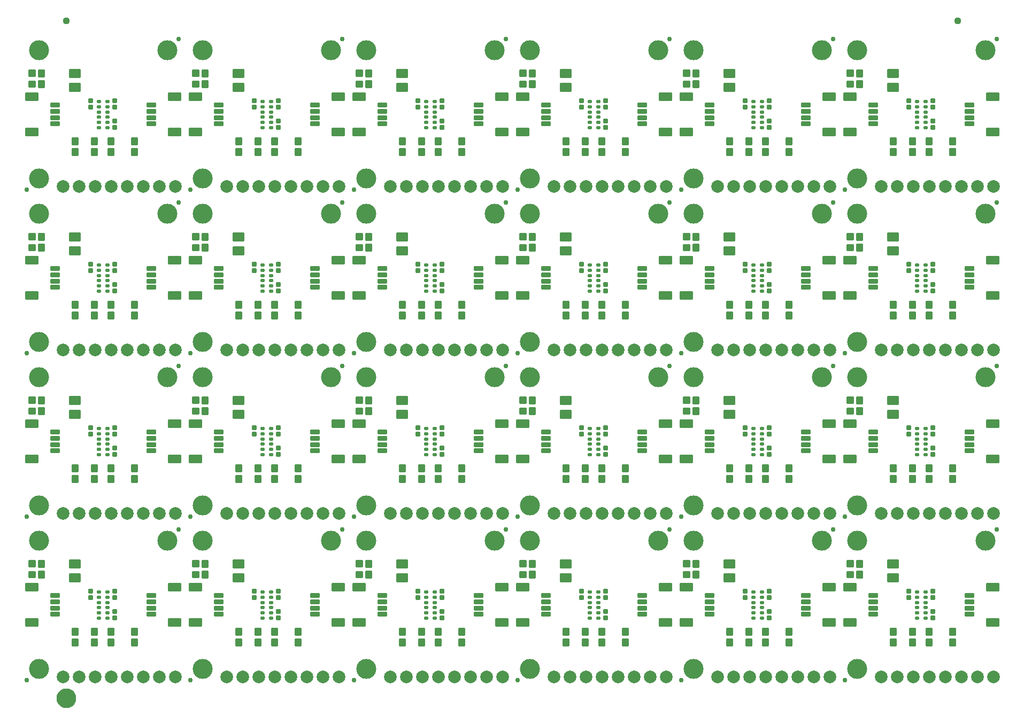
<source format=gts>
G04 EAGLE Gerber RS-274X export*
G75*
%MOMM*%
%FSLAX34Y34*%
%LPD*%
%INSoldermask Top*%
%IPPOS*%
%AMOC8*
5,1,8,0,0,1.08239X$1,22.5*%
G01*
%ADD10C,0.762000*%
%ADD11C,3.175000*%
%ADD12C,0.225588*%
%ADD13C,0.225369*%
%ADD14C,2.006600*%
%ADD15C,0.225400*%
%ADD16C,0.428259*%
%ADD17C,0.228959*%
%ADD18C,0.223519*%
%ADD19C,1.127000*%
%ADD20C,1.270000*%
%ADD21C,1.627000*%


D10*
X246380Y246380D03*
X6350Y7620D03*
D11*
X228600Y228600D03*
X25400Y228600D03*
X25400Y25400D03*
D12*
X249457Y93493D02*
X249457Y104507D01*
X249457Y93493D02*
X230443Y93493D01*
X230443Y104507D01*
X249457Y104507D01*
X249457Y95636D02*
X230443Y95636D01*
X230443Y97779D02*
X249457Y97779D01*
X249457Y99922D02*
X230443Y99922D01*
X230443Y102065D02*
X249457Y102065D01*
X249457Y104208D02*
X230443Y104208D01*
X249457Y149493D02*
X249457Y160507D01*
X249457Y149493D02*
X230443Y149493D01*
X230443Y160507D01*
X249457Y160507D01*
X249457Y151636D02*
X230443Y151636D01*
X230443Y153779D02*
X249457Y153779D01*
X249457Y155922D02*
X230443Y155922D01*
X230443Y158065D02*
X249457Y158065D01*
X249457Y160208D02*
X230443Y160208D01*
D13*
X209458Y114508D02*
X209458Y109492D01*
X196942Y109492D01*
X196942Y114508D01*
X209458Y114508D01*
X209458Y111633D02*
X196942Y111633D01*
X196942Y113774D02*
X209458Y113774D01*
X209458Y119492D02*
X209458Y124508D01*
X209458Y119492D02*
X196942Y119492D01*
X196942Y124508D01*
X209458Y124508D01*
X209458Y121633D02*
X196942Y121633D01*
X196942Y123774D02*
X209458Y123774D01*
X209458Y129492D02*
X209458Y134508D01*
X209458Y129492D02*
X196942Y129492D01*
X196942Y134508D01*
X209458Y134508D01*
X209458Y131633D02*
X196942Y131633D01*
X196942Y133774D02*
X209458Y133774D01*
X209458Y139492D02*
X209458Y144508D01*
X209458Y139492D02*
X196942Y139492D01*
X196942Y144508D01*
X209458Y144508D01*
X209458Y141633D02*
X196942Y141633D01*
X196942Y143774D02*
X209458Y143774D01*
D12*
X4543Y149493D02*
X4543Y160507D01*
X23557Y160507D01*
X23557Y149493D01*
X4543Y149493D01*
X4543Y151636D02*
X23557Y151636D01*
X23557Y153779D02*
X4543Y153779D01*
X4543Y155922D02*
X23557Y155922D01*
X23557Y158065D02*
X4543Y158065D01*
X4543Y160208D02*
X23557Y160208D01*
X4543Y104507D02*
X4543Y93493D01*
X4543Y104507D02*
X23557Y104507D01*
X23557Y93493D01*
X4543Y93493D01*
X4543Y95636D02*
X23557Y95636D01*
X23557Y97779D02*
X4543Y97779D01*
X4543Y99922D02*
X23557Y99922D01*
X23557Y102065D02*
X4543Y102065D01*
X4543Y104208D02*
X23557Y104208D01*
D13*
X44542Y139492D02*
X44542Y144508D01*
X57058Y144508D01*
X57058Y139492D01*
X44542Y139492D01*
X44542Y141633D02*
X57058Y141633D01*
X57058Y143774D02*
X44542Y143774D01*
X44542Y134508D02*
X44542Y129492D01*
X44542Y134508D02*
X57058Y134508D01*
X57058Y129492D01*
X44542Y129492D01*
X44542Y131633D02*
X57058Y131633D01*
X57058Y133774D02*
X44542Y133774D01*
X44542Y124508D02*
X44542Y119492D01*
X44542Y124508D02*
X57058Y124508D01*
X57058Y119492D01*
X44542Y119492D01*
X44542Y121633D02*
X57058Y121633D01*
X57058Y123774D02*
X44542Y123774D01*
X44542Y114508D02*
X44542Y109492D01*
X44542Y114508D02*
X57058Y114508D01*
X57058Y109492D01*
X44542Y109492D01*
X44542Y111633D02*
X57058Y111633D01*
X57058Y113774D02*
X44542Y113774D01*
D14*
X63500Y12700D03*
X88900Y12700D03*
X114300Y12700D03*
X139700Y12700D03*
D15*
X117538Y62692D02*
X117538Y72708D01*
X117538Y62692D02*
X108522Y62692D01*
X108522Y72708D01*
X117538Y72708D01*
X117538Y64833D02*
X108522Y64833D01*
X108522Y66974D02*
X117538Y66974D01*
X117538Y69115D02*
X108522Y69115D01*
X108522Y71256D02*
X117538Y71256D01*
X117538Y79692D02*
X117538Y89708D01*
X117538Y79692D02*
X108522Y79692D01*
X108522Y89708D01*
X117538Y89708D01*
X117538Y81833D02*
X108522Y81833D01*
X108522Y83974D02*
X117538Y83974D01*
X117538Y86115D02*
X108522Y86115D01*
X108522Y88256D02*
X117538Y88256D01*
X143700Y72708D02*
X143700Y62692D01*
X134684Y62692D01*
X134684Y72708D01*
X143700Y72708D01*
X143700Y64833D02*
X134684Y64833D01*
X134684Y66974D02*
X143700Y66974D01*
X143700Y69115D02*
X134684Y69115D01*
X134684Y71256D02*
X143700Y71256D01*
X143700Y79692D02*
X143700Y89708D01*
X143700Y79692D02*
X134684Y79692D01*
X134684Y89708D01*
X143700Y89708D01*
X143700Y81833D02*
X134684Y81833D01*
X134684Y83974D02*
X143700Y83974D01*
X143700Y86115D02*
X134684Y86115D01*
X134684Y88256D02*
X143700Y88256D01*
X24702Y187134D02*
X24702Y197150D01*
X33718Y197150D01*
X33718Y187134D01*
X24702Y187134D01*
X24702Y189275D02*
X33718Y189275D01*
X33718Y191416D02*
X24702Y191416D01*
X24702Y193557D02*
X33718Y193557D01*
X33718Y195698D02*
X24702Y195698D01*
X24702Y180150D02*
X24702Y170134D01*
X24702Y180150D02*
X33718Y180150D01*
X33718Y170134D01*
X24702Y170134D01*
X24702Y172275D02*
X33718Y172275D01*
X33718Y174416D02*
X24702Y174416D01*
X24702Y176557D02*
X33718Y176557D01*
X33718Y178698D02*
X24702Y178698D01*
D16*
X17718Y178366D02*
X10730Y178366D01*
X17718Y178366D02*
X17718Y171378D01*
X10730Y171378D01*
X10730Y178366D01*
X10730Y175447D02*
X17718Y175447D01*
X17718Y195906D02*
X10730Y195906D01*
X17718Y195906D02*
X17718Y188918D01*
X10730Y188918D01*
X10730Y195906D01*
X10730Y192987D02*
X17718Y192987D01*
D17*
X118152Y146080D02*
X122132Y146080D01*
X118152Y146080D02*
X118152Y148560D01*
X122132Y148560D01*
X122132Y146080D01*
X122132Y148255D02*
X118152Y148255D01*
X118152Y137880D02*
X122132Y137880D01*
X118152Y137880D02*
X118152Y140360D01*
X122132Y140360D01*
X122132Y137880D01*
X122132Y140055D02*
X118152Y140055D01*
X118152Y129680D02*
X122132Y129680D01*
X118152Y129680D02*
X118152Y132160D01*
X122132Y132160D01*
X122132Y129680D01*
X122132Y131855D02*
X118152Y131855D01*
X118152Y121480D02*
X122132Y121480D01*
X118152Y121480D02*
X118152Y123960D01*
X122132Y123960D01*
X122132Y121480D01*
X122132Y123655D02*
X118152Y123655D01*
X118152Y113280D02*
X122132Y113280D01*
X118152Y113280D02*
X118152Y115760D01*
X122132Y115760D01*
X122132Y113280D01*
X122132Y115455D02*
X118152Y115455D01*
X118152Y105080D02*
X122132Y105080D01*
X118152Y105080D02*
X118152Y107560D01*
X122132Y107560D01*
X122132Y105080D01*
X122132Y107255D02*
X118152Y107255D01*
X131652Y105080D02*
X135632Y105080D01*
X131652Y105080D02*
X131652Y107560D01*
X135632Y107560D01*
X135632Y105080D01*
X135632Y107255D02*
X131652Y107255D01*
X131652Y113280D02*
X135632Y113280D01*
X131652Y113280D02*
X131652Y115760D01*
X135632Y115760D01*
X135632Y113280D01*
X135632Y115455D02*
X131652Y115455D01*
X131652Y121480D02*
X135632Y121480D01*
X131652Y121480D02*
X131652Y123960D01*
X135632Y123960D01*
X135632Y121480D01*
X135632Y123655D02*
X131652Y123655D01*
X131652Y129680D02*
X135632Y129680D01*
X131652Y129680D02*
X131652Y132160D01*
X135632Y132160D01*
X135632Y129680D01*
X135632Y131855D02*
X131652Y131855D01*
X131652Y137880D02*
X135632Y137880D01*
X131652Y137880D02*
X131652Y140360D01*
X135632Y140360D01*
X135632Y137880D01*
X135632Y140055D02*
X131652Y140055D01*
X131652Y146080D02*
X135632Y146080D01*
X131652Y146080D02*
X131652Y148560D01*
X135632Y148560D01*
X135632Y146080D01*
X135632Y148255D02*
X131652Y148255D01*
D13*
X142272Y146002D02*
X142272Y151018D01*
X147288Y151018D01*
X147288Y146002D01*
X142272Y146002D01*
X142272Y148143D02*
X147288Y148143D01*
X147288Y150284D02*
X142272Y150284D01*
X142272Y141018D02*
X142272Y136002D01*
X142272Y141018D02*
X147288Y141018D01*
X147288Y136002D01*
X142272Y136002D01*
X142272Y138143D02*
X147288Y138143D01*
X147288Y140284D02*
X142272Y140284D01*
X104172Y146002D02*
X104172Y151018D01*
X109188Y151018D01*
X109188Y146002D01*
X104172Y146002D01*
X104172Y148143D02*
X109188Y148143D01*
X109188Y150284D02*
X104172Y150284D01*
X104172Y141018D02*
X104172Y136002D01*
X104172Y141018D02*
X109188Y141018D01*
X109188Y136002D01*
X104172Y136002D01*
X104172Y138143D02*
X109188Y138143D01*
X109188Y140284D02*
X104172Y140284D01*
X147288Y109268D02*
X147288Y104252D01*
X142272Y104252D01*
X142272Y109268D01*
X147288Y109268D01*
X147288Y106393D02*
X142272Y106393D01*
X142272Y108534D02*
X147288Y108534D01*
X147288Y114252D02*
X147288Y119268D01*
X147288Y114252D02*
X142272Y114252D01*
X142272Y119268D01*
X147288Y119268D01*
X147288Y116393D02*
X142272Y116393D01*
X142272Y118534D02*
X147288Y118534D01*
D15*
X78042Y89708D02*
X78042Y79692D01*
X78042Y89708D02*
X87058Y89708D01*
X87058Y79692D01*
X78042Y79692D01*
X78042Y81833D02*
X87058Y81833D01*
X87058Y83974D02*
X78042Y83974D01*
X78042Y86115D02*
X87058Y86115D01*
X87058Y88256D02*
X78042Y88256D01*
X78042Y72708D02*
X78042Y62692D01*
X78042Y72708D02*
X87058Y72708D01*
X87058Y62692D01*
X78042Y62692D01*
X78042Y64833D02*
X87058Y64833D01*
X87058Y66974D02*
X78042Y66974D01*
X78042Y69115D02*
X87058Y69115D01*
X87058Y71256D02*
X78042Y71256D01*
X172022Y79692D02*
X172022Y89708D01*
X181038Y89708D01*
X181038Y79692D01*
X172022Y79692D01*
X172022Y81833D02*
X181038Y81833D01*
X181038Y83974D02*
X172022Y83974D01*
X172022Y86115D02*
X181038Y86115D01*
X181038Y88256D02*
X172022Y88256D01*
X172022Y72708D02*
X172022Y62692D01*
X172022Y72708D02*
X181038Y72708D01*
X181038Y62692D01*
X172022Y62692D01*
X172022Y64833D02*
X181038Y64833D01*
X181038Y66974D02*
X172022Y66974D01*
X172022Y69115D02*
X181038Y69115D01*
X181038Y71256D02*
X172022Y71256D01*
D14*
X241300Y12700D03*
X215900Y12700D03*
X190500Y12700D03*
X165100Y12700D03*
D18*
X90196Y185902D02*
X74396Y185902D01*
X74396Y197638D01*
X90196Y197638D01*
X90196Y185902D01*
X90196Y188025D02*
X74396Y188025D01*
X74396Y190148D02*
X90196Y190148D01*
X90196Y192271D02*
X74396Y192271D01*
X74396Y194394D02*
X90196Y194394D01*
X90196Y196517D02*
X74396Y196517D01*
X74396Y164312D02*
X90196Y164312D01*
X74396Y164312D02*
X74396Y176048D01*
X90196Y176048D01*
X90196Y164312D01*
X90196Y166435D02*
X74396Y166435D01*
X74396Y168558D02*
X90196Y168558D01*
X90196Y170681D02*
X74396Y170681D01*
X74396Y172804D02*
X90196Y172804D01*
X90196Y174927D02*
X74396Y174927D01*
D10*
X505460Y246380D03*
X265430Y7620D03*
D11*
X487680Y228600D03*
X284480Y228600D03*
X284480Y25400D03*
D12*
X508537Y93493D02*
X508537Y104507D01*
X508537Y93493D02*
X489523Y93493D01*
X489523Y104507D01*
X508537Y104507D01*
X508537Y95636D02*
X489523Y95636D01*
X489523Y97779D02*
X508537Y97779D01*
X508537Y99922D02*
X489523Y99922D01*
X489523Y102065D02*
X508537Y102065D01*
X508537Y104208D02*
X489523Y104208D01*
X508537Y149493D02*
X508537Y160507D01*
X508537Y149493D02*
X489523Y149493D01*
X489523Y160507D01*
X508537Y160507D01*
X508537Y151636D02*
X489523Y151636D01*
X489523Y153779D02*
X508537Y153779D01*
X508537Y155922D02*
X489523Y155922D01*
X489523Y158065D02*
X508537Y158065D01*
X508537Y160208D02*
X489523Y160208D01*
D13*
X468538Y114508D02*
X468538Y109492D01*
X456022Y109492D01*
X456022Y114508D01*
X468538Y114508D01*
X468538Y111633D02*
X456022Y111633D01*
X456022Y113774D02*
X468538Y113774D01*
X468538Y119492D02*
X468538Y124508D01*
X468538Y119492D02*
X456022Y119492D01*
X456022Y124508D01*
X468538Y124508D01*
X468538Y121633D02*
X456022Y121633D01*
X456022Y123774D02*
X468538Y123774D01*
X468538Y129492D02*
X468538Y134508D01*
X468538Y129492D02*
X456022Y129492D01*
X456022Y134508D01*
X468538Y134508D01*
X468538Y131633D02*
X456022Y131633D01*
X456022Y133774D02*
X468538Y133774D01*
X468538Y139492D02*
X468538Y144508D01*
X468538Y139492D02*
X456022Y139492D01*
X456022Y144508D01*
X468538Y144508D01*
X468538Y141633D02*
X456022Y141633D01*
X456022Y143774D02*
X468538Y143774D01*
D12*
X263623Y149493D02*
X263623Y160507D01*
X282637Y160507D01*
X282637Y149493D01*
X263623Y149493D01*
X263623Y151636D02*
X282637Y151636D01*
X282637Y153779D02*
X263623Y153779D01*
X263623Y155922D02*
X282637Y155922D01*
X282637Y158065D02*
X263623Y158065D01*
X263623Y160208D02*
X282637Y160208D01*
X263623Y104507D02*
X263623Y93493D01*
X263623Y104507D02*
X282637Y104507D01*
X282637Y93493D01*
X263623Y93493D01*
X263623Y95636D02*
X282637Y95636D01*
X282637Y97779D02*
X263623Y97779D01*
X263623Y99922D02*
X282637Y99922D01*
X282637Y102065D02*
X263623Y102065D01*
X263623Y104208D02*
X282637Y104208D01*
D13*
X303622Y139492D02*
X303622Y144508D01*
X316138Y144508D01*
X316138Y139492D01*
X303622Y139492D01*
X303622Y141633D02*
X316138Y141633D01*
X316138Y143774D02*
X303622Y143774D01*
X303622Y134508D02*
X303622Y129492D01*
X303622Y134508D02*
X316138Y134508D01*
X316138Y129492D01*
X303622Y129492D01*
X303622Y131633D02*
X316138Y131633D01*
X316138Y133774D02*
X303622Y133774D01*
X303622Y124508D02*
X303622Y119492D01*
X303622Y124508D02*
X316138Y124508D01*
X316138Y119492D01*
X303622Y119492D01*
X303622Y121633D02*
X316138Y121633D01*
X316138Y123774D02*
X303622Y123774D01*
X303622Y114508D02*
X303622Y109492D01*
X303622Y114508D02*
X316138Y114508D01*
X316138Y109492D01*
X303622Y109492D01*
X303622Y111633D02*
X316138Y111633D01*
X316138Y113774D02*
X303622Y113774D01*
D14*
X322580Y12700D03*
X347980Y12700D03*
X373380Y12700D03*
X398780Y12700D03*
D15*
X376618Y62692D02*
X376618Y72708D01*
X376618Y62692D02*
X367602Y62692D01*
X367602Y72708D01*
X376618Y72708D01*
X376618Y64833D02*
X367602Y64833D01*
X367602Y66974D02*
X376618Y66974D01*
X376618Y69115D02*
X367602Y69115D01*
X367602Y71256D02*
X376618Y71256D01*
X376618Y79692D02*
X376618Y89708D01*
X376618Y79692D02*
X367602Y79692D01*
X367602Y89708D01*
X376618Y89708D01*
X376618Y81833D02*
X367602Y81833D01*
X367602Y83974D02*
X376618Y83974D01*
X376618Y86115D02*
X367602Y86115D01*
X367602Y88256D02*
X376618Y88256D01*
X402780Y72708D02*
X402780Y62692D01*
X393764Y62692D01*
X393764Y72708D01*
X402780Y72708D01*
X402780Y64833D02*
X393764Y64833D01*
X393764Y66974D02*
X402780Y66974D01*
X402780Y69115D02*
X393764Y69115D01*
X393764Y71256D02*
X402780Y71256D01*
X402780Y79692D02*
X402780Y89708D01*
X402780Y79692D02*
X393764Y79692D01*
X393764Y89708D01*
X402780Y89708D01*
X402780Y81833D02*
X393764Y81833D01*
X393764Y83974D02*
X402780Y83974D01*
X402780Y86115D02*
X393764Y86115D01*
X393764Y88256D02*
X402780Y88256D01*
X283782Y187134D02*
X283782Y197150D01*
X292798Y197150D01*
X292798Y187134D01*
X283782Y187134D01*
X283782Y189275D02*
X292798Y189275D01*
X292798Y191416D02*
X283782Y191416D01*
X283782Y193557D02*
X292798Y193557D01*
X292798Y195698D02*
X283782Y195698D01*
X283782Y180150D02*
X283782Y170134D01*
X283782Y180150D02*
X292798Y180150D01*
X292798Y170134D01*
X283782Y170134D01*
X283782Y172275D02*
X292798Y172275D01*
X292798Y174416D02*
X283782Y174416D01*
X283782Y176557D02*
X292798Y176557D01*
X292798Y178698D02*
X283782Y178698D01*
D16*
X276798Y178366D02*
X269810Y178366D01*
X276798Y178366D02*
X276798Y171378D01*
X269810Y171378D01*
X269810Y178366D01*
X269810Y175447D02*
X276798Y175447D01*
X276798Y195906D02*
X269810Y195906D01*
X276798Y195906D02*
X276798Y188918D01*
X269810Y188918D01*
X269810Y195906D01*
X269810Y192987D02*
X276798Y192987D01*
D17*
X377232Y146080D02*
X381212Y146080D01*
X377232Y146080D02*
X377232Y148560D01*
X381212Y148560D01*
X381212Y146080D01*
X381212Y148255D02*
X377232Y148255D01*
X377232Y137880D02*
X381212Y137880D01*
X377232Y137880D02*
X377232Y140360D01*
X381212Y140360D01*
X381212Y137880D01*
X381212Y140055D02*
X377232Y140055D01*
X377232Y129680D02*
X381212Y129680D01*
X377232Y129680D02*
X377232Y132160D01*
X381212Y132160D01*
X381212Y129680D01*
X381212Y131855D02*
X377232Y131855D01*
X377232Y121480D02*
X381212Y121480D01*
X377232Y121480D02*
X377232Y123960D01*
X381212Y123960D01*
X381212Y121480D01*
X381212Y123655D02*
X377232Y123655D01*
X377232Y113280D02*
X381212Y113280D01*
X377232Y113280D02*
X377232Y115760D01*
X381212Y115760D01*
X381212Y113280D01*
X381212Y115455D02*
X377232Y115455D01*
X377232Y105080D02*
X381212Y105080D01*
X377232Y105080D02*
X377232Y107560D01*
X381212Y107560D01*
X381212Y105080D01*
X381212Y107255D02*
X377232Y107255D01*
X390732Y105080D02*
X394712Y105080D01*
X390732Y105080D02*
X390732Y107560D01*
X394712Y107560D01*
X394712Y105080D01*
X394712Y107255D02*
X390732Y107255D01*
X390732Y113280D02*
X394712Y113280D01*
X390732Y113280D02*
X390732Y115760D01*
X394712Y115760D01*
X394712Y113280D01*
X394712Y115455D02*
X390732Y115455D01*
X390732Y121480D02*
X394712Y121480D01*
X390732Y121480D02*
X390732Y123960D01*
X394712Y123960D01*
X394712Y121480D01*
X394712Y123655D02*
X390732Y123655D01*
X390732Y129680D02*
X394712Y129680D01*
X390732Y129680D02*
X390732Y132160D01*
X394712Y132160D01*
X394712Y129680D01*
X394712Y131855D02*
X390732Y131855D01*
X390732Y137880D02*
X394712Y137880D01*
X390732Y137880D02*
X390732Y140360D01*
X394712Y140360D01*
X394712Y137880D01*
X394712Y140055D02*
X390732Y140055D01*
X390732Y146080D02*
X394712Y146080D01*
X390732Y146080D02*
X390732Y148560D01*
X394712Y148560D01*
X394712Y146080D01*
X394712Y148255D02*
X390732Y148255D01*
D13*
X401352Y146002D02*
X401352Y151018D01*
X406368Y151018D01*
X406368Y146002D01*
X401352Y146002D01*
X401352Y148143D02*
X406368Y148143D01*
X406368Y150284D02*
X401352Y150284D01*
X401352Y141018D02*
X401352Y136002D01*
X401352Y141018D02*
X406368Y141018D01*
X406368Y136002D01*
X401352Y136002D01*
X401352Y138143D02*
X406368Y138143D01*
X406368Y140284D02*
X401352Y140284D01*
X363252Y146002D02*
X363252Y151018D01*
X368268Y151018D01*
X368268Y146002D01*
X363252Y146002D01*
X363252Y148143D02*
X368268Y148143D01*
X368268Y150284D02*
X363252Y150284D01*
X363252Y141018D02*
X363252Y136002D01*
X363252Y141018D02*
X368268Y141018D01*
X368268Y136002D01*
X363252Y136002D01*
X363252Y138143D02*
X368268Y138143D01*
X368268Y140284D02*
X363252Y140284D01*
X406368Y109268D02*
X406368Y104252D01*
X401352Y104252D01*
X401352Y109268D01*
X406368Y109268D01*
X406368Y106393D02*
X401352Y106393D01*
X401352Y108534D02*
X406368Y108534D01*
X406368Y114252D02*
X406368Y119268D01*
X406368Y114252D02*
X401352Y114252D01*
X401352Y119268D01*
X406368Y119268D01*
X406368Y116393D02*
X401352Y116393D01*
X401352Y118534D02*
X406368Y118534D01*
D15*
X337122Y89708D02*
X337122Y79692D01*
X337122Y89708D02*
X346138Y89708D01*
X346138Y79692D01*
X337122Y79692D01*
X337122Y81833D02*
X346138Y81833D01*
X346138Y83974D02*
X337122Y83974D01*
X337122Y86115D02*
X346138Y86115D01*
X346138Y88256D02*
X337122Y88256D01*
X337122Y72708D02*
X337122Y62692D01*
X337122Y72708D02*
X346138Y72708D01*
X346138Y62692D01*
X337122Y62692D01*
X337122Y64833D02*
X346138Y64833D01*
X346138Y66974D02*
X337122Y66974D01*
X337122Y69115D02*
X346138Y69115D01*
X346138Y71256D02*
X337122Y71256D01*
X431102Y79692D02*
X431102Y89708D01*
X440118Y89708D01*
X440118Y79692D01*
X431102Y79692D01*
X431102Y81833D02*
X440118Y81833D01*
X440118Y83974D02*
X431102Y83974D01*
X431102Y86115D02*
X440118Y86115D01*
X440118Y88256D02*
X431102Y88256D01*
X431102Y72708D02*
X431102Y62692D01*
X431102Y72708D02*
X440118Y72708D01*
X440118Y62692D01*
X431102Y62692D01*
X431102Y64833D02*
X440118Y64833D01*
X440118Y66974D02*
X431102Y66974D01*
X431102Y69115D02*
X440118Y69115D01*
X440118Y71256D02*
X431102Y71256D01*
D14*
X500380Y12700D03*
X474980Y12700D03*
X449580Y12700D03*
X424180Y12700D03*
D18*
X349276Y185902D02*
X333476Y185902D01*
X333476Y197638D01*
X349276Y197638D01*
X349276Y185902D01*
X349276Y188025D02*
X333476Y188025D01*
X333476Y190148D02*
X349276Y190148D01*
X349276Y192271D02*
X333476Y192271D01*
X333476Y194394D02*
X349276Y194394D01*
X349276Y196517D02*
X333476Y196517D01*
X333476Y164312D02*
X349276Y164312D01*
X333476Y164312D02*
X333476Y176048D01*
X349276Y176048D01*
X349276Y164312D01*
X349276Y166435D02*
X333476Y166435D01*
X333476Y168558D02*
X349276Y168558D01*
X349276Y170681D02*
X333476Y170681D01*
X333476Y172804D02*
X349276Y172804D01*
X349276Y174927D02*
X333476Y174927D01*
D10*
X764540Y246380D03*
X524510Y7620D03*
D11*
X746760Y228600D03*
X543560Y228600D03*
X543560Y25400D03*
D12*
X767617Y93493D02*
X767617Y104507D01*
X767617Y93493D02*
X748603Y93493D01*
X748603Y104507D01*
X767617Y104507D01*
X767617Y95636D02*
X748603Y95636D01*
X748603Y97779D02*
X767617Y97779D01*
X767617Y99922D02*
X748603Y99922D01*
X748603Y102065D02*
X767617Y102065D01*
X767617Y104208D02*
X748603Y104208D01*
X767617Y149493D02*
X767617Y160507D01*
X767617Y149493D02*
X748603Y149493D01*
X748603Y160507D01*
X767617Y160507D01*
X767617Y151636D02*
X748603Y151636D01*
X748603Y153779D02*
X767617Y153779D01*
X767617Y155922D02*
X748603Y155922D01*
X748603Y158065D02*
X767617Y158065D01*
X767617Y160208D02*
X748603Y160208D01*
D13*
X727618Y114508D02*
X727618Y109492D01*
X715102Y109492D01*
X715102Y114508D01*
X727618Y114508D01*
X727618Y111633D02*
X715102Y111633D01*
X715102Y113774D02*
X727618Y113774D01*
X727618Y119492D02*
X727618Y124508D01*
X727618Y119492D02*
X715102Y119492D01*
X715102Y124508D01*
X727618Y124508D01*
X727618Y121633D02*
X715102Y121633D01*
X715102Y123774D02*
X727618Y123774D01*
X727618Y129492D02*
X727618Y134508D01*
X727618Y129492D02*
X715102Y129492D01*
X715102Y134508D01*
X727618Y134508D01*
X727618Y131633D02*
X715102Y131633D01*
X715102Y133774D02*
X727618Y133774D01*
X727618Y139492D02*
X727618Y144508D01*
X727618Y139492D02*
X715102Y139492D01*
X715102Y144508D01*
X727618Y144508D01*
X727618Y141633D02*
X715102Y141633D01*
X715102Y143774D02*
X727618Y143774D01*
D12*
X522703Y149493D02*
X522703Y160507D01*
X541717Y160507D01*
X541717Y149493D01*
X522703Y149493D01*
X522703Y151636D02*
X541717Y151636D01*
X541717Y153779D02*
X522703Y153779D01*
X522703Y155922D02*
X541717Y155922D01*
X541717Y158065D02*
X522703Y158065D01*
X522703Y160208D02*
X541717Y160208D01*
X522703Y104507D02*
X522703Y93493D01*
X522703Y104507D02*
X541717Y104507D01*
X541717Y93493D01*
X522703Y93493D01*
X522703Y95636D02*
X541717Y95636D01*
X541717Y97779D02*
X522703Y97779D01*
X522703Y99922D02*
X541717Y99922D01*
X541717Y102065D02*
X522703Y102065D01*
X522703Y104208D02*
X541717Y104208D01*
D13*
X562702Y139492D02*
X562702Y144508D01*
X575218Y144508D01*
X575218Y139492D01*
X562702Y139492D01*
X562702Y141633D02*
X575218Y141633D01*
X575218Y143774D02*
X562702Y143774D01*
X562702Y134508D02*
X562702Y129492D01*
X562702Y134508D02*
X575218Y134508D01*
X575218Y129492D01*
X562702Y129492D01*
X562702Y131633D02*
X575218Y131633D01*
X575218Y133774D02*
X562702Y133774D01*
X562702Y124508D02*
X562702Y119492D01*
X562702Y124508D02*
X575218Y124508D01*
X575218Y119492D01*
X562702Y119492D01*
X562702Y121633D02*
X575218Y121633D01*
X575218Y123774D02*
X562702Y123774D01*
X562702Y114508D02*
X562702Y109492D01*
X562702Y114508D02*
X575218Y114508D01*
X575218Y109492D01*
X562702Y109492D01*
X562702Y111633D02*
X575218Y111633D01*
X575218Y113774D02*
X562702Y113774D01*
D14*
X581660Y12700D03*
X607060Y12700D03*
X632460Y12700D03*
X657860Y12700D03*
D15*
X635698Y62692D02*
X635698Y72708D01*
X635698Y62692D02*
X626682Y62692D01*
X626682Y72708D01*
X635698Y72708D01*
X635698Y64833D02*
X626682Y64833D01*
X626682Y66974D02*
X635698Y66974D01*
X635698Y69115D02*
X626682Y69115D01*
X626682Y71256D02*
X635698Y71256D01*
X635698Y79692D02*
X635698Y89708D01*
X635698Y79692D02*
X626682Y79692D01*
X626682Y89708D01*
X635698Y89708D01*
X635698Y81833D02*
X626682Y81833D01*
X626682Y83974D02*
X635698Y83974D01*
X635698Y86115D02*
X626682Y86115D01*
X626682Y88256D02*
X635698Y88256D01*
X661860Y72708D02*
X661860Y62692D01*
X652844Y62692D01*
X652844Y72708D01*
X661860Y72708D01*
X661860Y64833D02*
X652844Y64833D01*
X652844Y66974D02*
X661860Y66974D01*
X661860Y69115D02*
X652844Y69115D01*
X652844Y71256D02*
X661860Y71256D01*
X661860Y79692D02*
X661860Y89708D01*
X661860Y79692D02*
X652844Y79692D01*
X652844Y89708D01*
X661860Y89708D01*
X661860Y81833D02*
X652844Y81833D01*
X652844Y83974D02*
X661860Y83974D01*
X661860Y86115D02*
X652844Y86115D01*
X652844Y88256D02*
X661860Y88256D01*
X542862Y187134D02*
X542862Y197150D01*
X551878Y197150D01*
X551878Y187134D01*
X542862Y187134D01*
X542862Y189275D02*
X551878Y189275D01*
X551878Y191416D02*
X542862Y191416D01*
X542862Y193557D02*
X551878Y193557D01*
X551878Y195698D02*
X542862Y195698D01*
X542862Y180150D02*
X542862Y170134D01*
X542862Y180150D02*
X551878Y180150D01*
X551878Y170134D01*
X542862Y170134D01*
X542862Y172275D02*
X551878Y172275D01*
X551878Y174416D02*
X542862Y174416D01*
X542862Y176557D02*
X551878Y176557D01*
X551878Y178698D02*
X542862Y178698D01*
D16*
X535878Y178366D02*
X528890Y178366D01*
X535878Y178366D02*
X535878Y171378D01*
X528890Y171378D01*
X528890Y178366D01*
X528890Y175447D02*
X535878Y175447D01*
X535878Y195906D02*
X528890Y195906D01*
X535878Y195906D02*
X535878Y188918D01*
X528890Y188918D01*
X528890Y195906D01*
X528890Y192987D02*
X535878Y192987D01*
D17*
X636312Y146080D02*
X640292Y146080D01*
X636312Y146080D02*
X636312Y148560D01*
X640292Y148560D01*
X640292Y146080D01*
X640292Y148255D02*
X636312Y148255D01*
X636312Y137880D02*
X640292Y137880D01*
X636312Y137880D02*
X636312Y140360D01*
X640292Y140360D01*
X640292Y137880D01*
X640292Y140055D02*
X636312Y140055D01*
X636312Y129680D02*
X640292Y129680D01*
X636312Y129680D02*
X636312Y132160D01*
X640292Y132160D01*
X640292Y129680D01*
X640292Y131855D02*
X636312Y131855D01*
X636312Y121480D02*
X640292Y121480D01*
X636312Y121480D02*
X636312Y123960D01*
X640292Y123960D01*
X640292Y121480D01*
X640292Y123655D02*
X636312Y123655D01*
X636312Y113280D02*
X640292Y113280D01*
X636312Y113280D02*
X636312Y115760D01*
X640292Y115760D01*
X640292Y113280D01*
X640292Y115455D02*
X636312Y115455D01*
X636312Y105080D02*
X640292Y105080D01*
X636312Y105080D02*
X636312Y107560D01*
X640292Y107560D01*
X640292Y105080D01*
X640292Y107255D02*
X636312Y107255D01*
X649812Y105080D02*
X653792Y105080D01*
X649812Y105080D02*
X649812Y107560D01*
X653792Y107560D01*
X653792Y105080D01*
X653792Y107255D02*
X649812Y107255D01*
X649812Y113280D02*
X653792Y113280D01*
X649812Y113280D02*
X649812Y115760D01*
X653792Y115760D01*
X653792Y113280D01*
X653792Y115455D02*
X649812Y115455D01*
X649812Y121480D02*
X653792Y121480D01*
X649812Y121480D02*
X649812Y123960D01*
X653792Y123960D01*
X653792Y121480D01*
X653792Y123655D02*
X649812Y123655D01*
X649812Y129680D02*
X653792Y129680D01*
X649812Y129680D02*
X649812Y132160D01*
X653792Y132160D01*
X653792Y129680D01*
X653792Y131855D02*
X649812Y131855D01*
X649812Y137880D02*
X653792Y137880D01*
X649812Y137880D02*
X649812Y140360D01*
X653792Y140360D01*
X653792Y137880D01*
X653792Y140055D02*
X649812Y140055D01*
X649812Y146080D02*
X653792Y146080D01*
X649812Y146080D02*
X649812Y148560D01*
X653792Y148560D01*
X653792Y146080D01*
X653792Y148255D02*
X649812Y148255D01*
D13*
X660432Y146002D02*
X660432Y151018D01*
X665448Y151018D01*
X665448Y146002D01*
X660432Y146002D01*
X660432Y148143D02*
X665448Y148143D01*
X665448Y150284D02*
X660432Y150284D01*
X660432Y141018D02*
X660432Y136002D01*
X660432Y141018D02*
X665448Y141018D01*
X665448Y136002D01*
X660432Y136002D01*
X660432Y138143D02*
X665448Y138143D01*
X665448Y140284D02*
X660432Y140284D01*
X622332Y146002D02*
X622332Y151018D01*
X627348Y151018D01*
X627348Y146002D01*
X622332Y146002D01*
X622332Y148143D02*
X627348Y148143D01*
X627348Y150284D02*
X622332Y150284D01*
X622332Y141018D02*
X622332Y136002D01*
X622332Y141018D02*
X627348Y141018D01*
X627348Y136002D01*
X622332Y136002D01*
X622332Y138143D02*
X627348Y138143D01*
X627348Y140284D02*
X622332Y140284D01*
X665448Y109268D02*
X665448Y104252D01*
X660432Y104252D01*
X660432Y109268D01*
X665448Y109268D01*
X665448Y106393D02*
X660432Y106393D01*
X660432Y108534D02*
X665448Y108534D01*
X665448Y114252D02*
X665448Y119268D01*
X665448Y114252D02*
X660432Y114252D01*
X660432Y119268D01*
X665448Y119268D01*
X665448Y116393D02*
X660432Y116393D01*
X660432Y118534D02*
X665448Y118534D01*
D15*
X596202Y89708D02*
X596202Y79692D01*
X596202Y89708D02*
X605218Y89708D01*
X605218Y79692D01*
X596202Y79692D01*
X596202Y81833D02*
X605218Y81833D01*
X605218Y83974D02*
X596202Y83974D01*
X596202Y86115D02*
X605218Y86115D01*
X605218Y88256D02*
X596202Y88256D01*
X596202Y72708D02*
X596202Y62692D01*
X596202Y72708D02*
X605218Y72708D01*
X605218Y62692D01*
X596202Y62692D01*
X596202Y64833D02*
X605218Y64833D01*
X605218Y66974D02*
X596202Y66974D01*
X596202Y69115D02*
X605218Y69115D01*
X605218Y71256D02*
X596202Y71256D01*
X690182Y79692D02*
X690182Y89708D01*
X699198Y89708D01*
X699198Y79692D01*
X690182Y79692D01*
X690182Y81833D02*
X699198Y81833D01*
X699198Y83974D02*
X690182Y83974D01*
X690182Y86115D02*
X699198Y86115D01*
X699198Y88256D02*
X690182Y88256D01*
X690182Y72708D02*
X690182Y62692D01*
X690182Y72708D02*
X699198Y72708D01*
X699198Y62692D01*
X690182Y62692D01*
X690182Y64833D02*
X699198Y64833D01*
X699198Y66974D02*
X690182Y66974D01*
X690182Y69115D02*
X699198Y69115D01*
X699198Y71256D02*
X690182Y71256D01*
D14*
X759460Y12700D03*
X734060Y12700D03*
X708660Y12700D03*
X683260Y12700D03*
D18*
X608356Y185902D02*
X592556Y185902D01*
X592556Y197638D01*
X608356Y197638D01*
X608356Y185902D01*
X608356Y188025D02*
X592556Y188025D01*
X592556Y190148D02*
X608356Y190148D01*
X608356Y192271D02*
X592556Y192271D01*
X592556Y194394D02*
X608356Y194394D01*
X608356Y196517D02*
X592556Y196517D01*
X592556Y164312D02*
X608356Y164312D01*
X592556Y164312D02*
X592556Y176048D01*
X608356Y176048D01*
X608356Y164312D01*
X608356Y166435D02*
X592556Y166435D01*
X592556Y168558D02*
X608356Y168558D01*
X608356Y170681D02*
X592556Y170681D01*
X592556Y172804D02*
X608356Y172804D01*
X608356Y174927D02*
X592556Y174927D01*
D10*
X1023620Y246380D03*
X783590Y7620D03*
D11*
X1005840Y228600D03*
X802640Y228600D03*
X802640Y25400D03*
D12*
X1026697Y93493D02*
X1026697Y104507D01*
X1026697Y93493D02*
X1007683Y93493D01*
X1007683Y104507D01*
X1026697Y104507D01*
X1026697Y95636D02*
X1007683Y95636D01*
X1007683Y97779D02*
X1026697Y97779D01*
X1026697Y99922D02*
X1007683Y99922D01*
X1007683Y102065D02*
X1026697Y102065D01*
X1026697Y104208D02*
X1007683Y104208D01*
X1026697Y149493D02*
X1026697Y160507D01*
X1026697Y149493D02*
X1007683Y149493D01*
X1007683Y160507D01*
X1026697Y160507D01*
X1026697Y151636D02*
X1007683Y151636D01*
X1007683Y153779D02*
X1026697Y153779D01*
X1026697Y155922D02*
X1007683Y155922D01*
X1007683Y158065D02*
X1026697Y158065D01*
X1026697Y160208D02*
X1007683Y160208D01*
D13*
X986698Y114508D02*
X986698Y109492D01*
X974182Y109492D01*
X974182Y114508D01*
X986698Y114508D01*
X986698Y111633D02*
X974182Y111633D01*
X974182Y113774D02*
X986698Y113774D01*
X986698Y119492D02*
X986698Y124508D01*
X986698Y119492D02*
X974182Y119492D01*
X974182Y124508D01*
X986698Y124508D01*
X986698Y121633D02*
X974182Y121633D01*
X974182Y123774D02*
X986698Y123774D01*
X986698Y129492D02*
X986698Y134508D01*
X986698Y129492D02*
X974182Y129492D01*
X974182Y134508D01*
X986698Y134508D01*
X986698Y131633D02*
X974182Y131633D01*
X974182Y133774D02*
X986698Y133774D01*
X986698Y139492D02*
X986698Y144508D01*
X986698Y139492D02*
X974182Y139492D01*
X974182Y144508D01*
X986698Y144508D01*
X986698Y141633D02*
X974182Y141633D01*
X974182Y143774D02*
X986698Y143774D01*
D12*
X781783Y149493D02*
X781783Y160507D01*
X800797Y160507D01*
X800797Y149493D01*
X781783Y149493D01*
X781783Y151636D02*
X800797Y151636D01*
X800797Y153779D02*
X781783Y153779D01*
X781783Y155922D02*
X800797Y155922D01*
X800797Y158065D02*
X781783Y158065D01*
X781783Y160208D02*
X800797Y160208D01*
X781783Y104507D02*
X781783Y93493D01*
X781783Y104507D02*
X800797Y104507D01*
X800797Y93493D01*
X781783Y93493D01*
X781783Y95636D02*
X800797Y95636D01*
X800797Y97779D02*
X781783Y97779D01*
X781783Y99922D02*
X800797Y99922D01*
X800797Y102065D02*
X781783Y102065D01*
X781783Y104208D02*
X800797Y104208D01*
D13*
X821782Y139492D02*
X821782Y144508D01*
X834298Y144508D01*
X834298Y139492D01*
X821782Y139492D01*
X821782Y141633D02*
X834298Y141633D01*
X834298Y143774D02*
X821782Y143774D01*
X821782Y134508D02*
X821782Y129492D01*
X821782Y134508D02*
X834298Y134508D01*
X834298Y129492D01*
X821782Y129492D01*
X821782Y131633D02*
X834298Y131633D01*
X834298Y133774D02*
X821782Y133774D01*
X821782Y124508D02*
X821782Y119492D01*
X821782Y124508D02*
X834298Y124508D01*
X834298Y119492D01*
X821782Y119492D01*
X821782Y121633D02*
X834298Y121633D01*
X834298Y123774D02*
X821782Y123774D01*
X821782Y114508D02*
X821782Y109492D01*
X821782Y114508D02*
X834298Y114508D01*
X834298Y109492D01*
X821782Y109492D01*
X821782Y111633D02*
X834298Y111633D01*
X834298Y113774D02*
X821782Y113774D01*
D14*
X840740Y12700D03*
X866140Y12700D03*
X891540Y12700D03*
X916940Y12700D03*
D15*
X894778Y62692D02*
X894778Y72708D01*
X894778Y62692D02*
X885762Y62692D01*
X885762Y72708D01*
X894778Y72708D01*
X894778Y64833D02*
X885762Y64833D01*
X885762Y66974D02*
X894778Y66974D01*
X894778Y69115D02*
X885762Y69115D01*
X885762Y71256D02*
X894778Y71256D01*
X894778Y79692D02*
X894778Y89708D01*
X894778Y79692D02*
X885762Y79692D01*
X885762Y89708D01*
X894778Y89708D01*
X894778Y81833D02*
X885762Y81833D01*
X885762Y83974D02*
X894778Y83974D01*
X894778Y86115D02*
X885762Y86115D01*
X885762Y88256D02*
X894778Y88256D01*
X920940Y72708D02*
X920940Y62692D01*
X911924Y62692D01*
X911924Y72708D01*
X920940Y72708D01*
X920940Y64833D02*
X911924Y64833D01*
X911924Y66974D02*
X920940Y66974D01*
X920940Y69115D02*
X911924Y69115D01*
X911924Y71256D02*
X920940Y71256D01*
X920940Y79692D02*
X920940Y89708D01*
X920940Y79692D02*
X911924Y79692D01*
X911924Y89708D01*
X920940Y89708D01*
X920940Y81833D02*
X911924Y81833D01*
X911924Y83974D02*
X920940Y83974D01*
X920940Y86115D02*
X911924Y86115D01*
X911924Y88256D02*
X920940Y88256D01*
X801942Y187134D02*
X801942Y197150D01*
X810958Y197150D01*
X810958Y187134D01*
X801942Y187134D01*
X801942Y189275D02*
X810958Y189275D01*
X810958Y191416D02*
X801942Y191416D01*
X801942Y193557D02*
X810958Y193557D01*
X810958Y195698D02*
X801942Y195698D01*
X801942Y180150D02*
X801942Y170134D01*
X801942Y180150D02*
X810958Y180150D01*
X810958Y170134D01*
X801942Y170134D01*
X801942Y172275D02*
X810958Y172275D01*
X810958Y174416D02*
X801942Y174416D01*
X801942Y176557D02*
X810958Y176557D01*
X810958Y178698D02*
X801942Y178698D01*
D16*
X794958Y178366D02*
X787970Y178366D01*
X794958Y178366D02*
X794958Y171378D01*
X787970Y171378D01*
X787970Y178366D01*
X787970Y175447D02*
X794958Y175447D01*
X794958Y195906D02*
X787970Y195906D01*
X794958Y195906D02*
X794958Y188918D01*
X787970Y188918D01*
X787970Y195906D01*
X787970Y192987D02*
X794958Y192987D01*
D17*
X895392Y146080D02*
X899372Y146080D01*
X895392Y146080D02*
X895392Y148560D01*
X899372Y148560D01*
X899372Y146080D01*
X899372Y148255D02*
X895392Y148255D01*
X895392Y137880D02*
X899372Y137880D01*
X895392Y137880D02*
X895392Y140360D01*
X899372Y140360D01*
X899372Y137880D01*
X899372Y140055D02*
X895392Y140055D01*
X895392Y129680D02*
X899372Y129680D01*
X895392Y129680D02*
X895392Y132160D01*
X899372Y132160D01*
X899372Y129680D01*
X899372Y131855D02*
X895392Y131855D01*
X895392Y121480D02*
X899372Y121480D01*
X895392Y121480D02*
X895392Y123960D01*
X899372Y123960D01*
X899372Y121480D01*
X899372Y123655D02*
X895392Y123655D01*
X895392Y113280D02*
X899372Y113280D01*
X895392Y113280D02*
X895392Y115760D01*
X899372Y115760D01*
X899372Y113280D01*
X899372Y115455D02*
X895392Y115455D01*
X895392Y105080D02*
X899372Y105080D01*
X895392Y105080D02*
X895392Y107560D01*
X899372Y107560D01*
X899372Y105080D01*
X899372Y107255D02*
X895392Y107255D01*
X908892Y105080D02*
X912872Y105080D01*
X908892Y105080D02*
X908892Y107560D01*
X912872Y107560D01*
X912872Y105080D01*
X912872Y107255D02*
X908892Y107255D01*
X908892Y113280D02*
X912872Y113280D01*
X908892Y113280D02*
X908892Y115760D01*
X912872Y115760D01*
X912872Y113280D01*
X912872Y115455D02*
X908892Y115455D01*
X908892Y121480D02*
X912872Y121480D01*
X908892Y121480D02*
X908892Y123960D01*
X912872Y123960D01*
X912872Y121480D01*
X912872Y123655D02*
X908892Y123655D01*
X908892Y129680D02*
X912872Y129680D01*
X908892Y129680D02*
X908892Y132160D01*
X912872Y132160D01*
X912872Y129680D01*
X912872Y131855D02*
X908892Y131855D01*
X908892Y137880D02*
X912872Y137880D01*
X908892Y137880D02*
X908892Y140360D01*
X912872Y140360D01*
X912872Y137880D01*
X912872Y140055D02*
X908892Y140055D01*
X908892Y146080D02*
X912872Y146080D01*
X908892Y146080D02*
X908892Y148560D01*
X912872Y148560D01*
X912872Y146080D01*
X912872Y148255D02*
X908892Y148255D01*
D13*
X919512Y146002D02*
X919512Y151018D01*
X924528Y151018D01*
X924528Y146002D01*
X919512Y146002D01*
X919512Y148143D02*
X924528Y148143D01*
X924528Y150284D02*
X919512Y150284D01*
X919512Y141018D02*
X919512Y136002D01*
X919512Y141018D02*
X924528Y141018D01*
X924528Y136002D01*
X919512Y136002D01*
X919512Y138143D02*
X924528Y138143D01*
X924528Y140284D02*
X919512Y140284D01*
X881412Y146002D02*
X881412Y151018D01*
X886428Y151018D01*
X886428Y146002D01*
X881412Y146002D01*
X881412Y148143D02*
X886428Y148143D01*
X886428Y150284D02*
X881412Y150284D01*
X881412Y141018D02*
X881412Y136002D01*
X881412Y141018D02*
X886428Y141018D01*
X886428Y136002D01*
X881412Y136002D01*
X881412Y138143D02*
X886428Y138143D01*
X886428Y140284D02*
X881412Y140284D01*
X924528Y109268D02*
X924528Y104252D01*
X919512Y104252D01*
X919512Y109268D01*
X924528Y109268D01*
X924528Y106393D02*
X919512Y106393D01*
X919512Y108534D02*
X924528Y108534D01*
X924528Y114252D02*
X924528Y119268D01*
X924528Y114252D02*
X919512Y114252D01*
X919512Y119268D01*
X924528Y119268D01*
X924528Y116393D02*
X919512Y116393D01*
X919512Y118534D02*
X924528Y118534D01*
D15*
X855282Y89708D02*
X855282Y79692D01*
X855282Y89708D02*
X864298Y89708D01*
X864298Y79692D01*
X855282Y79692D01*
X855282Y81833D02*
X864298Y81833D01*
X864298Y83974D02*
X855282Y83974D01*
X855282Y86115D02*
X864298Y86115D01*
X864298Y88256D02*
X855282Y88256D01*
X855282Y72708D02*
X855282Y62692D01*
X855282Y72708D02*
X864298Y72708D01*
X864298Y62692D01*
X855282Y62692D01*
X855282Y64833D02*
X864298Y64833D01*
X864298Y66974D02*
X855282Y66974D01*
X855282Y69115D02*
X864298Y69115D01*
X864298Y71256D02*
X855282Y71256D01*
X949262Y79692D02*
X949262Y89708D01*
X958278Y89708D01*
X958278Y79692D01*
X949262Y79692D01*
X949262Y81833D02*
X958278Y81833D01*
X958278Y83974D02*
X949262Y83974D01*
X949262Y86115D02*
X958278Y86115D01*
X958278Y88256D02*
X949262Y88256D01*
X949262Y72708D02*
X949262Y62692D01*
X949262Y72708D02*
X958278Y72708D01*
X958278Y62692D01*
X949262Y62692D01*
X949262Y64833D02*
X958278Y64833D01*
X958278Y66974D02*
X949262Y66974D01*
X949262Y69115D02*
X958278Y69115D01*
X958278Y71256D02*
X949262Y71256D01*
D14*
X1018540Y12700D03*
X993140Y12700D03*
X967740Y12700D03*
X942340Y12700D03*
D18*
X867436Y185902D02*
X851636Y185902D01*
X851636Y197638D01*
X867436Y197638D01*
X867436Y185902D01*
X867436Y188025D02*
X851636Y188025D01*
X851636Y190148D02*
X867436Y190148D01*
X867436Y192271D02*
X851636Y192271D01*
X851636Y194394D02*
X867436Y194394D01*
X867436Y196517D02*
X851636Y196517D01*
X851636Y164312D02*
X867436Y164312D01*
X851636Y164312D02*
X851636Y176048D01*
X867436Y176048D01*
X867436Y164312D01*
X867436Y166435D02*
X851636Y166435D01*
X851636Y168558D02*
X867436Y168558D01*
X867436Y170681D02*
X851636Y170681D01*
X851636Y172804D02*
X867436Y172804D01*
X867436Y174927D02*
X851636Y174927D01*
D10*
X1282700Y246380D03*
X1042670Y7620D03*
D11*
X1264920Y228600D03*
X1061720Y228600D03*
X1061720Y25400D03*
D12*
X1285777Y93493D02*
X1285777Y104507D01*
X1285777Y93493D02*
X1266763Y93493D01*
X1266763Y104507D01*
X1285777Y104507D01*
X1285777Y95636D02*
X1266763Y95636D01*
X1266763Y97779D02*
X1285777Y97779D01*
X1285777Y99922D02*
X1266763Y99922D01*
X1266763Y102065D02*
X1285777Y102065D01*
X1285777Y104208D02*
X1266763Y104208D01*
X1285777Y149493D02*
X1285777Y160507D01*
X1285777Y149493D02*
X1266763Y149493D01*
X1266763Y160507D01*
X1285777Y160507D01*
X1285777Y151636D02*
X1266763Y151636D01*
X1266763Y153779D02*
X1285777Y153779D01*
X1285777Y155922D02*
X1266763Y155922D01*
X1266763Y158065D02*
X1285777Y158065D01*
X1285777Y160208D02*
X1266763Y160208D01*
D13*
X1245778Y114508D02*
X1245778Y109492D01*
X1233262Y109492D01*
X1233262Y114508D01*
X1245778Y114508D01*
X1245778Y111633D02*
X1233262Y111633D01*
X1233262Y113774D02*
X1245778Y113774D01*
X1245778Y119492D02*
X1245778Y124508D01*
X1245778Y119492D02*
X1233262Y119492D01*
X1233262Y124508D01*
X1245778Y124508D01*
X1245778Y121633D02*
X1233262Y121633D01*
X1233262Y123774D02*
X1245778Y123774D01*
X1245778Y129492D02*
X1245778Y134508D01*
X1245778Y129492D02*
X1233262Y129492D01*
X1233262Y134508D01*
X1245778Y134508D01*
X1245778Y131633D02*
X1233262Y131633D01*
X1233262Y133774D02*
X1245778Y133774D01*
X1245778Y139492D02*
X1245778Y144508D01*
X1245778Y139492D02*
X1233262Y139492D01*
X1233262Y144508D01*
X1245778Y144508D01*
X1245778Y141633D02*
X1233262Y141633D01*
X1233262Y143774D02*
X1245778Y143774D01*
D12*
X1040863Y149493D02*
X1040863Y160507D01*
X1059877Y160507D01*
X1059877Y149493D01*
X1040863Y149493D01*
X1040863Y151636D02*
X1059877Y151636D01*
X1059877Y153779D02*
X1040863Y153779D01*
X1040863Y155922D02*
X1059877Y155922D01*
X1059877Y158065D02*
X1040863Y158065D01*
X1040863Y160208D02*
X1059877Y160208D01*
X1040863Y104507D02*
X1040863Y93493D01*
X1040863Y104507D02*
X1059877Y104507D01*
X1059877Y93493D01*
X1040863Y93493D01*
X1040863Y95636D02*
X1059877Y95636D01*
X1059877Y97779D02*
X1040863Y97779D01*
X1040863Y99922D02*
X1059877Y99922D01*
X1059877Y102065D02*
X1040863Y102065D01*
X1040863Y104208D02*
X1059877Y104208D01*
D13*
X1080862Y139492D02*
X1080862Y144508D01*
X1093378Y144508D01*
X1093378Y139492D01*
X1080862Y139492D01*
X1080862Y141633D02*
X1093378Y141633D01*
X1093378Y143774D02*
X1080862Y143774D01*
X1080862Y134508D02*
X1080862Y129492D01*
X1080862Y134508D02*
X1093378Y134508D01*
X1093378Y129492D01*
X1080862Y129492D01*
X1080862Y131633D02*
X1093378Y131633D01*
X1093378Y133774D02*
X1080862Y133774D01*
X1080862Y124508D02*
X1080862Y119492D01*
X1080862Y124508D02*
X1093378Y124508D01*
X1093378Y119492D01*
X1080862Y119492D01*
X1080862Y121633D02*
X1093378Y121633D01*
X1093378Y123774D02*
X1080862Y123774D01*
X1080862Y114508D02*
X1080862Y109492D01*
X1080862Y114508D02*
X1093378Y114508D01*
X1093378Y109492D01*
X1080862Y109492D01*
X1080862Y111633D02*
X1093378Y111633D01*
X1093378Y113774D02*
X1080862Y113774D01*
D14*
X1099820Y12700D03*
X1125220Y12700D03*
X1150620Y12700D03*
X1176020Y12700D03*
D15*
X1153858Y62692D02*
X1153858Y72708D01*
X1153858Y62692D02*
X1144842Y62692D01*
X1144842Y72708D01*
X1153858Y72708D01*
X1153858Y64833D02*
X1144842Y64833D01*
X1144842Y66974D02*
X1153858Y66974D01*
X1153858Y69115D02*
X1144842Y69115D01*
X1144842Y71256D02*
X1153858Y71256D01*
X1153858Y79692D02*
X1153858Y89708D01*
X1153858Y79692D02*
X1144842Y79692D01*
X1144842Y89708D01*
X1153858Y89708D01*
X1153858Y81833D02*
X1144842Y81833D01*
X1144842Y83974D02*
X1153858Y83974D01*
X1153858Y86115D02*
X1144842Y86115D01*
X1144842Y88256D02*
X1153858Y88256D01*
X1180020Y72708D02*
X1180020Y62692D01*
X1171004Y62692D01*
X1171004Y72708D01*
X1180020Y72708D01*
X1180020Y64833D02*
X1171004Y64833D01*
X1171004Y66974D02*
X1180020Y66974D01*
X1180020Y69115D02*
X1171004Y69115D01*
X1171004Y71256D02*
X1180020Y71256D01*
X1180020Y79692D02*
X1180020Y89708D01*
X1180020Y79692D02*
X1171004Y79692D01*
X1171004Y89708D01*
X1180020Y89708D01*
X1180020Y81833D02*
X1171004Y81833D01*
X1171004Y83974D02*
X1180020Y83974D01*
X1180020Y86115D02*
X1171004Y86115D01*
X1171004Y88256D02*
X1180020Y88256D01*
X1061022Y187134D02*
X1061022Y197150D01*
X1070038Y197150D01*
X1070038Y187134D01*
X1061022Y187134D01*
X1061022Y189275D02*
X1070038Y189275D01*
X1070038Y191416D02*
X1061022Y191416D01*
X1061022Y193557D02*
X1070038Y193557D01*
X1070038Y195698D02*
X1061022Y195698D01*
X1061022Y180150D02*
X1061022Y170134D01*
X1061022Y180150D02*
X1070038Y180150D01*
X1070038Y170134D01*
X1061022Y170134D01*
X1061022Y172275D02*
X1070038Y172275D01*
X1070038Y174416D02*
X1061022Y174416D01*
X1061022Y176557D02*
X1070038Y176557D01*
X1070038Y178698D02*
X1061022Y178698D01*
D16*
X1054038Y178366D02*
X1047050Y178366D01*
X1054038Y178366D02*
X1054038Y171378D01*
X1047050Y171378D01*
X1047050Y178366D01*
X1047050Y175447D02*
X1054038Y175447D01*
X1054038Y195906D02*
X1047050Y195906D01*
X1054038Y195906D02*
X1054038Y188918D01*
X1047050Y188918D01*
X1047050Y195906D01*
X1047050Y192987D02*
X1054038Y192987D01*
D17*
X1154472Y146080D02*
X1158452Y146080D01*
X1154472Y146080D02*
X1154472Y148560D01*
X1158452Y148560D01*
X1158452Y146080D01*
X1158452Y148255D02*
X1154472Y148255D01*
X1154472Y137880D02*
X1158452Y137880D01*
X1154472Y137880D02*
X1154472Y140360D01*
X1158452Y140360D01*
X1158452Y137880D01*
X1158452Y140055D02*
X1154472Y140055D01*
X1154472Y129680D02*
X1158452Y129680D01*
X1154472Y129680D02*
X1154472Y132160D01*
X1158452Y132160D01*
X1158452Y129680D01*
X1158452Y131855D02*
X1154472Y131855D01*
X1154472Y121480D02*
X1158452Y121480D01*
X1154472Y121480D02*
X1154472Y123960D01*
X1158452Y123960D01*
X1158452Y121480D01*
X1158452Y123655D02*
X1154472Y123655D01*
X1154472Y113280D02*
X1158452Y113280D01*
X1154472Y113280D02*
X1154472Y115760D01*
X1158452Y115760D01*
X1158452Y113280D01*
X1158452Y115455D02*
X1154472Y115455D01*
X1154472Y105080D02*
X1158452Y105080D01*
X1154472Y105080D02*
X1154472Y107560D01*
X1158452Y107560D01*
X1158452Y105080D01*
X1158452Y107255D02*
X1154472Y107255D01*
X1167972Y105080D02*
X1171952Y105080D01*
X1167972Y105080D02*
X1167972Y107560D01*
X1171952Y107560D01*
X1171952Y105080D01*
X1171952Y107255D02*
X1167972Y107255D01*
X1167972Y113280D02*
X1171952Y113280D01*
X1167972Y113280D02*
X1167972Y115760D01*
X1171952Y115760D01*
X1171952Y113280D01*
X1171952Y115455D02*
X1167972Y115455D01*
X1167972Y121480D02*
X1171952Y121480D01*
X1167972Y121480D02*
X1167972Y123960D01*
X1171952Y123960D01*
X1171952Y121480D01*
X1171952Y123655D02*
X1167972Y123655D01*
X1167972Y129680D02*
X1171952Y129680D01*
X1167972Y129680D02*
X1167972Y132160D01*
X1171952Y132160D01*
X1171952Y129680D01*
X1171952Y131855D02*
X1167972Y131855D01*
X1167972Y137880D02*
X1171952Y137880D01*
X1167972Y137880D02*
X1167972Y140360D01*
X1171952Y140360D01*
X1171952Y137880D01*
X1171952Y140055D02*
X1167972Y140055D01*
X1167972Y146080D02*
X1171952Y146080D01*
X1167972Y146080D02*
X1167972Y148560D01*
X1171952Y148560D01*
X1171952Y146080D01*
X1171952Y148255D02*
X1167972Y148255D01*
D13*
X1178592Y146002D02*
X1178592Y151018D01*
X1183608Y151018D01*
X1183608Y146002D01*
X1178592Y146002D01*
X1178592Y148143D02*
X1183608Y148143D01*
X1183608Y150284D02*
X1178592Y150284D01*
X1178592Y141018D02*
X1178592Y136002D01*
X1178592Y141018D02*
X1183608Y141018D01*
X1183608Y136002D01*
X1178592Y136002D01*
X1178592Y138143D02*
X1183608Y138143D01*
X1183608Y140284D02*
X1178592Y140284D01*
X1140492Y146002D02*
X1140492Y151018D01*
X1145508Y151018D01*
X1145508Y146002D01*
X1140492Y146002D01*
X1140492Y148143D02*
X1145508Y148143D01*
X1145508Y150284D02*
X1140492Y150284D01*
X1140492Y141018D02*
X1140492Y136002D01*
X1140492Y141018D02*
X1145508Y141018D01*
X1145508Y136002D01*
X1140492Y136002D01*
X1140492Y138143D02*
X1145508Y138143D01*
X1145508Y140284D02*
X1140492Y140284D01*
X1183608Y109268D02*
X1183608Y104252D01*
X1178592Y104252D01*
X1178592Y109268D01*
X1183608Y109268D01*
X1183608Y106393D02*
X1178592Y106393D01*
X1178592Y108534D02*
X1183608Y108534D01*
X1183608Y114252D02*
X1183608Y119268D01*
X1183608Y114252D02*
X1178592Y114252D01*
X1178592Y119268D01*
X1183608Y119268D01*
X1183608Y116393D02*
X1178592Y116393D01*
X1178592Y118534D02*
X1183608Y118534D01*
D15*
X1114362Y89708D02*
X1114362Y79692D01*
X1114362Y89708D02*
X1123378Y89708D01*
X1123378Y79692D01*
X1114362Y79692D01*
X1114362Y81833D02*
X1123378Y81833D01*
X1123378Y83974D02*
X1114362Y83974D01*
X1114362Y86115D02*
X1123378Y86115D01*
X1123378Y88256D02*
X1114362Y88256D01*
X1114362Y72708D02*
X1114362Y62692D01*
X1114362Y72708D02*
X1123378Y72708D01*
X1123378Y62692D01*
X1114362Y62692D01*
X1114362Y64833D02*
X1123378Y64833D01*
X1123378Y66974D02*
X1114362Y66974D01*
X1114362Y69115D02*
X1123378Y69115D01*
X1123378Y71256D02*
X1114362Y71256D01*
X1208342Y79692D02*
X1208342Y89708D01*
X1217358Y89708D01*
X1217358Y79692D01*
X1208342Y79692D01*
X1208342Y81833D02*
X1217358Y81833D01*
X1217358Y83974D02*
X1208342Y83974D01*
X1208342Y86115D02*
X1217358Y86115D01*
X1217358Y88256D02*
X1208342Y88256D01*
X1208342Y72708D02*
X1208342Y62692D01*
X1208342Y72708D02*
X1217358Y72708D01*
X1217358Y62692D01*
X1208342Y62692D01*
X1208342Y64833D02*
X1217358Y64833D01*
X1217358Y66974D02*
X1208342Y66974D01*
X1208342Y69115D02*
X1217358Y69115D01*
X1217358Y71256D02*
X1208342Y71256D01*
D14*
X1277620Y12700D03*
X1252220Y12700D03*
X1226820Y12700D03*
X1201420Y12700D03*
D18*
X1126516Y185902D02*
X1110716Y185902D01*
X1110716Y197638D01*
X1126516Y197638D01*
X1126516Y185902D01*
X1126516Y188025D02*
X1110716Y188025D01*
X1110716Y190148D02*
X1126516Y190148D01*
X1126516Y192271D02*
X1110716Y192271D01*
X1110716Y194394D02*
X1126516Y194394D01*
X1126516Y196517D02*
X1110716Y196517D01*
X1110716Y164312D02*
X1126516Y164312D01*
X1110716Y164312D02*
X1110716Y176048D01*
X1126516Y176048D01*
X1126516Y164312D01*
X1126516Y166435D02*
X1110716Y166435D01*
X1110716Y168558D02*
X1126516Y168558D01*
X1126516Y170681D02*
X1110716Y170681D01*
X1110716Y172804D02*
X1126516Y172804D01*
X1126516Y174927D02*
X1110716Y174927D01*
D10*
X1541780Y246380D03*
X1301750Y7620D03*
D11*
X1524000Y228600D03*
X1320800Y228600D03*
X1320800Y25400D03*
D12*
X1544857Y93493D02*
X1544857Y104507D01*
X1544857Y93493D02*
X1525843Y93493D01*
X1525843Y104507D01*
X1544857Y104507D01*
X1544857Y95636D02*
X1525843Y95636D01*
X1525843Y97779D02*
X1544857Y97779D01*
X1544857Y99922D02*
X1525843Y99922D01*
X1525843Y102065D02*
X1544857Y102065D01*
X1544857Y104208D02*
X1525843Y104208D01*
X1544857Y149493D02*
X1544857Y160507D01*
X1544857Y149493D02*
X1525843Y149493D01*
X1525843Y160507D01*
X1544857Y160507D01*
X1544857Y151636D02*
X1525843Y151636D01*
X1525843Y153779D02*
X1544857Y153779D01*
X1544857Y155922D02*
X1525843Y155922D01*
X1525843Y158065D02*
X1544857Y158065D01*
X1544857Y160208D02*
X1525843Y160208D01*
D13*
X1504858Y114508D02*
X1504858Y109492D01*
X1492342Y109492D01*
X1492342Y114508D01*
X1504858Y114508D01*
X1504858Y111633D02*
X1492342Y111633D01*
X1492342Y113774D02*
X1504858Y113774D01*
X1504858Y119492D02*
X1504858Y124508D01*
X1504858Y119492D02*
X1492342Y119492D01*
X1492342Y124508D01*
X1504858Y124508D01*
X1504858Y121633D02*
X1492342Y121633D01*
X1492342Y123774D02*
X1504858Y123774D01*
X1504858Y129492D02*
X1504858Y134508D01*
X1504858Y129492D02*
X1492342Y129492D01*
X1492342Y134508D01*
X1504858Y134508D01*
X1504858Y131633D02*
X1492342Y131633D01*
X1492342Y133774D02*
X1504858Y133774D01*
X1504858Y139492D02*
X1504858Y144508D01*
X1504858Y139492D02*
X1492342Y139492D01*
X1492342Y144508D01*
X1504858Y144508D01*
X1504858Y141633D02*
X1492342Y141633D01*
X1492342Y143774D02*
X1504858Y143774D01*
D12*
X1299943Y149493D02*
X1299943Y160507D01*
X1318957Y160507D01*
X1318957Y149493D01*
X1299943Y149493D01*
X1299943Y151636D02*
X1318957Y151636D01*
X1318957Y153779D02*
X1299943Y153779D01*
X1299943Y155922D02*
X1318957Y155922D01*
X1318957Y158065D02*
X1299943Y158065D01*
X1299943Y160208D02*
X1318957Y160208D01*
X1299943Y104507D02*
X1299943Y93493D01*
X1299943Y104507D02*
X1318957Y104507D01*
X1318957Y93493D01*
X1299943Y93493D01*
X1299943Y95636D02*
X1318957Y95636D01*
X1318957Y97779D02*
X1299943Y97779D01*
X1299943Y99922D02*
X1318957Y99922D01*
X1318957Y102065D02*
X1299943Y102065D01*
X1299943Y104208D02*
X1318957Y104208D01*
D13*
X1339942Y139492D02*
X1339942Y144508D01*
X1352458Y144508D01*
X1352458Y139492D01*
X1339942Y139492D01*
X1339942Y141633D02*
X1352458Y141633D01*
X1352458Y143774D02*
X1339942Y143774D01*
X1339942Y134508D02*
X1339942Y129492D01*
X1339942Y134508D02*
X1352458Y134508D01*
X1352458Y129492D01*
X1339942Y129492D01*
X1339942Y131633D02*
X1352458Y131633D01*
X1352458Y133774D02*
X1339942Y133774D01*
X1339942Y124508D02*
X1339942Y119492D01*
X1339942Y124508D02*
X1352458Y124508D01*
X1352458Y119492D01*
X1339942Y119492D01*
X1339942Y121633D02*
X1352458Y121633D01*
X1352458Y123774D02*
X1339942Y123774D01*
X1339942Y114508D02*
X1339942Y109492D01*
X1339942Y114508D02*
X1352458Y114508D01*
X1352458Y109492D01*
X1339942Y109492D01*
X1339942Y111633D02*
X1352458Y111633D01*
X1352458Y113774D02*
X1339942Y113774D01*
D14*
X1358900Y12700D03*
X1384300Y12700D03*
X1409700Y12700D03*
X1435100Y12700D03*
D15*
X1412938Y62692D02*
X1412938Y72708D01*
X1412938Y62692D02*
X1403922Y62692D01*
X1403922Y72708D01*
X1412938Y72708D01*
X1412938Y64833D02*
X1403922Y64833D01*
X1403922Y66974D02*
X1412938Y66974D01*
X1412938Y69115D02*
X1403922Y69115D01*
X1403922Y71256D02*
X1412938Y71256D01*
X1412938Y79692D02*
X1412938Y89708D01*
X1412938Y79692D02*
X1403922Y79692D01*
X1403922Y89708D01*
X1412938Y89708D01*
X1412938Y81833D02*
X1403922Y81833D01*
X1403922Y83974D02*
X1412938Y83974D01*
X1412938Y86115D02*
X1403922Y86115D01*
X1403922Y88256D02*
X1412938Y88256D01*
X1439100Y72708D02*
X1439100Y62692D01*
X1430084Y62692D01*
X1430084Y72708D01*
X1439100Y72708D01*
X1439100Y64833D02*
X1430084Y64833D01*
X1430084Y66974D02*
X1439100Y66974D01*
X1439100Y69115D02*
X1430084Y69115D01*
X1430084Y71256D02*
X1439100Y71256D01*
X1439100Y79692D02*
X1439100Y89708D01*
X1439100Y79692D02*
X1430084Y79692D01*
X1430084Y89708D01*
X1439100Y89708D01*
X1439100Y81833D02*
X1430084Y81833D01*
X1430084Y83974D02*
X1439100Y83974D01*
X1439100Y86115D02*
X1430084Y86115D01*
X1430084Y88256D02*
X1439100Y88256D01*
X1320102Y187134D02*
X1320102Y197150D01*
X1329118Y197150D01*
X1329118Y187134D01*
X1320102Y187134D01*
X1320102Y189275D02*
X1329118Y189275D01*
X1329118Y191416D02*
X1320102Y191416D01*
X1320102Y193557D02*
X1329118Y193557D01*
X1329118Y195698D02*
X1320102Y195698D01*
X1320102Y180150D02*
X1320102Y170134D01*
X1320102Y180150D02*
X1329118Y180150D01*
X1329118Y170134D01*
X1320102Y170134D01*
X1320102Y172275D02*
X1329118Y172275D01*
X1329118Y174416D02*
X1320102Y174416D01*
X1320102Y176557D02*
X1329118Y176557D01*
X1329118Y178698D02*
X1320102Y178698D01*
D16*
X1313118Y178366D02*
X1306130Y178366D01*
X1313118Y178366D02*
X1313118Y171378D01*
X1306130Y171378D01*
X1306130Y178366D01*
X1306130Y175447D02*
X1313118Y175447D01*
X1313118Y195906D02*
X1306130Y195906D01*
X1313118Y195906D02*
X1313118Y188918D01*
X1306130Y188918D01*
X1306130Y195906D01*
X1306130Y192987D02*
X1313118Y192987D01*
D17*
X1413552Y146080D02*
X1417532Y146080D01*
X1413552Y146080D02*
X1413552Y148560D01*
X1417532Y148560D01*
X1417532Y146080D01*
X1417532Y148255D02*
X1413552Y148255D01*
X1413552Y137880D02*
X1417532Y137880D01*
X1413552Y137880D02*
X1413552Y140360D01*
X1417532Y140360D01*
X1417532Y137880D01*
X1417532Y140055D02*
X1413552Y140055D01*
X1413552Y129680D02*
X1417532Y129680D01*
X1413552Y129680D02*
X1413552Y132160D01*
X1417532Y132160D01*
X1417532Y129680D01*
X1417532Y131855D02*
X1413552Y131855D01*
X1413552Y121480D02*
X1417532Y121480D01*
X1413552Y121480D02*
X1413552Y123960D01*
X1417532Y123960D01*
X1417532Y121480D01*
X1417532Y123655D02*
X1413552Y123655D01*
X1413552Y113280D02*
X1417532Y113280D01*
X1413552Y113280D02*
X1413552Y115760D01*
X1417532Y115760D01*
X1417532Y113280D01*
X1417532Y115455D02*
X1413552Y115455D01*
X1413552Y105080D02*
X1417532Y105080D01*
X1413552Y105080D02*
X1413552Y107560D01*
X1417532Y107560D01*
X1417532Y105080D01*
X1417532Y107255D02*
X1413552Y107255D01*
X1427052Y105080D02*
X1431032Y105080D01*
X1427052Y105080D02*
X1427052Y107560D01*
X1431032Y107560D01*
X1431032Y105080D01*
X1431032Y107255D02*
X1427052Y107255D01*
X1427052Y113280D02*
X1431032Y113280D01*
X1427052Y113280D02*
X1427052Y115760D01*
X1431032Y115760D01*
X1431032Y113280D01*
X1431032Y115455D02*
X1427052Y115455D01*
X1427052Y121480D02*
X1431032Y121480D01*
X1427052Y121480D02*
X1427052Y123960D01*
X1431032Y123960D01*
X1431032Y121480D01*
X1431032Y123655D02*
X1427052Y123655D01*
X1427052Y129680D02*
X1431032Y129680D01*
X1427052Y129680D02*
X1427052Y132160D01*
X1431032Y132160D01*
X1431032Y129680D01*
X1431032Y131855D02*
X1427052Y131855D01*
X1427052Y137880D02*
X1431032Y137880D01*
X1427052Y137880D02*
X1427052Y140360D01*
X1431032Y140360D01*
X1431032Y137880D01*
X1431032Y140055D02*
X1427052Y140055D01*
X1427052Y146080D02*
X1431032Y146080D01*
X1427052Y146080D02*
X1427052Y148560D01*
X1431032Y148560D01*
X1431032Y146080D01*
X1431032Y148255D02*
X1427052Y148255D01*
D13*
X1437672Y146002D02*
X1437672Y151018D01*
X1442688Y151018D01*
X1442688Y146002D01*
X1437672Y146002D01*
X1437672Y148143D02*
X1442688Y148143D01*
X1442688Y150284D02*
X1437672Y150284D01*
X1437672Y141018D02*
X1437672Y136002D01*
X1437672Y141018D02*
X1442688Y141018D01*
X1442688Y136002D01*
X1437672Y136002D01*
X1437672Y138143D02*
X1442688Y138143D01*
X1442688Y140284D02*
X1437672Y140284D01*
X1399572Y146002D02*
X1399572Y151018D01*
X1404588Y151018D01*
X1404588Y146002D01*
X1399572Y146002D01*
X1399572Y148143D02*
X1404588Y148143D01*
X1404588Y150284D02*
X1399572Y150284D01*
X1399572Y141018D02*
X1399572Y136002D01*
X1399572Y141018D02*
X1404588Y141018D01*
X1404588Y136002D01*
X1399572Y136002D01*
X1399572Y138143D02*
X1404588Y138143D01*
X1404588Y140284D02*
X1399572Y140284D01*
X1442688Y109268D02*
X1442688Y104252D01*
X1437672Y104252D01*
X1437672Y109268D01*
X1442688Y109268D01*
X1442688Y106393D02*
X1437672Y106393D01*
X1437672Y108534D02*
X1442688Y108534D01*
X1442688Y114252D02*
X1442688Y119268D01*
X1442688Y114252D02*
X1437672Y114252D01*
X1437672Y119268D01*
X1442688Y119268D01*
X1442688Y116393D02*
X1437672Y116393D01*
X1437672Y118534D02*
X1442688Y118534D01*
D15*
X1373442Y89708D02*
X1373442Y79692D01*
X1373442Y89708D02*
X1382458Y89708D01*
X1382458Y79692D01*
X1373442Y79692D01*
X1373442Y81833D02*
X1382458Y81833D01*
X1382458Y83974D02*
X1373442Y83974D01*
X1373442Y86115D02*
X1382458Y86115D01*
X1382458Y88256D02*
X1373442Y88256D01*
X1373442Y72708D02*
X1373442Y62692D01*
X1373442Y72708D02*
X1382458Y72708D01*
X1382458Y62692D01*
X1373442Y62692D01*
X1373442Y64833D02*
X1382458Y64833D01*
X1382458Y66974D02*
X1373442Y66974D01*
X1373442Y69115D02*
X1382458Y69115D01*
X1382458Y71256D02*
X1373442Y71256D01*
X1467422Y79692D02*
X1467422Y89708D01*
X1476438Y89708D01*
X1476438Y79692D01*
X1467422Y79692D01*
X1467422Y81833D02*
X1476438Y81833D01*
X1476438Y83974D02*
X1467422Y83974D01*
X1467422Y86115D02*
X1476438Y86115D01*
X1476438Y88256D02*
X1467422Y88256D01*
X1467422Y72708D02*
X1467422Y62692D01*
X1467422Y72708D02*
X1476438Y72708D01*
X1476438Y62692D01*
X1467422Y62692D01*
X1467422Y64833D02*
X1476438Y64833D01*
X1476438Y66974D02*
X1467422Y66974D01*
X1467422Y69115D02*
X1476438Y69115D01*
X1476438Y71256D02*
X1467422Y71256D01*
D14*
X1536700Y12700D03*
X1511300Y12700D03*
X1485900Y12700D03*
X1460500Y12700D03*
D18*
X1385596Y185902D02*
X1369796Y185902D01*
X1369796Y197638D01*
X1385596Y197638D01*
X1385596Y185902D01*
X1385596Y188025D02*
X1369796Y188025D01*
X1369796Y190148D02*
X1385596Y190148D01*
X1385596Y192271D02*
X1369796Y192271D01*
X1369796Y194394D02*
X1385596Y194394D01*
X1385596Y196517D02*
X1369796Y196517D01*
X1369796Y164312D02*
X1385596Y164312D01*
X1369796Y164312D02*
X1369796Y176048D01*
X1385596Y176048D01*
X1385596Y164312D01*
X1385596Y166435D02*
X1369796Y166435D01*
X1369796Y168558D02*
X1385596Y168558D01*
X1385596Y170681D02*
X1369796Y170681D01*
X1369796Y172804D02*
X1385596Y172804D01*
X1385596Y174927D02*
X1369796Y174927D01*
D10*
X246380Y505460D03*
X6350Y266700D03*
D11*
X228600Y487680D03*
X25400Y487680D03*
X25400Y284480D03*
D12*
X249457Y352573D02*
X249457Y363587D01*
X249457Y352573D02*
X230443Y352573D01*
X230443Y363587D01*
X249457Y363587D01*
X249457Y354716D02*
X230443Y354716D01*
X230443Y356859D02*
X249457Y356859D01*
X249457Y359002D02*
X230443Y359002D01*
X230443Y361145D02*
X249457Y361145D01*
X249457Y363288D02*
X230443Y363288D01*
X249457Y408573D02*
X249457Y419587D01*
X249457Y408573D02*
X230443Y408573D01*
X230443Y419587D01*
X249457Y419587D01*
X249457Y410716D02*
X230443Y410716D01*
X230443Y412859D02*
X249457Y412859D01*
X249457Y415002D02*
X230443Y415002D01*
X230443Y417145D02*
X249457Y417145D01*
X249457Y419288D02*
X230443Y419288D01*
D13*
X209458Y373588D02*
X209458Y368572D01*
X196942Y368572D01*
X196942Y373588D01*
X209458Y373588D01*
X209458Y370713D02*
X196942Y370713D01*
X196942Y372854D02*
X209458Y372854D01*
X209458Y378572D02*
X209458Y383588D01*
X209458Y378572D02*
X196942Y378572D01*
X196942Y383588D01*
X209458Y383588D01*
X209458Y380713D02*
X196942Y380713D01*
X196942Y382854D02*
X209458Y382854D01*
X209458Y388572D02*
X209458Y393588D01*
X209458Y388572D02*
X196942Y388572D01*
X196942Y393588D01*
X209458Y393588D01*
X209458Y390713D02*
X196942Y390713D01*
X196942Y392854D02*
X209458Y392854D01*
X209458Y398572D02*
X209458Y403588D01*
X209458Y398572D02*
X196942Y398572D01*
X196942Y403588D01*
X209458Y403588D01*
X209458Y400713D02*
X196942Y400713D01*
X196942Y402854D02*
X209458Y402854D01*
D12*
X4543Y408573D02*
X4543Y419587D01*
X23557Y419587D01*
X23557Y408573D01*
X4543Y408573D01*
X4543Y410716D02*
X23557Y410716D01*
X23557Y412859D02*
X4543Y412859D01*
X4543Y415002D02*
X23557Y415002D01*
X23557Y417145D02*
X4543Y417145D01*
X4543Y419288D02*
X23557Y419288D01*
X4543Y363587D02*
X4543Y352573D01*
X4543Y363587D02*
X23557Y363587D01*
X23557Y352573D01*
X4543Y352573D01*
X4543Y354716D02*
X23557Y354716D01*
X23557Y356859D02*
X4543Y356859D01*
X4543Y359002D02*
X23557Y359002D01*
X23557Y361145D02*
X4543Y361145D01*
X4543Y363288D02*
X23557Y363288D01*
D13*
X44542Y398572D02*
X44542Y403588D01*
X57058Y403588D01*
X57058Y398572D01*
X44542Y398572D01*
X44542Y400713D02*
X57058Y400713D01*
X57058Y402854D02*
X44542Y402854D01*
X44542Y393588D02*
X44542Y388572D01*
X44542Y393588D02*
X57058Y393588D01*
X57058Y388572D01*
X44542Y388572D01*
X44542Y390713D02*
X57058Y390713D01*
X57058Y392854D02*
X44542Y392854D01*
X44542Y383588D02*
X44542Y378572D01*
X44542Y383588D02*
X57058Y383588D01*
X57058Y378572D01*
X44542Y378572D01*
X44542Y380713D02*
X57058Y380713D01*
X57058Y382854D02*
X44542Y382854D01*
X44542Y373588D02*
X44542Y368572D01*
X44542Y373588D02*
X57058Y373588D01*
X57058Y368572D01*
X44542Y368572D01*
X44542Y370713D02*
X57058Y370713D01*
X57058Y372854D02*
X44542Y372854D01*
D14*
X63500Y271780D03*
X88900Y271780D03*
X114300Y271780D03*
X139700Y271780D03*
D15*
X117538Y321772D02*
X117538Y331788D01*
X117538Y321772D02*
X108522Y321772D01*
X108522Y331788D01*
X117538Y331788D01*
X117538Y323913D02*
X108522Y323913D01*
X108522Y326054D02*
X117538Y326054D01*
X117538Y328195D02*
X108522Y328195D01*
X108522Y330336D02*
X117538Y330336D01*
X117538Y338772D02*
X117538Y348788D01*
X117538Y338772D02*
X108522Y338772D01*
X108522Y348788D01*
X117538Y348788D01*
X117538Y340913D02*
X108522Y340913D01*
X108522Y343054D02*
X117538Y343054D01*
X117538Y345195D02*
X108522Y345195D01*
X108522Y347336D02*
X117538Y347336D01*
X143700Y331788D02*
X143700Y321772D01*
X134684Y321772D01*
X134684Y331788D01*
X143700Y331788D01*
X143700Y323913D02*
X134684Y323913D01*
X134684Y326054D02*
X143700Y326054D01*
X143700Y328195D02*
X134684Y328195D01*
X134684Y330336D02*
X143700Y330336D01*
X143700Y338772D02*
X143700Y348788D01*
X143700Y338772D02*
X134684Y338772D01*
X134684Y348788D01*
X143700Y348788D01*
X143700Y340913D02*
X134684Y340913D01*
X134684Y343054D02*
X143700Y343054D01*
X143700Y345195D02*
X134684Y345195D01*
X134684Y347336D02*
X143700Y347336D01*
X24702Y446214D02*
X24702Y456230D01*
X33718Y456230D01*
X33718Y446214D01*
X24702Y446214D01*
X24702Y448355D02*
X33718Y448355D01*
X33718Y450496D02*
X24702Y450496D01*
X24702Y452637D02*
X33718Y452637D01*
X33718Y454778D02*
X24702Y454778D01*
X24702Y439230D02*
X24702Y429214D01*
X24702Y439230D02*
X33718Y439230D01*
X33718Y429214D01*
X24702Y429214D01*
X24702Y431355D02*
X33718Y431355D01*
X33718Y433496D02*
X24702Y433496D01*
X24702Y435637D02*
X33718Y435637D01*
X33718Y437778D02*
X24702Y437778D01*
D16*
X17718Y437446D02*
X10730Y437446D01*
X17718Y437446D02*
X17718Y430458D01*
X10730Y430458D01*
X10730Y437446D01*
X10730Y434527D02*
X17718Y434527D01*
X17718Y454986D02*
X10730Y454986D01*
X17718Y454986D02*
X17718Y447998D01*
X10730Y447998D01*
X10730Y454986D01*
X10730Y452067D02*
X17718Y452067D01*
D17*
X118152Y405160D02*
X122132Y405160D01*
X118152Y405160D02*
X118152Y407640D01*
X122132Y407640D01*
X122132Y405160D01*
X122132Y407335D02*
X118152Y407335D01*
X118152Y396960D02*
X122132Y396960D01*
X118152Y396960D02*
X118152Y399440D01*
X122132Y399440D01*
X122132Y396960D01*
X122132Y399135D02*
X118152Y399135D01*
X118152Y388760D02*
X122132Y388760D01*
X118152Y388760D02*
X118152Y391240D01*
X122132Y391240D01*
X122132Y388760D01*
X122132Y390935D02*
X118152Y390935D01*
X118152Y380560D02*
X122132Y380560D01*
X118152Y380560D02*
X118152Y383040D01*
X122132Y383040D01*
X122132Y380560D01*
X122132Y382735D02*
X118152Y382735D01*
X118152Y372360D02*
X122132Y372360D01*
X118152Y372360D02*
X118152Y374840D01*
X122132Y374840D01*
X122132Y372360D01*
X122132Y374535D02*
X118152Y374535D01*
X118152Y364160D02*
X122132Y364160D01*
X118152Y364160D02*
X118152Y366640D01*
X122132Y366640D01*
X122132Y364160D01*
X122132Y366335D02*
X118152Y366335D01*
X131652Y364160D02*
X135632Y364160D01*
X131652Y364160D02*
X131652Y366640D01*
X135632Y366640D01*
X135632Y364160D01*
X135632Y366335D02*
X131652Y366335D01*
X131652Y372360D02*
X135632Y372360D01*
X131652Y372360D02*
X131652Y374840D01*
X135632Y374840D01*
X135632Y372360D01*
X135632Y374535D02*
X131652Y374535D01*
X131652Y380560D02*
X135632Y380560D01*
X131652Y380560D02*
X131652Y383040D01*
X135632Y383040D01*
X135632Y380560D01*
X135632Y382735D02*
X131652Y382735D01*
X131652Y388760D02*
X135632Y388760D01*
X131652Y388760D02*
X131652Y391240D01*
X135632Y391240D01*
X135632Y388760D01*
X135632Y390935D02*
X131652Y390935D01*
X131652Y396960D02*
X135632Y396960D01*
X131652Y396960D02*
X131652Y399440D01*
X135632Y399440D01*
X135632Y396960D01*
X135632Y399135D02*
X131652Y399135D01*
X131652Y405160D02*
X135632Y405160D01*
X131652Y405160D02*
X131652Y407640D01*
X135632Y407640D01*
X135632Y405160D01*
X135632Y407335D02*
X131652Y407335D01*
D13*
X142272Y405082D02*
X142272Y410098D01*
X147288Y410098D01*
X147288Y405082D01*
X142272Y405082D01*
X142272Y407223D02*
X147288Y407223D01*
X147288Y409364D02*
X142272Y409364D01*
X142272Y400098D02*
X142272Y395082D01*
X142272Y400098D02*
X147288Y400098D01*
X147288Y395082D01*
X142272Y395082D01*
X142272Y397223D02*
X147288Y397223D01*
X147288Y399364D02*
X142272Y399364D01*
X104172Y405082D02*
X104172Y410098D01*
X109188Y410098D01*
X109188Y405082D01*
X104172Y405082D01*
X104172Y407223D02*
X109188Y407223D01*
X109188Y409364D02*
X104172Y409364D01*
X104172Y400098D02*
X104172Y395082D01*
X104172Y400098D02*
X109188Y400098D01*
X109188Y395082D01*
X104172Y395082D01*
X104172Y397223D02*
X109188Y397223D01*
X109188Y399364D02*
X104172Y399364D01*
X147288Y368348D02*
X147288Y363332D01*
X142272Y363332D01*
X142272Y368348D01*
X147288Y368348D01*
X147288Y365473D02*
X142272Y365473D01*
X142272Y367614D02*
X147288Y367614D01*
X147288Y373332D02*
X147288Y378348D01*
X147288Y373332D02*
X142272Y373332D01*
X142272Y378348D01*
X147288Y378348D01*
X147288Y375473D02*
X142272Y375473D01*
X142272Y377614D02*
X147288Y377614D01*
D15*
X78042Y348788D02*
X78042Y338772D01*
X78042Y348788D02*
X87058Y348788D01*
X87058Y338772D01*
X78042Y338772D01*
X78042Y340913D02*
X87058Y340913D01*
X87058Y343054D02*
X78042Y343054D01*
X78042Y345195D02*
X87058Y345195D01*
X87058Y347336D02*
X78042Y347336D01*
X78042Y331788D02*
X78042Y321772D01*
X78042Y331788D02*
X87058Y331788D01*
X87058Y321772D01*
X78042Y321772D01*
X78042Y323913D02*
X87058Y323913D01*
X87058Y326054D02*
X78042Y326054D01*
X78042Y328195D02*
X87058Y328195D01*
X87058Y330336D02*
X78042Y330336D01*
X172022Y338772D02*
X172022Y348788D01*
X181038Y348788D01*
X181038Y338772D01*
X172022Y338772D01*
X172022Y340913D02*
X181038Y340913D01*
X181038Y343054D02*
X172022Y343054D01*
X172022Y345195D02*
X181038Y345195D01*
X181038Y347336D02*
X172022Y347336D01*
X172022Y331788D02*
X172022Y321772D01*
X172022Y331788D02*
X181038Y331788D01*
X181038Y321772D01*
X172022Y321772D01*
X172022Y323913D02*
X181038Y323913D01*
X181038Y326054D02*
X172022Y326054D01*
X172022Y328195D02*
X181038Y328195D01*
X181038Y330336D02*
X172022Y330336D01*
D14*
X241300Y271780D03*
X215900Y271780D03*
X190500Y271780D03*
X165100Y271780D03*
D18*
X90196Y444982D02*
X74396Y444982D01*
X74396Y456718D01*
X90196Y456718D01*
X90196Y444982D01*
X90196Y447105D02*
X74396Y447105D01*
X74396Y449228D02*
X90196Y449228D01*
X90196Y451351D02*
X74396Y451351D01*
X74396Y453474D02*
X90196Y453474D01*
X90196Y455597D02*
X74396Y455597D01*
X74396Y423392D02*
X90196Y423392D01*
X74396Y423392D02*
X74396Y435128D01*
X90196Y435128D01*
X90196Y423392D01*
X90196Y425515D02*
X74396Y425515D01*
X74396Y427638D02*
X90196Y427638D01*
X90196Y429761D02*
X74396Y429761D01*
X74396Y431884D02*
X90196Y431884D01*
X90196Y434007D02*
X74396Y434007D01*
D10*
X505460Y505460D03*
X265430Y266700D03*
D11*
X487680Y487680D03*
X284480Y487680D03*
X284480Y284480D03*
D12*
X508537Y352573D02*
X508537Y363587D01*
X508537Y352573D02*
X489523Y352573D01*
X489523Y363587D01*
X508537Y363587D01*
X508537Y354716D02*
X489523Y354716D01*
X489523Y356859D02*
X508537Y356859D01*
X508537Y359002D02*
X489523Y359002D01*
X489523Y361145D02*
X508537Y361145D01*
X508537Y363288D02*
X489523Y363288D01*
X508537Y408573D02*
X508537Y419587D01*
X508537Y408573D02*
X489523Y408573D01*
X489523Y419587D01*
X508537Y419587D01*
X508537Y410716D02*
X489523Y410716D01*
X489523Y412859D02*
X508537Y412859D01*
X508537Y415002D02*
X489523Y415002D01*
X489523Y417145D02*
X508537Y417145D01*
X508537Y419288D02*
X489523Y419288D01*
D13*
X468538Y373588D02*
X468538Y368572D01*
X456022Y368572D01*
X456022Y373588D01*
X468538Y373588D01*
X468538Y370713D02*
X456022Y370713D01*
X456022Y372854D02*
X468538Y372854D01*
X468538Y378572D02*
X468538Y383588D01*
X468538Y378572D02*
X456022Y378572D01*
X456022Y383588D01*
X468538Y383588D01*
X468538Y380713D02*
X456022Y380713D01*
X456022Y382854D02*
X468538Y382854D01*
X468538Y388572D02*
X468538Y393588D01*
X468538Y388572D02*
X456022Y388572D01*
X456022Y393588D01*
X468538Y393588D01*
X468538Y390713D02*
X456022Y390713D01*
X456022Y392854D02*
X468538Y392854D01*
X468538Y398572D02*
X468538Y403588D01*
X468538Y398572D02*
X456022Y398572D01*
X456022Y403588D01*
X468538Y403588D01*
X468538Y400713D02*
X456022Y400713D01*
X456022Y402854D02*
X468538Y402854D01*
D12*
X263623Y408573D02*
X263623Y419587D01*
X282637Y419587D01*
X282637Y408573D01*
X263623Y408573D01*
X263623Y410716D02*
X282637Y410716D01*
X282637Y412859D02*
X263623Y412859D01*
X263623Y415002D02*
X282637Y415002D01*
X282637Y417145D02*
X263623Y417145D01*
X263623Y419288D02*
X282637Y419288D01*
X263623Y363587D02*
X263623Y352573D01*
X263623Y363587D02*
X282637Y363587D01*
X282637Y352573D01*
X263623Y352573D01*
X263623Y354716D02*
X282637Y354716D01*
X282637Y356859D02*
X263623Y356859D01*
X263623Y359002D02*
X282637Y359002D01*
X282637Y361145D02*
X263623Y361145D01*
X263623Y363288D02*
X282637Y363288D01*
D13*
X303622Y398572D02*
X303622Y403588D01*
X316138Y403588D01*
X316138Y398572D01*
X303622Y398572D01*
X303622Y400713D02*
X316138Y400713D01*
X316138Y402854D02*
X303622Y402854D01*
X303622Y393588D02*
X303622Y388572D01*
X303622Y393588D02*
X316138Y393588D01*
X316138Y388572D01*
X303622Y388572D01*
X303622Y390713D02*
X316138Y390713D01*
X316138Y392854D02*
X303622Y392854D01*
X303622Y383588D02*
X303622Y378572D01*
X303622Y383588D02*
X316138Y383588D01*
X316138Y378572D01*
X303622Y378572D01*
X303622Y380713D02*
X316138Y380713D01*
X316138Y382854D02*
X303622Y382854D01*
X303622Y373588D02*
X303622Y368572D01*
X303622Y373588D02*
X316138Y373588D01*
X316138Y368572D01*
X303622Y368572D01*
X303622Y370713D02*
X316138Y370713D01*
X316138Y372854D02*
X303622Y372854D01*
D14*
X322580Y271780D03*
X347980Y271780D03*
X373380Y271780D03*
X398780Y271780D03*
D15*
X376618Y321772D02*
X376618Y331788D01*
X376618Y321772D02*
X367602Y321772D01*
X367602Y331788D01*
X376618Y331788D01*
X376618Y323913D02*
X367602Y323913D01*
X367602Y326054D02*
X376618Y326054D01*
X376618Y328195D02*
X367602Y328195D01*
X367602Y330336D02*
X376618Y330336D01*
X376618Y338772D02*
X376618Y348788D01*
X376618Y338772D02*
X367602Y338772D01*
X367602Y348788D01*
X376618Y348788D01*
X376618Y340913D02*
X367602Y340913D01*
X367602Y343054D02*
X376618Y343054D01*
X376618Y345195D02*
X367602Y345195D01*
X367602Y347336D02*
X376618Y347336D01*
X402780Y331788D02*
X402780Y321772D01*
X393764Y321772D01*
X393764Y331788D01*
X402780Y331788D01*
X402780Y323913D02*
X393764Y323913D01*
X393764Y326054D02*
X402780Y326054D01*
X402780Y328195D02*
X393764Y328195D01*
X393764Y330336D02*
X402780Y330336D01*
X402780Y338772D02*
X402780Y348788D01*
X402780Y338772D02*
X393764Y338772D01*
X393764Y348788D01*
X402780Y348788D01*
X402780Y340913D02*
X393764Y340913D01*
X393764Y343054D02*
X402780Y343054D01*
X402780Y345195D02*
X393764Y345195D01*
X393764Y347336D02*
X402780Y347336D01*
X283782Y446214D02*
X283782Y456230D01*
X292798Y456230D01*
X292798Y446214D01*
X283782Y446214D01*
X283782Y448355D02*
X292798Y448355D01*
X292798Y450496D02*
X283782Y450496D01*
X283782Y452637D02*
X292798Y452637D01*
X292798Y454778D02*
X283782Y454778D01*
X283782Y439230D02*
X283782Y429214D01*
X283782Y439230D02*
X292798Y439230D01*
X292798Y429214D01*
X283782Y429214D01*
X283782Y431355D02*
X292798Y431355D01*
X292798Y433496D02*
X283782Y433496D01*
X283782Y435637D02*
X292798Y435637D01*
X292798Y437778D02*
X283782Y437778D01*
D16*
X276798Y437446D02*
X269810Y437446D01*
X276798Y437446D02*
X276798Y430458D01*
X269810Y430458D01*
X269810Y437446D01*
X269810Y434527D02*
X276798Y434527D01*
X276798Y454986D02*
X269810Y454986D01*
X276798Y454986D02*
X276798Y447998D01*
X269810Y447998D01*
X269810Y454986D01*
X269810Y452067D02*
X276798Y452067D01*
D17*
X377232Y405160D02*
X381212Y405160D01*
X377232Y405160D02*
X377232Y407640D01*
X381212Y407640D01*
X381212Y405160D01*
X381212Y407335D02*
X377232Y407335D01*
X377232Y396960D02*
X381212Y396960D01*
X377232Y396960D02*
X377232Y399440D01*
X381212Y399440D01*
X381212Y396960D01*
X381212Y399135D02*
X377232Y399135D01*
X377232Y388760D02*
X381212Y388760D01*
X377232Y388760D02*
X377232Y391240D01*
X381212Y391240D01*
X381212Y388760D01*
X381212Y390935D02*
X377232Y390935D01*
X377232Y380560D02*
X381212Y380560D01*
X377232Y380560D02*
X377232Y383040D01*
X381212Y383040D01*
X381212Y380560D01*
X381212Y382735D02*
X377232Y382735D01*
X377232Y372360D02*
X381212Y372360D01*
X377232Y372360D02*
X377232Y374840D01*
X381212Y374840D01*
X381212Y372360D01*
X381212Y374535D02*
X377232Y374535D01*
X377232Y364160D02*
X381212Y364160D01*
X377232Y364160D02*
X377232Y366640D01*
X381212Y366640D01*
X381212Y364160D01*
X381212Y366335D02*
X377232Y366335D01*
X390732Y364160D02*
X394712Y364160D01*
X390732Y364160D02*
X390732Y366640D01*
X394712Y366640D01*
X394712Y364160D01*
X394712Y366335D02*
X390732Y366335D01*
X390732Y372360D02*
X394712Y372360D01*
X390732Y372360D02*
X390732Y374840D01*
X394712Y374840D01*
X394712Y372360D01*
X394712Y374535D02*
X390732Y374535D01*
X390732Y380560D02*
X394712Y380560D01*
X390732Y380560D02*
X390732Y383040D01*
X394712Y383040D01*
X394712Y380560D01*
X394712Y382735D02*
X390732Y382735D01*
X390732Y388760D02*
X394712Y388760D01*
X390732Y388760D02*
X390732Y391240D01*
X394712Y391240D01*
X394712Y388760D01*
X394712Y390935D02*
X390732Y390935D01*
X390732Y396960D02*
X394712Y396960D01*
X390732Y396960D02*
X390732Y399440D01*
X394712Y399440D01*
X394712Y396960D01*
X394712Y399135D02*
X390732Y399135D01*
X390732Y405160D02*
X394712Y405160D01*
X390732Y405160D02*
X390732Y407640D01*
X394712Y407640D01*
X394712Y405160D01*
X394712Y407335D02*
X390732Y407335D01*
D13*
X401352Y405082D02*
X401352Y410098D01*
X406368Y410098D01*
X406368Y405082D01*
X401352Y405082D01*
X401352Y407223D02*
X406368Y407223D01*
X406368Y409364D02*
X401352Y409364D01*
X401352Y400098D02*
X401352Y395082D01*
X401352Y400098D02*
X406368Y400098D01*
X406368Y395082D01*
X401352Y395082D01*
X401352Y397223D02*
X406368Y397223D01*
X406368Y399364D02*
X401352Y399364D01*
X363252Y405082D02*
X363252Y410098D01*
X368268Y410098D01*
X368268Y405082D01*
X363252Y405082D01*
X363252Y407223D02*
X368268Y407223D01*
X368268Y409364D02*
X363252Y409364D01*
X363252Y400098D02*
X363252Y395082D01*
X363252Y400098D02*
X368268Y400098D01*
X368268Y395082D01*
X363252Y395082D01*
X363252Y397223D02*
X368268Y397223D01*
X368268Y399364D02*
X363252Y399364D01*
X406368Y368348D02*
X406368Y363332D01*
X401352Y363332D01*
X401352Y368348D01*
X406368Y368348D01*
X406368Y365473D02*
X401352Y365473D01*
X401352Y367614D02*
X406368Y367614D01*
X406368Y373332D02*
X406368Y378348D01*
X406368Y373332D02*
X401352Y373332D01*
X401352Y378348D01*
X406368Y378348D01*
X406368Y375473D02*
X401352Y375473D01*
X401352Y377614D02*
X406368Y377614D01*
D15*
X337122Y348788D02*
X337122Y338772D01*
X337122Y348788D02*
X346138Y348788D01*
X346138Y338772D01*
X337122Y338772D01*
X337122Y340913D02*
X346138Y340913D01*
X346138Y343054D02*
X337122Y343054D01*
X337122Y345195D02*
X346138Y345195D01*
X346138Y347336D02*
X337122Y347336D01*
X337122Y331788D02*
X337122Y321772D01*
X337122Y331788D02*
X346138Y331788D01*
X346138Y321772D01*
X337122Y321772D01*
X337122Y323913D02*
X346138Y323913D01*
X346138Y326054D02*
X337122Y326054D01*
X337122Y328195D02*
X346138Y328195D01*
X346138Y330336D02*
X337122Y330336D01*
X431102Y338772D02*
X431102Y348788D01*
X440118Y348788D01*
X440118Y338772D01*
X431102Y338772D01*
X431102Y340913D02*
X440118Y340913D01*
X440118Y343054D02*
X431102Y343054D01*
X431102Y345195D02*
X440118Y345195D01*
X440118Y347336D02*
X431102Y347336D01*
X431102Y331788D02*
X431102Y321772D01*
X431102Y331788D02*
X440118Y331788D01*
X440118Y321772D01*
X431102Y321772D01*
X431102Y323913D02*
X440118Y323913D01*
X440118Y326054D02*
X431102Y326054D01*
X431102Y328195D02*
X440118Y328195D01*
X440118Y330336D02*
X431102Y330336D01*
D14*
X500380Y271780D03*
X474980Y271780D03*
X449580Y271780D03*
X424180Y271780D03*
D18*
X349276Y444982D02*
X333476Y444982D01*
X333476Y456718D01*
X349276Y456718D01*
X349276Y444982D01*
X349276Y447105D02*
X333476Y447105D01*
X333476Y449228D02*
X349276Y449228D01*
X349276Y451351D02*
X333476Y451351D01*
X333476Y453474D02*
X349276Y453474D01*
X349276Y455597D02*
X333476Y455597D01*
X333476Y423392D02*
X349276Y423392D01*
X333476Y423392D02*
X333476Y435128D01*
X349276Y435128D01*
X349276Y423392D01*
X349276Y425515D02*
X333476Y425515D01*
X333476Y427638D02*
X349276Y427638D01*
X349276Y429761D02*
X333476Y429761D01*
X333476Y431884D02*
X349276Y431884D01*
X349276Y434007D02*
X333476Y434007D01*
D10*
X764540Y505460D03*
X524510Y266700D03*
D11*
X746760Y487680D03*
X543560Y487680D03*
X543560Y284480D03*
D12*
X767617Y352573D02*
X767617Y363587D01*
X767617Y352573D02*
X748603Y352573D01*
X748603Y363587D01*
X767617Y363587D01*
X767617Y354716D02*
X748603Y354716D01*
X748603Y356859D02*
X767617Y356859D01*
X767617Y359002D02*
X748603Y359002D01*
X748603Y361145D02*
X767617Y361145D01*
X767617Y363288D02*
X748603Y363288D01*
X767617Y408573D02*
X767617Y419587D01*
X767617Y408573D02*
X748603Y408573D01*
X748603Y419587D01*
X767617Y419587D01*
X767617Y410716D02*
X748603Y410716D01*
X748603Y412859D02*
X767617Y412859D01*
X767617Y415002D02*
X748603Y415002D01*
X748603Y417145D02*
X767617Y417145D01*
X767617Y419288D02*
X748603Y419288D01*
D13*
X727618Y373588D02*
X727618Y368572D01*
X715102Y368572D01*
X715102Y373588D01*
X727618Y373588D01*
X727618Y370713D02*
X715102Y370713D01*
X715102Y372854D02*
X727618Y372854D01*
X727618Y378572D02*
X727618Y383588D01*
X727618Y378572D02*
X715102Y378572D01*
X715102Y383588D01*
X727618Y383588D01*
X727618Y380713D02*
X715102Y380713D01*
X715102Y382854D02*
X727618Y382854D01*
X727618Y388572D02*
X727618Y393588D01*
X727618Y388572D02*
X715102Y388572D01*
X715102Y393588D01*
X727618Y393588D01*
X727618Y390713D02*
X715102Y390713D01*
X715102Y392854D02*
X727618Y392854D01*
X727618Y398572D02*
X727618Y403588D01*
X727618Y398572D02*
X715102Y398572D01*
X715102Y403588D01*
X727618Y403588D01*
X727618Y400713D02*
X715102Y400713D01*
X715102Y402854D02*
X727618Y402854D01*
D12*
X522703Y408573D02*
X522703Y419587D01*
X541717Y419587D01*
X541717Y408573D01*
X522703Y408573D01*
X522703Y410716D02*
X541717Y410716D01*
X541717Y412859D02*
X522703Y412859D01*
X522703Y415002D02*
X541717Y415002D01*
X541717Y417145D02*
X522703Y417145D01*
X522703Y419288D02*
X541717Y419288D01*
X522703Y363587D02*
X522703Y352573D01*
X522703Y363587D02*
X541717Y363587D01*
X541717Y352573D01*
X522703Y352573D01*
X522703Y354716D02*
X541717Y354716D01*
X541717Y356859D02*
X522703Y356859D01*
X522703Y359002D02*
X541717Y359002D01*
X541717Y361145D02*
X522703Y361145D01*
X522703Y363288D02*
X541717Y363288D01*
D13*
X562702Y398572D02*
X562702Y403588D01*
X575218Y403588D01*
X575218Y398572D01*
X562702Y398572D01*
X562702Y400713D02*
X575218Y400713D01*
X575218Y402854D02*
X562702Y402854D01*
X562702Y393588D02*
X562702Y388572D01*
X562702Y393588D02*
X575218Y393588D01*
X575218Y388572D01*
X562702Y388572D01*
X562702Y390713D02*
X575218Y390713D01*
X575218Y392854D02*
X562702Y392854D01*
X562702Y383588D02*
X562702Y378572D01*
X562702Y383588D02*
X575218Y383588D01*
X575218Y378572D01*
X562702Y378572D01*
X562702Y380713D02*
X575218Y380713D01*
X575218Y382854D02*
X562702Y382854D01*
X562702Y373588D02*
X562702Y368572D01*
X562702Y373588D02*
X575218Y373588D01*
X575218Y368572D01*
X562702Y368572D01*
X562702Y370713D02*
X575218Y370713D01*
X575218Y372854D02*
X562702Y372854D01*
D14*
X581660Y271780D03*
X607060Y271780D03*
X632460Y271780D03*
X657860Y271780D03*
D15*
X635698Y321772D02*
X635698Y331788D01*
X635698Y321772D02*
X626682Y321772D01*
X626682Y331788D01*
X635698Y331788D01*
X635698Y323913D02*
X626682Y323913D01*
X626682Y326054D02*
X635698Y326054D01*
X635698Y328195D02*
X626682Y328195D01*
X626682Y330336D02*
X635698Y330336D01*
X635698Y338772D02*
X635698Y348788D01*
X635698Y338772D02*
X626682Y338772D01*
X626682Y348788D01*
X635698Y348788D01*
X635698Y340913D02*
X626682Y340913D01*
X626682Y343054D02*
X635698Y343054D01*
X635698Y345195D02*
X626682Y345195D01*
X626682Y347336D02*
X635698Y347336D01*
X661860Y331788D02*
X661860Y321772D01*
X652844Y321772D01*
X652844Y331788D01*
X661860Y331788D01*
X661860Y323913D02*
X652844Y323913D01*
X652844Y326054D02*
X661860Y326054D01*
X661860Y328195D02*
X652844Y328195D01*
X652844Y330336D02*
X661860Y330336D01*
X661860Y338772D02*
X661860Y348788D01*
X661860Y338772D02*
X652844Y338772D01*
X652844Y348788D01*
X661860Y348788D01*
X661860Y340913D02*
X652844Y340913D01*
X652844Y343054D02*
X661860Y343054D01*
X661860Y345195D02*
X652844Y345195D01*
X652844Y347336D02*
X661860Y347336D01*
X542862Y446214D02*
X542862Y456230D01*
X551878Y456230D01*
X551878Y446214D01*
X542862Y446214D01*
X542862Y448355D02*
X551878Y448355D01*
X551878Y450496D02*
X542862Y450496D01*
X542862Y452637D02*
X551878Y452637D01*
X551878Y454778D02*
X542862Y454778D01*
X542862Y439230D02*
X542862Y429214D01*
X542862Y439230D02*
X551878Y439230D01*
X551878Y429214D01*
X542862Y429214D01*
X542862Y431355D02*
X551878Y431355D01*
X551878Y433496D02*
X542862Y433496D01*
X542862Y435637D02*
X551878Y435637D01*
X551878Y437778D02*
X542862Y437778D01*
D16*
X535878Y437446D02*
X528890Y437446D01*
X535878Y437446D02*
X535878Y430458D01*
X528890Y430458D01*
X528890Y437446D01*
X528890Y434527D02*
X535878Y434527D01*
X535878Y454986D02*
X528890Y454986D01*
X535878Y454986D02*
X535878Y447998D01*
X528890Y447998D01*
X528890Y454986D01*
X528890Y452067D02*
X535878Y452067D01*
D17*
X636312Y405160D02*
X640292Y405160D01*
X636312Y405160D02*
X636312Y407640D01*
X640292Y407640D01*
X640292Y405160D01*
X640292Y407335D02*
X636312Y407335D01*
X636312Y396960D02*
X640292Y396960D01*
X636312Y396960D02*
X636312Y399440D01*
X640292Y399440D01*
X640292Y396960D01*
X640292Y399135D02*
X636312Y399135D01*
X636312Y388760D02*
X640292Y388760D01*
X636312Y388760D02*
X636312Y391240D01*
X640292Y391240D01*
X640292Y388760D01*
X640292Y390935D02*
X636312Y390935D01*
X636312Y380560D02*
X640292Y380560D01*
X636312Y380560D02*
X636312Y383040D01*
X640292Y383040D01*
X640292Y380560D01*
X640292Y382735D02*
X636312Y382735D01*
X636312Y372360D02*
X640292Y372360D01*
X636312Y372360D02*
X636312Y374840D01*
X640292Y374840D01*
X640292Y372360D01*
X640292Y374535D02*
X636312Y374535D01*
X636312Y364160D02*
X640292Y364160D01*
X636312Y364160D02*
X636312Y366640D01*
X640292Y366640D01*
X640292Y364160D01*
X640292Y366335D02*
X636312Y366335D01*
X649812Y364160D02*
X653792Y364160D01*
X649812Y364160D02*
X649812Y366640D01*
X653792Y366640D01*
X653792Y364160D01*
X653792Y366335D02*
X649812Y366335D01*
X649812Y372360D02*
X653792Y372360D01*
X649812Y372360D02*
X649812Y374840D01*
X653792Y374840D01*
X653792Y372360D01*
X653792Y374535D02*
X649812Y374535D01*
X649812Y380560D02*
X653792Y380560D01*
X649812Y380560D02*
X649812Y383040D01*
X653792Y383040D01*
X653792Y380560D01*
X653792Y382735D02*
X649812Y382735D01*
X649812Y388760D02*
X653792Y388760D01*
X649812Y388760D02*
X649812Y391240D01*
X653792Y391240D01*
X653792Y388760D01*
X653792Y390935D02*
X649812Y390935D01*
X649812Y396960D02*
X653792Y396960D01*
X649812Y396960D02*
X649812Y399440D01*
X653792Y399440D01*
X653792Y396960D01*
X653792Y399135D02*
X649812Y399135D01*
X649812Y405160D02*
X653792Y405160D01*
X649812Y405160D02*
X649812Y407640D01*
X653792Y407640D01*
X653792Y405160D01*
X653792Y407335D02*
X649812Y407335D01*
D13*
X660432Y405082D02*
X660432Y410098D01*
X665448Y410098D01*
X665448Y405082D01*
X660432Y405082D01*
X660432Y407223D02*
X665448Y407223D01*
X665448Y409364D02*
X660432Y409364D01*
X660432Y400098D02*
X660432Y395082D01*
X660432Y400098D02*
X665448Y400098D01*
X665448Y395082D01*
X660432Y395082D01*
X660432Y397223D02*
X665448Y397223D01*
X665448Y399364D02*
X660432Y399364D01*
X622332Y405082D02*
X622332Y410098D01*
X627348Y410098D01*
X627348Y405082D01*
X622332Y405082D01*
X622332Y407223D02*
X627348Y407223D01*
X627348Y409364D02*
X622332Y409364D01*
X622332Y400098D02*
X622332Y395082D01*
X622332Y400098D02*
X627348Y400098D01*
X627348Y395082D01*
X622332Y395082D01*
X622332Y397223D02*
X627348Y397223D01*
X627348Y399364D02*
X622332Y399364D01*
X665448Y368348D02*
X665448Y363332D01*
X660432Y363332D01*
X660432Y368348D01*
X665448Y368348D01*
X665448Y365473D02*
X660432Y365473D01*
X660432Y367614D02*
X665448Y367614D01*
X665448Y373332D02*
X665448Y378348D01*
X665448Y373332D02*
X660432Y373332D01*
X660432Y378348D01*
X665448Y378348D01*
X665448Y375473D02*
X660432Y375473D01*
X660432Y377614D02*
X665448Y377614D01*
D15*
X596202Y348788D02*
X596202Y338772D01*
X596202Y348788D02*
X605218Y348788D01*
X605218Y338772D01*
X596202Y338772D01*
X596202Y340913D02*
X605218Y340913D01*
X605218Y343054D02*
X596202Y343054D01*
X596202Y345195D02*
X605218Y345195D01*
X605218Y347336D02*
X596202Y347336D01*
X596202Y331788D02*
X596202Y321772D01*
X596202Y331788D02*
X605218Y331788D01*
X605218Y321772D01*
X596202Y321772D01*
X596202Y323913D02*
X605218Y323913D01*
X605218Y326054D02*
X596202Y326054D01*
X596202Y328195D02*
X605218Y328195D01*
X605218Y330336D02*
X596202Y330336D01*
X690182Y338772D02*
X690182Y348788D01*
X699198Y348788D01*
X699198Y338772D01*
X690182Y338772D01*
X690182Y340913D02*
X699198Y340913D01*
X699198Y343054D02*
X690182Y343054D01*
X690182Y345195D02*
X699198Y345195D01*
X699198Y347336D02*
X690182Y347336D01*
X690182Y331788D02*
X690182Y321772D01*
X690182Y331788D02*
X699198Y331788D01*
X699198Y321772D01*
X690182Y321772D01*
X690182Y323913D02*
X699198Y323913D01*
X699198Y326054D02*
X690182Y326054D01*
X690182Y328195D02*
X699198Y328195D01*
X699198Y330336D02*
X690182Y330336D01*
D14*
X759460Y271780D03*
X734060Y271780D03*
X708660Y271780D03*
X683260Y271780D03*
D18*
X608356Y444982D02*
X592556Y444982D01*
X592556Y456718D01*
X608356Y456718D01*
X608356Y444982D01*
X608356Y447105D02*
X592556Y447105D01*
X592556Y449228D02*
X608356Y449228D01*
X608356Y451351D02*
X592556Y451351D01*
X592556Y453474D02*
X608356Y453474D01*
X608356Y455597D02*
X592556Y455597D01*
X592556Y423392D02*
X608356Y423392D01*
X592556Y423392D02*
X592556Y435128D01*
X608356Y435128D01*
X608356Y423392D01*
X608356Y425515D02*
X592556Y425515D01*
X592556Y427638D02*
X608356Y427638D01*
X608356Y429761D02*
X592556Y429761D01*
X592556Y431884D02*
X608356Y431884D01*
X608356Y434007D02*
X592556Y434007D01*
D10*
X1023620Y505460D03*
X783590Y266700D03*
D11*
X1005840Y487680D03*
X802640Y487680D03*
X802640Y284480D03*
D12*
X1026697Y352573D02*
X1026697Y363587D01*
X1026697Y352573D02*
X1007683Y352573D01*
X1007683Y363587D01*
X1026697Y363587D01*
X1026697Y354716D02*
X1007683Y354716D01*
X1007683Y356859D02*
X1026697Y356859D01*
X1026697Y359002D02*
X1007683Y359002D01*
X1007683Y361145D02*
X1026697Y361145D01*
X1026697Y363288D02*
X1007683Y363288D01*
X1026697Y408573D02*
X1026697Y419587D01*
X1026697Y408573D02*
X1007683Y408573D01*
X1007683Y419587D01*
X1026697Y419587D01*
X1026697Y410716D02*
X1007683Y410716D01*
X1007683Y412859D02*
X1026697Y412859D01*
X1026697Y415002D02*
X1007683Y415002D01*
X1007683Y417145D02*
X1026697Y417145D01*
X1026697Y419288D02*
X1007683Y419288D01*
D13*
X986698Y373588D02*
X986698Y368572D01*
X974182Y368572D01*
X974182Y373588D01*
X986698Y373588D01*
X986698Y370713D02*
X974182Y370713D01*
X974182Y372854D02*
X986698Y372854D01*
X986698Y378572D02*
X986698Y383588D01*
X986698Y378572D02*
X974182Y378572D01*
X974182Y383588D01*
X986698Y383588D01*
X986698Y380713D02*
X974182Y380713D01*
X974182Y382854D02*
X986698Y382854D01*
X986698Y388572D02*
X986698Y393588D01*
X986698Y388572D02*
X974182Y388572D01*
X974182Y393588D01*
X986698Y393588D01*
X986698Y390713D02*
X974182Y390713D01*
X974182Y392854D02*
X986698Y392854D01*
X986698Y398572D02*
X986698Y403588D01*
X986698Y398572D02*
X974182Y398572D01*
X974182Y403588D01*
X986698Y403588D01*
X986698Y400713D02*
X974182Y400713D01*
X974182Y402854D02*
X986698Y402854D01*
D12*
X781783Y408573D02*
X781783Y419587D01*
X800797Y419587D01*
X800797Y408573D01*
X781783Y408573D01*
X781783Y410716D02*
X800797Y410716D01*
X800797Y412859D02*
X781783Y412859D01*
X781783Y415002D02*
X800797Y415002D01*
X800797Y417145D02*
X781783Y417145D01*
X781783Y419288D02*
X800797Y419288D01*
X781783Y363587D02*
X781783Y352573D01*
X781783Y363587D02*
X800797Y363587D01*
X800797Y352573D01*
X781783Y352573D01*
X781783Y354716D02*
X800797Y354716D01*
X800797Y356859D02*
X781783Y356859D01*
X781783Y359002D02*
X800797Y359002D01*
X800797Y361145D02*
X781783Y361145D01*
X781783Y363288D02*
X800797Y363288D01*
D13*
X821782Y398572D02*
X821782Y403588D01*
X834298Y403588D01*
X834298Y398572D01*
X821782Y398572D01*
X821782Y400713D02*
X834298Y400713D01*
X834298Y402854D02*
X821782Y402854D01*
X821782Y393588D02*
X821782Y388572D01*
X821782Y393588D02*
X834298Y393588D01*
X834298Y388572D01*
X821782Y388572D01*
X821782Y390713D02*
X834298Y390713D01*
X834298Y392854D02*
X821782Y392854D01*
X821782Y383588D02*
X821782Y378572D01*
X821782Y383588D02*
X834298Y383588D01*
X834298Y378572D01*
X821782Y378572D01*
X821782Y380713D02*
X834298Y380713D01*
X834298Y382854D02*
X821782Y382854D01*
X821782Y373588D02*
X821782Y368572D01*
X821782Y373588D02*
X834298Y373588D01*
X834298Y368572D01*
X821782Y368572D01*
X821782Y370713D02*
X834298Y370713D01*
X834298Y372854D02*
X821782Y372854D01*
D14*
X840740Y271780D03*
X866140Y271780D03*
X891540Y271780D03*
X916940Y271780D03*
D15*
X894778Y321772D02*
X894778Y331788D01*
X894778Y321772D02*
X885762Y321772D01*
X885762Y331788D01*
X894778Y331788D01*
X894778Y323913D02*
X885762Y323913D01*
X885762Y326054D02*
X894778Y326054D01*
X894778Y328195D02*
X885762Y328195D01*
X885762Y330336D02*
X894778Y330336D01*
X894778Y338772D02*
X894778Y348788D01*
X894778Y338772D02*
X885762Y338772D01*
X885762Y348788D01*
X894778Y348788D01*
X894778Y340913D02*
X885762Y340913D01*
X885762Y343054D02*
X894778Y343054D01*
X894778Y345195D02*
X885762Y345195D01*
X885762Y347336D02*
X894778Y347336D01*
X920940Y331788D02*
X920940Y321772D01*
X911924Y321772D01*
X911924Y331788D01*
X920940Y331788D01*
X920940Y323913D02*
X911924Y323913D01*
X911924Y326054D02*
X920940Y326054D01*
X920940Y328195D02*
X911924Y328195D01*
X911924Y330336D02*
X920940Y330336D01*
X920940Y338772D02*
X920940Y348788D01*
X920940Y338772D02*
X911924Y338772D01*
X911924Y348788D01*
X920940Y348788D01*
X920940Y340913D02*
X911924Y340913D01*
X911924Y343054D02*
X920940Y343054D01*
X920940Y345195D02*
X911924Y345195D01*
X911924Y347336D02*
X920940Y347336D01*
X801942Y446214D02*
X801942Y456230D01*
X810958Y456230D01*
X810958Y446214D01*
X801942Y446214D01*
X801942Y448355D02*
X810958Y448355D01*
X810958Y450496D02*
X801942Y450496D01*
X801942Y452637D02*
X810958Y452637D01*
X810958Y454778D02*
X801942Y454778D01*
X801942Y439230D02*
X801942Y429214D01*
X801942Y439230D02*
X810958Y439230D01*
X810958Y429214D01*
X801942Y429214D01*
X801942Y431355D02*
X810958Y431355D01*
X810958Y433496D02*
X801942Y433496D01*
X801942Y435637D02*
X810958Y435637D01*
X810958Y437778D02*
X801942Y437778D01*
D16*
X794958Y437446D02*
X787970Y437446D01*
X794958Y437446D02*
X794958Y430458D01*
X787970Y430458D01*
X787970Y437446D01*
X787970Y434527D02*
X794958Y434527D01*
X794958Y454986D02*
X787970Y454986D01*
X794958Y454986D02*
X794958Y447998D01*
X787970Y447998D01*
X787970Y454986D01*
X787970Y452067D02*
X794958Y452067D01*
D17*
X895392Y405160D02*
X899372Y405160D01*
X895392Y405160D02*
X895392Y407640D01*
X899372Y407640D01*
X899372Y405160D01*
X899372Y407335D02*
X895392Y407335D01*
X895392Y396960D02*
X899372Y396960D01*
X895392Y396960D02*
X895392Y399440D01*
X899372Y399440D01*
X899372Y396960D01*
X899372Y399135D02*
X895392Y399135D01*
X895392Y388760D02*
X899372Y388760D01*
X895392Y388760D02*
X895392Y391240D01*
X899372Y391240D01*
X899372Y388760D01*
X899372Y390935D02*
X895392Y390935D01*
X895392Y380560D02*
X899372Y380560D01*
X895392Y380560D02*
X895392Y383040D01*
X899372Y383040D01*
X899372Y380560D01*
X899372Y382735D02*
X895392Y382735D01*
X895392Y372360D02*
X899372Y372360D01*
X895392Y372360D02*
X895392Y374840D01*
X899372Y374840D01*
X899372Y372360D01*
X899372Y374535D02*
X895392Y374535D01*
X895392Y364160D02*
X899372Y364160D01*
X895392Y364160D02*
X895392Y366640D01*
X899372Y366640D01*
X899372Y364160D01*
X899372Y366335D02*
X895392Y366335D01*
X908892Y364160D02*
X912872Y364160D01*
X908892Y364160D02*
X908892Y366640D01*
X912872Y366640D01*
X912872Y364160D01*
X912872Y366335D02*
X908892Y366335D01*
X908892Y372360D02*
X912872Y372360D01*
X908892Y372360D02*
X908892Y374840D01*
X912872Y374840D01*
X912872Y372360D01*
X912872Y374535D02*
X908892Y374535D01*
X908892Y380560D02*
X912872Y380560D01*
X908892Y380560D02*
X908892Y383040D01*
X912872Y383040D01*
X912872Y380560D01*
X912872Y382735D02*
X908892Y382735D01*
X908892Y388760D02*
X912872Y388760D01*
X908892Y388760D02*
X908892Y391240D01*
X912872Y391240D01*
X912872Y388760D01*
X912872Y390935D02*
X908892Y390935D01*
X908892Y396960D02*
X912872Y396960D01*
X908892Y396960D02*
X908892Y399440D01*
X912872Y399440D01*
X912872Y396960D01*
X912872Y399135D02*
X908892Y399135D01*
X908892Y405160D02*
X912872Y405160D01*
X908892Y405160D02*
X908892Y407640D01*
X912872Y407640D01*
X912872Y405160D01*
X912872Y407335D02*
X908892Y407335D01*
D13*
X919512Y405082D02*
X919512Y410098D01*
X924528Y410098D01*
X924528Y405082D01*
X919512Y405082D01*
X919512Y407223D02*
X924528Y407223D01*
X924528Y409364D02*
X919512Y409364D01*
X919512Y400098D02*
X919512Y395082D01*
X919512Y400098D02*
X924528Y400098D01*
X924528Y395082D01*
X919512Y395082D01*
X919512Y397223D02*
X924528Y397223D01*
X924528Y399364D02*
X919512Y399364D01*
X881412Y405082D02*
X881412Y410098D01*
X886428Y410098D01*
X886428Y405082D01*
X881412Y405082D01*
X881412Y407223D02*
X886428Y407223D01*
X886428Y409364D02*
X881412Y409364D01*
X881412Y400098D02*
X881412Y395082D01*
X881412Y400098D02*
X886428Y400098D01*
X886428Y395082D01*
X881412Y395082D01*
X881412Y397223D02*
X886428Y397223D01*
X886428Y399364D02*
X881412Y399364D01*
X924528Y368348D02*
X924528Y363332D01*
X919512Y363332D01*
X919512Y368348D01*
X924528Y368348D01*
X924528Y365473D02*
X919512Y365473D01*
X919512Y367614D02*
X924528Y367614D01*
X924528Y373332D02*
X924528Y378348D01*
X924528Y373332D02*
X919512Y373332D01*
X919512Y378348D01*
X924528Y378348D01*
X924528Y375473D02*
X919512Y375473D01*
X919512Y377614D02*
X924528Y377614D01*
D15*
X855282Y348788D02*
X855282Y338772D01*
X855282Y348788D02*
X864298Y348788D01*
X864298Y338772D01*
X855282Y338772D01*
X855282Y340913D02*
X864298Y340913D01*
X864298Y343054D02*
X855282Y343054D01*
X855282Y345195D02*
X864298Y345195D01*
X864298Y347336D02*
X855282Y347336D01*
X855282Y331788D02*
X855282Y321772D01*
X855282Y331788D02*
X864298Y331788D01*
X864298Y321772D01*
X855282Y321772D01*
X855282Y323913D02*
X864298Y323913D01*
X864298Y326054D02*
X855282Y326054D01*
X855282Y328195D02*
X864298Y328195D01*
X864298Y330336D02*
X855282Y330336D01*
X949262Y338772D02*
X949262Y348788D01*
X958278Y348788D01*
X958278Y338772D01*
X949262Y338772D01*
X949262Y340913D02*
X958278Y340913D01*
X958278Y343054D02*
X949262Y343054D01*
X949262Y345195D02*
X958278Y345195D01*
X958278Y347336D02*
X949262Y347336D01*
X949262Y331788D02*
X949262Y321772D01*
X949262Y331788D02*
X958278Y331788D01*
X958278Y321772D01*
X949262Y321772D01*
X949262Y323913D02*
X958278Y323913D01*
X958278Y326054D02*
X949262Y326054D01*
X949262Y328195D02*
X958278Y328195D01*
X958278Y330336D02*
X949262Y330336D01*
D14*
X1018540Y271780D03*
X993140Y271780D03*
X967740Y271780D03*
X942340Y271780D03*
D18*
X867436Y444982D02*
X851636Y444982D01*
X851636Y456718D01*
X867436Y456718D01*
X867436Y444982D01*
X867436Y447105D02*
X851636Y447105D01*
X851636Y449228D02*
X867436Y449228D01*
X867436Y451351D02*
X851636Y451351D01*
X851636Y453474D02*
X867436Y453474D01*
X867436Y455597D02*
X851636Y455597D01*
X851636Y423392D02*
X867436Y423392D01*
X851636Y423392D02*
X851636Y435128D01*
X867436Y435128D01*
X867436Y423392D01*
X867436Y425515D02*
X851636Y425515D01*
X851636Y427638D02*
X867436Y427638D01*
X867436Y429761D02*
X851636Y429761D01*
X851636Y431884D02*
X867436Y431884D01*
X867436Y434007D02*
X851636Y434007D01*
D10*
X1282700Y505460D03*
X1042670Y266700D03*
D11*
X1264920Y487680D03*
X1061720Y487680D03*
X1061720Y284480D03*
D12*
X1285777Y352573D02*
X1285777Y363587D01*
X1285777Y352573D02*
X1266763Y352573D01*
X1266763Y363587D01*
X1285777Y363587D01*
X1285777Y354716D02*
X1266763Y354716D01*
X1266763Y356859D02*
X1285777Y356859D01*
X1285777Y359002D02*
X1266763Y359002D01*
X1266763Y361145D02*
X1285777Y361145D01*
X1285777Y363288D02*
X1266763Y363288D01*
X1285777Y408573D02*
X1285777Y419587D01*
X1285777Y408573D02*
X1266763Y408573D01*
X1266763Y419587D01*
X1285777Y419587D01*
X1285777Y410716D02*
X1266763Y410716D01*
X1266763Y412859D02*
X1285777Y412859D01*
X1285777Y415002D02*
X1266763Y415002D01*
X1266763Y417145D02*
X1285777Y417145D01*
X1285777Y419288D02*
X1266763Y419288D01*
D13*
X1245778Y373588D02*
X1245778Y368572D01*
X1233262Y368572D01*
X1233262Y373588D01*
X1245778Y373588D01*
X1245778Y370713D02*
X1233262Y370713D01*
X1233262Y372854D02*
X1245778Y372854D01*
X1245778Y378572D02*
X1245778Y383588D01*
X1245778Y378572D02*
X1233262Y378572D01*
X1233262Y383588D01*
X1245778Y383588D01*
X1245778Y380713D02*
X1233262Y380713D01*
X1233262Y382854D02*
X1245778Y382854D01*
X1245778Y388572D02*
X1245778Y393588D01*
X1245778Y388572D02*
X1233262Y388572D01*
X1233262Y393588D01*
X1245778Y393588D01*
X1245778Y390713D02*
X1233262Y390713D01*
X1233262Y392854D02*
X1245778Y392854D01*
X1245778Y398572D02*
X1245778Y403588D01*
X1245778Y398572D02*
X1233262Y398572D01*
X1233262Y403588D01*
X1245778Y403588D01*
X1245778Y400713D02*
X1233262Y400713D01*
X1233262Y402854D02*
X1245778Y402854D01*
D12*
X1040863Y408573D02*
X1040863Y419587D01*
X1059877Y419587D01*
X1059877Y408573D01*
X1040863Y408573D01*
X1040863Y410716D02*
X1059877Y410716D01*
X1059877Y412859D02*
X1040863Y412859D01*
X1040863Y415002D02*
X1059877Y415002D01*
X1059877Y417145D02*
X1040863Y417145D01*
X1040863Y419288D02*
X1059877Y419288D01*
X1040863Y363587D02*
X1040863Y352573D01*
X1040863Y363587D02*
X1059877Y363587D01*
X1059877Y352573D01*
X1040863Y352573D01*
X1040863Y354716D02*
X1059877Y354716D01*
X1059877Y356859D02*
X1040863Y356859D01*
X1040863Y359002D02*
X1059877Y359002D01*
X1059877Y361145D02*
X1040863Y361145D01*
X1040863Y363288D02*
X1059877Y363288D01*
D13*
X1080862Y398572D02*
X1080862Y403588D01*
X1093378Y403588D01*
X1093378Y398572D01*
X1080862Y398572D01*
X1080862Y400713D02*
X1093378Y400713D01*
X1093378Y402854D02*
X1080862Y402854D01*
X1080862Y393588D02*
X1080862Y388572D01*
X1080862Y393588D02*
X1093378Y393588D01*
X1093378Y388572D01*
X1080862Y388572D01*
X1080862Y390713D02*
X1093378Y390713D01*
X1093378Y392854D02*
X1080862Y392854D01*
X1080862Y383588D02*
X1080862Y378572D01*
X1080862Y383588D02*
X1093378Y383588D01*
X1093378Y378572D01*
X1080862Y378572D01*
X1080862Y380713D02*
X1093378Y380713D01*
X1093378Y382854D02*
X1080862Y382854D01*
X1080862Y373588D02*
X1080862Y368572D01*
X1080862Y373588D02*
X1093378Y373588D01*
X1093378Y368572D01*
X1080862Y368572D01*
X1080862Y370713D02*
X1093378Y370713D01*
X1093378Y372854D02*
X1080862Y372854D01*
D14*
X1099820Y271780D03*
X1125220Y271780D03*
X1150620Y271780D03*
X1176020Y271780D03*
D15*
X1153858Y321772D02*
X1153858Y331788D01*
X1153858Y321772D02*
X1144842Y321772D01*
X1144842Y331788D01*
X1153858Y331788D01*
X1153858Y323913D02*
X1144842Y323913D01*
X1144842Y326054D02*
X1153858Y326054D01*
X1153858Y328195D02*
X1144842Y328195D01*
X1144842Y330336D02*
X1153858Y330336D01*
X1153858Y338772D02*
X1153858Y348788D01*
X1153858Y338772D02*
X1144842Y338772D01*
X1144842Y348788D01*
X1153858Y348788D01*
X1153858Y340913D02*
X1144842Y340913D01*
X1144842Y343054D02*
X1153858Y343054D01*
X1153858Y345195D02*
X1144842Y345195D01*
X1144842Y347336D02*
X1153858Y347336D01*
X1180020Y331788D02*
X1180020Y321772D01*
X1171004Y321772D01*
X1171004Y331788D01*
X1180020Y331788D01*
X1180020Y323913D02*
X1171004Y323913D01*
X1171004Y326054D02*
X1180020Y326054D01*
X1180020Y328195D02*
X1171004Y328195D01*
X1171004Y330336D02*
X1180020Y330336D01*
X1180020Y338772D02*
X1180020Y348788D01*
X1180020Y338772D02*
X1171004Y338772D01*
X1171004Y348788D01*
X1180020Y348788D01*
X1180020Y340913D02*
X1171004Y340913D01*
X1171004Y343054D02*
X1180020Y343054D01*
X1180020Y345195D02*
X1171004Y345195D01*
X1171004Y347336D02*
X1180020Y347336D01*
X1061022Y446214D02*
X1061022Y456230D01*
X1070038Y456230D01*
X1070038Y446214D01*
X1061022Y446214D01*
X1061022Y448355D02*
X1070038Y448355D01*
X1070038Y450496D02*
X1061022Y450496D01*
X1061022Y452637D02*
X1070038Y452637D01*
X1070038Y454778D02*
X1061022Y454778D01*
X1061022Y439230D02*
X1061022Y429214D01*
X1061022Y439230D02*
X1070038Y439230D01*
X1070038Y429214D01*
X1061022Y429214D01*
X1061022Y431355D02*
X1070038Y431355D01*
X1070038Y433496D02*
X1061022Y433496D01*
X1061022Y435637D02*
X1070038Y435637D01*
X1070038Y437778D02*
X1061022Y437778D01*
D16*
X1054038Y437446D02*
X1047050Y437446D01*
X1054038Y437446D02*
X1054038Y430458D01*
X1047050Y430458D01*
X1047050Y437446D01*
X1047050Y434527D02*
X1054038Y434527D01*
X1054038Y454986D02*
X1047050Y454986D01*
X1054038Y454986D02*
X1054038Y447998D01*
X1047050Y447998D01*
X1047050Y454986D01*
X1047050Y452067D02*
X1054038Y452067D01*
D17*
X1154472Y405160D02*
X1158452Y405160D01*
X1154472Y405160D02*
X1154472Y407640D01*
X1158452Y407640D01*
X1158452Y405160D01*
X1158452Y407335D02*
X1154472Y407335D01*
X1154472Y396960D02*
X1158452Y396960D01*
X1154472Y396960D02*
X1154472Y399440D01*
X1158452Y399440D01*
X1158452Y396960D01*
X1158452Y399135D02*
X1154472Y399135D01*
X1154472Y388760D02*
X1158452Y388760D01*
X1154472Y388760D02*
X1154472Y391240D01*
X1158452Y391240D01*
X1158452Y388760D01*
X1158452Y390935D02*
X1154472Y390935D01*
X1154472Y380560D02*
X1158452Y380560D01*
X1154472Y380560D02*
X1154472Y383040D01*
X1158452Y383040D01*
X1158452Y380560D01*
X1158452Y382735D02*
X1154472Y382735D01*
X1154472Y372360D02*
X1158452Y372360D01*
X1154472Y372360D02*
X1154472Y374840D01*
X1158452Y374840D01*
X1158452Y372360D01*
X1158452Y374535D02*
X1154472Y374535D01*
X1154472Y364160D02*
X1158452Y364160D01*
X1154472Y364160D02*
X1154472Y366640D01*
X1158452Y366640D01*
X1158452Y364160D01*
X1158452Y366335D02*
X1154472Y366335D01*
X1167972Y364160D02*
X1171952Y364160D01*
X1167972Y364160D02*
X1167972Y366640D01*
X1171952Y366640D01*
X1171952Y364160D01*
X1171952Y366335D02*
X1167972Y366335D01*
X1167972Y372360D02*
X1171952Y372360D01*
X1167972Y372360D02*
X1167972Y374840D01*
X1171952Y374840D01*
X1171952Y372360D01*
X1171952Y374535D02*
X1167972Y374535D01*
X1167972Y380560D02*
X1171952Y380560D01*
X1167972Y380560D02*
X1167972Y383040D01*
X1171952Y383040D01*
X1171952Y380560D01*
X1171952Y382735D02*
X1167972Y382735D01*
X1167972Y388760D02*
X1171952Y388760D01*
X1167972Y388760D02*
X1167972Y391240D01*
X1171952Y391240D01*
X1171952Y388760D01*
X1171952Y390935D02*
X1167972Y390935D01*
X1167972Y396960D02*
X1171952Y396960D01*
X1167972Y396960D02*
X1167972Y399440D01*
X1171952Y399440D01*
X1171952Y396960D01*
X1171952Y399135D02*
X1167972Y399135D01*
X1167972Y405160D02*
X1171952Y405160D01*
X1167972Y405160D02*
X1167972Y407640D01*
X1171952Y407640D01*
X1171952Y405160D01*
X1171952Y407335D02*
X1167972Y407335D01*
D13*
X1178592Y405082D02*
X1178592Y410098D01*
X1183608Y410098D01*
X1183608Y405082D01*
X1178592Y405082D01*
X1178592Y407223D02*
X1183608Y407223D01*
X1183608Y409364D02*
X1178592Y409364D01*
X1178592Y400098D02*
X1178592Y395082D01*
X1178592Y400098D02*
X1183608Y400098D01*
X1183608Y395082D01*
X1178592Y395082D01*
X1178592Y397223D02*
X1183608Y397223D01*
X1183608Y399364D02*
X1178592Y399364D01*
X1140492Y405082D02*
X1140492Y410098D01*
X1145508Y410098D01*
X1145508Y405082D01*
X1140492Y405082D01*
X1140492Y407223D02*
X1145508Y407223D01*
X1145508Y409364D02*
X1140492Y409364D01*
X1140492Y400098D02*
X1140492Y395082D01*
X1140492Y400098D02*
X1145508Y400098D01*
X1145508Y395082D01*
X1140492Y395082D01*
X1140492Y397223D02*
X1145508Y397223D01*
X1145508Y399364D02*
X1140492Y399364D01*
X1183608Y368348D02*
X1183608Y363332D01*
X1178592Y363332D01*
X1178592Y368348D01*
X1183608Y368348D01*
X1183608Y365473D02*
X1178592Y365473D01*
X1178592Y367614D02*
X1183608Y367614D01*
X1183608Y373332D02*
X1183608Y378348D01*
X1183608Y373332D02*
X1178592Y373332D01*
X1178592Y378348D01*
X1183608Y378348D01*
X1183608Y375473D02*
X1178592Y375473D01*
X1178592Y377614D02*
X1183608Y377614D01*
D15*
X1114362Y348788D02*
X1114362Y338772D01*
X1114362Y348788D02*
X1123378Y348788D01*
X1123378Y338772D01*
X1114362Y338772D01*
X1114362Y340913D02*
X1123378Y340913D01*
X1123378Y343054D02*
X1114362Y343054D01*
X1114362Y345195D02*
X1123378Y345195D01*
X1123378Y347336D02*
X1114362Y347336D01*
X1114362Y331788D02*
X1114362Y321772D01*
X1114362Y331788D02*
X1123378Y331788D01*
X1123378Y321772D01*
X1114362Y321772D01*
X1114362Y323913D02*
X1123378Y323913D01*
X1123378Y326054D02*
X1114362Y326054D01*
X1114362Y328195D02*
X1123378Y328195D01*
X1123378Y330336D02*
X1114362Y330336D01*
X1208342Y338772D02*
X1208342Y348788D01*
X1217358Y348788D01*
X1217358Y338772D01*
X1208342Y338772D01*
X1208342Y340913D02*
X1217358Y340913D01*
X1217358Y343054D02*
X1208342Y343054D01*
X1208342Y345195D02*
X1217358Y345195D01*
X1217358Y347336D02*
X1208342Y347336D01*
X1208342Y331788D02*
X1208342Y321772D01*
X1208342Y331788D02*
X1217358Y331788D01*
X1217358Y321772D01*
X1208342Y321772D01*
X1208342Y323913D02*
X1217358Y323913D01*
X1217358Y326054D02*
X1208342Y326054D01*
X1208342Y328195D02*
X1217358Y328195D01*
X1217358Y330336D02*
X1208342Y330336D01*
D14*
X1277620Y271780D03*
X1252220Y271780D03*
X1226820Y271780D03*
X1201420Y271780D03*
D18*
X1126516Y444982D02*
X1110716Y444982D01*
X1110716Y456718D01*
X1126516Y456718D01*
X1126516Y444982D01*
X1126516Y447105D02*
X1110716Y447105D01*
X1110716Y449228D02*
X1126516Y449228D01*
X1126516Y451351D02*
X1110716Y451351D01*
X1110716Y453474D02*
X1126516Y453474D01*
X1126516Y455597D02*
X1110716Y455597D01*
X1110716Y423392D02*
X1126516Y423392D01*
X1110716Y423392D02*
X1110716Y435128D01*
X1126516Y435128D01*
X1126516Y423392D01*
X1126516Y425515D02*
X1110716Y425515D01*
X1110716Y427638D02*
X1126516Y427638D01*
X1126516Y429761D02*
X1110716Y429761D01*
X1110716Y431884D02*
X1126516Y431884D01*
X1126516Y434007D02*
X1110716Y434007D01*
D10*
X1541780Y505460D03*
X1301750Y266700D03*
D11*
X1524000Y487680D03*
X1320800Y487680D03*
X1320800Y284480D03*
D12*
X1544857Y352573D02*
X1544857Y363587D01*
X1544857Y352573D02*
X1525843Y352573D01*
X1525843Y363587D01*
X1544857Y363587D01*
X1544857Y354716D02*
X1525843Y354716D01*
X1525843Y356859D02*
X1544857Y356859D01*
X1544857Y359002D02*
X1525843Y359002D01*
X1525843Y361145D02*
X1544857Y361145D01*
X1544857Y363288D02*
X1525843Y363288D01*
X1544857Y408573D02*
X1544857Y419587D01*
X1544857Y408573D02*
X1525843Y408573D01*
X1525843Y419587D01*
X1544857Y419587D01*
X1544857Y410716D02*
X1525843Y410716D01*
X1525843Y412859D02*
X1544857Y412859D01*
X1544857Y415002D02*
X1525843Y415002D01*
X1525843Y417145D02*
X1544857Y417145D01*
X1544857Y419288D02*
X1525843Y419288D01*
D13*
X1504858Y373588D02*
X1504858Y368572D01*
X1492342Y368572D01*
X1492342Y373588D01*
X1504858Y373588D01*
X1504858Y370713D02*
X1492342Y370713D01*
X1492342Y372854D02*
X1504858Y372854D01*
X1504858Y378572D02*
X1504858Y383588D01*
X1504858Y378572D02*
X1492342Y378572D01*
X1492342Y383588D01*
X1504858Y383588D01*
X1504858Y380713D02*
X1492342Y380713D01*
X1492342Y382854D02*
X1504858Y382854D01*
X1504858Y388572D02*
X1504858Y393588D01*
X1504858Y388572D02*
X1492342Y388572D01*
X1492342Y393588D01*
X1504858Y393588D01*
X1504858Y390713D02*
X1492342Y390713D01*
X1492342Y392854D02*
X1504858Y392854D01*
X1504858Y398572D02*
X1504858Y403588D01*
X1504858Y398572D02*
X1492342Y398572D01*
X1492342Y403588D01*
X1504858Y403588D01*
X1504858Y400713D02*
X1492342Y400713D01*
X1492342Y402854D02*
X1504858Y402854D01*
D12*
X1299943Y408573D02*
X1299943Y419587D01*
X1318957Y419587D01*
X1318957Y408573D01*
X1299943Y408573D01*
X1299943Y410716D02*
X1318957Y410716D01*
X1318957Y412859D02*
X1299943Y412859D01*
X1299943Y415002D02*
X1318957Y415002D01*
X1318957Y417145D02*
X1299943Y417145D01*
X1299943Y419288D02*
X1318957Y419288D01*
X1299943Y363587D02*
X1299943Y352573D01*
X1299943Y363587D02*
X1318957Y363587D01*
X1318957Y352573D01*
X1299943Y352573D01*
X1299943Y354716D02*
X1318957Y354716D01*
X1318957Y356859D02*
X1299943Y356859D01*
X1299943Y359002D02*
X1318957Y359002D01*
X1318957Y361145D02*
X1299943Y361145D01*
X1299943Y363288D02*
X1318957Y363288D01*
D13*
X1339942Y398572D02*
X1339942Y403588D01*
X1352458Y403588D01*
X1352458Y398572D01*
X1339942Y398572D01*
X1339942Y400713D02*
X1352458Y400713D01*
X1352458Y402854D02*
X1339942Y402854D01*
X1339942Y393588D02*
X1339942Y388572D01*
X1339942Y393588D02*
X1352458Y393588D01*
X1352458Y388572D01*
X1339942Y388572D01*
X1339942Y390713D02*
X1352458Y390713D01*
X1352458Y392854D02*
X1339942Y392854D01*
X1339942Y383588D02*
X1339942Y378572D01*
X1339942Y383588D02*
X1352458Y383588D01*
X1352458Y378572D01*
X1339942Y378572D01*
X1339942Y380713D02*
X1352458Y380713D01*
X1352458Y382854D02*
X1339942Y382854D01*
X1339942Y373588D02*
X1339942Y368572D01*
X1339942Y373588D02*
X1352458Y373588D01*
X1352458Y368572D01*
X1339942Y368572D01*
X1339942Y370713D02*
X1352458Y370713D01*
X1352458Y372854D02*
X1339942Y372854D01*
D14*
X1358900Y271780D03*
X1384300Y271780D03*
X1409700Y271780D03*
X1435100Y271780D03*
D15*
X1412938Y321772D02*
X1412938Y331788D01*
X1412938Y321772D02*
X1403922Y321772D01*
X1403922Y331788D01*
X1412938Y331788D01*
X1412938Y323913D02*
X1403922Y323913D01*
X1403922Y326054D02*
X1412938Y326054D01*
X1412938Y328195D02*
X1403922Y328195D01*
X1403922Y330336D02*
X1412938Y330336D01*
X1412938Y338772D02*
X1412938Y348788D01*
X1412938Y338772D02*
X1403922Y338772D01*
X1403922Y348788D01*
X1412938Y348788D01*
X1412938Y340913D02*
X1403922Y340913D01*
X1403922Y343054D02*
X1412938Y343054D01*
X1412938Y345195D02*
X1403922Y345195D01*
X1403922Y347336D02*
X1412938Y347336D01*
X1439100Y331788D02*
X1439100Y321772D01*
X1430084Y321772D01*
X1430084Y331788D01*
X1439100Y331788D01*
X1439100Y323913D02*
X1430084Y323913D01*
X1430084Y326054D02*
X1439100Y326054D01*
X1439100Y328195D02*
X1430084Y328195D01*
X1430084Y330336D02*
X1439100Y330336D01*
X1439100Y338772D02*
X1439100Y348788D01*
X1439100Y338772D02*
X1430084Y338772D01*
X1430084Y348788D01*
X1439100Y348788D01*
X1439100Y340913D02*
X1430084Y340913D01*
X1430084Y343054D02*
X1439100Y343054D01*
X1439100Y345195D02*
X1430084Y345195D01*
X1430084Y347336D02*
X1439100Y347336D01*
X1320102Y446214D02*
X1320102Y456230D01*
X1329118Y456230D01*
X1329118Y446214D01*
X1320102Y446214D01*
X1320102Y448355D02*
X1329118Y448355D01*
X1329118Y450496D02*
X1320102Y450496D01*
X1320102Y452637D02*
X1329118Y452637D01*
X1329118Y454778D02*
X1320102Y454778D01*
X1320102Y439230D02*
X1320102Y429214D01*
X1320102Y439230D02*
X1329118Y439230D01*
X1329118Y429214D01*
X1320102Y429214D01*
X1320102Y431355D02*
X1329118Y431355D01*
X1329118Y433496D02*
X1320102Y433496D01*
X1320102Y435637D02*
X1329118Y435637D01*
X1329118Y437778D02*
X1320102Y437778D01*
D16*
X1313118Y437446D02*
X1306130Y437446D01*
X1313118Y437446D02*
X1313118Y430458D01*
X1306130Y430458D01*
X1306130Y437446D01*
X1306130Y434527D02*
X1313118Y434527D01*
X1313118Y454986D02*
X1306130Y454986D01*
X1313118Y454986D02*
X1313118Y447998D01*
X1306130Y447998D01*
X1306130Y454986D01*
X1306130Y452067D02*
X1313118Y452067D01*
D17*
X1413552Y405160D02*
X1417532Y405160D01*
X1413552Y405160D02*
X1413552Y407640D01*
X1417532Y407640D01*
X1417532Y405160D01*
X1417532Y407335D02*
X1413552Y407335D01*
X1413552Y396960D02*
X1417532Y396960D01*
X1413552Y396960D02*
X1413552Y399440D01*
X1417532Y399440D01*
X1417532Y396960D01*
X1417532Y399135D02*
X1413552Y399135D01*
X1413552Y388760D02*
X1417532Y388760D01*
X1413552Y388760D02*
X1413552Y391240D01*
X1417532Y391240D01*
X1417532Y388760D01*
X1417532Y390935D02*
X1413552Y390935D01*
X1413552Y380560D02*
X1417532Y380560D01*
X1413552Y380560D02*
X1413552Y383040D01*
X1417532Y383040D01*
X1417532Y380560D01*
X1417532Y382735D02*
X1413552Y382735D01*
X1413552Y372360D02*
X1417532Y372360D01*
X1413552Y372360D02*
X1413552Y374840D01*
X1417532Y374840D01*
X1417532Y372360D01*
X1417532Y374535D02*
X1413552Y374535D01*
X1413552Y364160D02*
X1417532Y364160D01*
X1413552Y364160D02*
X1413552Y366640D01*
X1417532Y366640D01*
X1417532Y364160D01*
X1417532Y366335D02*
X1413552Y366335D01*
X1427052Y364160D02*
X1431032Y364160D01*
X1427052Y364160D02*
X1427052Y366640D01*
X1431032Y366640D01*
X1431032Y364160D01*
X1431032Y366335D02*
X1427052Y366335D01*
X1427052Y372360D02*
X1431032Y372360D01*
X1427052Y372360D02*
X1427052Y374840D01*
X1431032Y374840D01*
X1431032Y372360D01*
X1431032Y374535D02*
X1427052Y374535D01*
X1427052Y380560D02*
X1431032Y380560D01*
X1427052Y380560D02*
X1427052Y383040D01*
X1431032Y383040D01*
X1431032Y380560D01*
X1431032Y382735D02*
X1427052Y382735D01*
X1427052Y388760D02*
X1431032Y388760D01*
X1427052Y388760D02*
X1427052Y391240D01*
X1431032Y391240D01*
X1431032Y388760D01*
X1431032Y390935D02*
X1427052Y390935D01*
X1427052Y396960D02*
X1431032Y396960D01*
X1427052Y396960D02*
X1427052Y399440D01*
X1431032Y399440D01*
X1431032Y396960D01*
X1431032Y399135D02*
X1427052Y399135D01*
X1427052Y405160D02*
X1431032Y405160D01*
X1427052Y405160D02*
X1427052Y407640D01*
X1431032Y407640D01*
X1431032Y405160D01*
X1431032Y407335D02*
X1427052Y407335D01*
D13*
X1437672Y405082D02*
X1437672Y410098D01*
X1442688Y410098D01*
X1442688Y405082D01*
X1437672Y405082D01*
X1437672Y407223D02*
X1442688Y407223D01*
X1442688Y409364D02*
X1437672Y409364D01*
X1437672Y400098D02*
X1437672Y395082D01*
X1437672Y400098D02*
X1442688Y400098D01*
X1442688Y395082D01*
X1437672Y395082D01*
X1437672Y397223D02*
X1442688Y397223D01*
X1442688Y399364D02*
X1437672Y399364D01*
X1399572Y405082D02*
X1399572Y410098D01*
X1404588Y410098D01*
X1404588Y405082D01*
X1399572Y405082D01*
X1399572Y407223D02*
X1404588Y407223D01*
X1404588Y409364D02*
X1399572Y409364D01*
X1399572Y400098D02*
X1399572Y395082D01*
X1399572Y400098D02*
X1404588Y400098D01*
X1404588Y395082D01*
X1399572Y395082D01*
X1399572Y397223D02*
X1404588Y397223D01*
X1404588Y399364D02*
X1399572Y399364D01*
X1442688Y368348D02*
X1442688Y363332D01*
X1437672Y363332D01*
X1437672Y368348D01*
X1442688Y368348D01*
X1442688Y365473D02*
X1437672Y365473D01*
X1437672Y367614D02*
X1442688Y367614D01*
X1442688Y373332D02*
X1442688Y378348D01*
X1442688Y373332D02*
X1437672Y373332D01*
X1437672Y378348D01*
X1442688Y378348D01*
X1442688Y375473D02*
X1437672Y375473D01*
X1437672Y377614D02*
X1442688Y377614D01*
D15*
X1373442Y348788D02*
X1373442Y338772D01*
X1373442Y348788D02*
X1382458Y348788D01*
X1382458Y338772D01*
X1373442Y338772D01*
X1373442Y340913D02*
X1382458Y340913D01*
X1382458Y343054D02*
X1373442Y343054D01*
X1373442Y345195D02*
X1382458Y345195D01*
X1382458Y347336D02*
X1373442Y347336D01*
X1373442Y331788D02*
X1373442Y321772D01*
X1373442Y331788D02*
X1382458Y331788D01*
X1382458Y321772D01*
X1373442Y321772D01*
X1373442Y323913D02*
X1382458Y323913D01*
X1382458Y326054D02*
X1373442Y326054D01*
X1373442Y328195D02*
X1382458Y328195D01*
X1382458Y330336D02*
X1373442Y330336D01*
X1467422Y338772D02*
X1467422Y348788D01*
X1476438Y348788D01*
X1476438Y338772D01*
X1467422Y338772D01*
X1467422Y340913D02*
X1476438Y340913D01*
X1476438Y343054D02*
X1467422Y343054D01*
X1467422Y345195D02*
X1476438Y345195D01*
X1476438Y347336D02*
X1467422Y347336D01*
X1467422Y331788D02*
X1467422Y321772D01*
X1467422Y331788D02*
X1476438Y331788D01*
X1476438Y321772D01*
X1467422Y321772D01*
X1467422Y323913D02*
X1476438Y323913D01*
X1476438Y326054D02*
X1467422Y326054D01*
X1467422Y328195D02*
X1476438Y328195D01*
X1476438Y330336D02*
X1467422Y330336D01*
D14*
X1536700Y271780D03*
X1511300Y271780D03*
X1485900Y271780D03*
X1460500Y271780D03*
D18*
X1385596Y444982D02*
X1369796Y444982D01*
X1369796Y456718D01*
X1385596Y456718D01*
X1385596Y444982D01*
X1385596Y447105D02*
X1369796Y447105D01*
X1369796Y449228D02*
X1385596Y449228D01*
X1385596Y451351D02*
X1369796Y451351D01*
X1369796Y453474D02*
X1385596Y453474D01*
X1385596Y455597D02*
X1369796Y455597D01*
X1369796Y423392D02*
X1385596Y423392D01*
X1369796Y423392D02*
X1369796Y435128D01*
X1385596Y435128D01*
X1385596Y423392D01*
X1385596Y425515D02*
X1369796Y425515D01*
X1369796Y427638D02*
X1385596Y427638D01*
X1385596Y429761D02*
X1369796Y429761D01*
X1369796Y431884D02*
X1385596Y431884D01*
X1385596Y434007D02*
X1369796Y434007D01*
D10*
X246380Y764540D03*
X6350Y525780D03*
D11*
X228600Y746760D03*
X25400Y746760D03*
X25400Y543560D03*
D12*
X249457Y611653D02*
X249457Y622667D01*
X249457Y611653D02*
X230443Y611653D01*
X230443Y622667D01*
X249457Y622667D01*
X249457Y613796D02*
X230443Y613796D01*
X230443Y615939D02*
X249457Y615939D01*
X249457Y618082D02*
X230443Y618082D01*
X230443Y620225D02*
X249457Y620225D01*
X249457Y622368D02*
X230443Y622368D01*
X249457Y667653D02*
X249457Y678667D01*
X249457Y667653D02*
X230443Y667653D01*
X230443Y678667D01*
X249457Y678667D01*
X249457Y669796D02*
X230443Y669796D01*
X230443Y671939D02*
X249457Y671939D01*
X249457Y674082D02*
X230443Y674082D01*
X230443Y676225D02*
X249457Y676225D01*
X249457Y678368D02*
X230443Y678368D01*
D13*
X209458Y632668D02*
X209458Y627652D01*
X196942Y627652D01*
X196942Y632668D01*
X209458Y632668D01*
X209458Y629793D02*
X196942Y629793D01*
X196942Y631934D02*
X209458Y631934D01*
X209458Y637652D02*
X209458Y642668D01*
X209458Y637652D02*
X196942Y637652D01*
X196942Y642668D01*
X209458Y642668D01*
X209458Y639793D02*
X196942Y639793D01*
X196942Y641934D02*
X209458Y641934D01*
X209458Y647652D02*
X209458Y652668D01*
X209458Y647652D02*
X196942Y647652D01*
X196942Y652668D01*
X209458Y652668D01*
X209458Y649793D02*
X196942Y649793D01*
X196942Y651934D02*
X209458Y651934D01*
X209458Y657652D02*
X209458Y662668D01*
X209458Y657652D02*
X196942Y657652D01*
X196942Y662668D01*
X209458Y662668D01*
X209458Y659793D02*
X196942Y659793D01*
X196942Y661934D02*
X209458Y661934D01*
D12*
X4543Y667653D02*
X4543Y678667D01*
X23557Y678667D01*
X23557Y667653D01*
X4543Y667653D01*
X4543Y669796D02*
X23557Y669796D01*
X23557Y671939D02*
X4543Y671939D01*
X4543Y674082D02*
X23557Y674082D01*
X23557Y676225D02*
X4543Y676225D01*
X4543Y678368D02*
X23557Y678368D01*
X4543Y622667D02*
X4543Y611653D01*
X4543Y622667D02*
X23557Y622667D01*
X23557Y611653D01*
X4543Y611653D01*
X4543Y613796D02*
X23557Y613796D01*
X23557Y615939D02*
X4543Y615939D01*
X4543Y618082D02*
X23557Y618082D01*
X23557Y620225D02*
X4543Y620225D01*
X4543Y622368D02*
X23557Y622368D01*
D13*
X44542Y657652D02*
X44542Y662668D01*
X57058Y662668D01*
X57058Y657652D01*
X44542Y657652D01*
X44542Y659793D02*
X57058Y659793D01*
X57058Y661934D02*
X44542Y661934D01*
X44542Y652668D02*
X44542Y647652D01*
X44542Y652668D02*
X57058Y652668D01*
X57058Y647652D01*
X44542Y647652D01*
X44542Y649793D02*
X57058Y649793D01*
X57058Y651934D02*
X44542Y651934D01*
X44542Y642668D02*
X44542Y637652D01*
X44542Y642668D02*
X57058Y642668D01*
X57058Y637652D01*
X44542Y637652D01*
X44542Y639793D02*
X57058Y639793D01*
X57058Y641934D02*
X44542Y641934D01*
X44542Y632668D02*
X44542Y627652D01*
X44542Y632668D02*
X57058Y632668D01*
X57058Y627652D01*
X44542Y627652D01*
X44542Y629793D02*
X57058Y629793D01*
X57058Y631934D02*
X44542Y631934D01*
D14*
X63500Y530860D03*
X88900Y530860D03*
X114300Y530860D03*
X139700Y530860D03*
D15*
X117538Y580852D02*
X117538Y590868D01*
X117538Y580852D02*
X108522Y580852D01*
X108522Y590868D01*
X117538Y590868D01*
X117538Y582993D02*
X108522Y582993D01*
X108522Y585134D02*
X117538Y585134D01*
X117538Y587275D02*
X108522Y587275D01*
X108522Y589416D02*
X117538Y589416D01*
X117538Y597852D02*
X117538Y607868D01*
X117538Y597852D02*
X108522Y597852D01*
X108522Y607868D01*
X117538Y607868D01*
X117538Y599993D02*
X108522Y599993D01*
X108522Y602134D02*
X117538Y602134D01*
X117538Y604275D02*
X108522Y604275D01*
X108522Y606416D02*
X117538Y606416D01*
X143700Y590868D02*
X143700Y580852D01*
X134684Y580852D01*
X134684Y590868D01*
X143700Y590868D01*
X143700Y582993D02*
X134684Y582993D01*
X134684Y585134D02*
X143700Y585134D01*
X143700Y587275D02*
X134684Y587275D01*
X134684Y589416D02*
X143700Y589416D01*
X143700Y597852D02*
X143700Y607868D01*
X143700Y597852D02*
X134684Y597852D01*
X134684Y607868D01*
X143700Y607868D01*
X143700Y599993D02*
X134684Y599993D01*
X134684Y602134D02*
X143700Y602134D01*
X143700Y604275D02*
X134684Y604275D01*
X134684Y606416D02*
X143700Y606416D01*
X24702Y705294D02*
X24702Y715310D01*
X33718Y715310D01*
X33718Y705294D01*
X24702Y705294D01*
X24702Y707435D02*
X33718Y707435D01*
X33718Y709576D02*
X24702Y709576D01*
X24702Y711717D02*
X33718Y711717D01*
X33718Y713858D02*
X24702Y713858D01*
X24702Y698310D02*
X24702Y688294D01*
X24702Y698310D02*
X33718Y698310D01*
X33718Y688294D01*
X24702Y688294D01*
X24702Y690435D02*
X33718Y690435D01*
X33718Y692576D02*
X24702Y692576D01*
X24702Y694717D02*
X33718Y694717D01*
X33718Y696858D02*
X24702Y696858D01*
D16*
X17718Y696526D02*
X10730Y696526D01*
X17718Y696526D02*
X17718Y689538D01*
X10730Y689538D01*
X10730Y696526D01*
X10730Y693607D02*
X17718Y693607D01*
X17718Y714066D02*
X10730Y714066D01*
X17718Y714066D02*
X17718Y707078D01*
X10730Y707078D01*
X10730Y714066D01*
X10730Y711147D02*
X17718Y711147D01*
D17*
X118152Y664240D02*
X122132Y664240D01*
X118152Y664240D02*
X118152Y666720D01*
X122132Y666720D01*
X122132Y664240D01*
X122132Y666415D02*
X118152Y666415D01*
X118152Y656040D02*
X122132Y656040D01*
X118152Y656040D02*
X118152Y658520D01*
X122132Y658520D01*
X122132Y656040D01*
X122132Y658215D02*
X118152Y658215D01*
X118152Y647840D02*
X122132Y647840D01*
X118152Y647840D02*
X118152Y650320D01*
X122132Y650320D01*
X122132Y647840D01*
X122132Y650015D02*
X118152Y650015D01*
X118152Y639640D02*
X122132Y639640D01*
X118152Y639640D02*
X118152Y642120D01*
X122132Y642120D01*
X122132Y639640D01*
X122132Y641815D02*
X118152Y641815D01*
X118152Y631440D02*
X122132Y631440D01*
X118152Y631440D02*
X118152Y633920D01*
X122132Y633920D01*
X122132Y631440D01*
X122132Y633615D02*
X118152Y633615D01*
X118152Y623240D02*
X122132Y623240D01*
X118152Y623240D02*
X118152Y625720D01*
X122132Y625720D01*
X122132Y623240D01*
X122132Y625415D02*
X118152Y625415D01*
X131652Y623240D02*
X135632Y623240D01*
X131652Y623240D02*
X131652Y625720D01*
X135632Y625720D01*
X135632Y623240D01*
X135632Y625415D02*
X131652Y625415D01*
X131652Y631440D02*
X135632Y631440D01*
X131652Y631440D02*
X131652Y633920D01*
X135632Y633920D01*
X135632Y631440D01*
X135632Y633615D02*
X131652Y633615D01*
X131652Y639640D02*
X135632Y639640D01*
X131652Y639640D02*
X131652Y642120D01*
X135632Y642120D01*
X135632Y639640D01*
X135632Y641815D02*
X131652Y641815D01*
X131652Y647840D02*
X135632Y647840D01*
X131652Y647840D02*
X131652Y650320D01*
X135632Y650320D01*
X135632Y647840D01*
X135632Y650015D02*
X131652Y650015D01*
X131652Y656040D02*
X135632Y656040D01*
X131652Y656040D02*
X131652Y658520D01*
X135632Y658520D01*
X135632Y656040D01*
X135632Y658215D02*
X131652Y658215D01*
X131652Y664240D02*
X135632Y664240D01*
X131652Y664240D02*
X131652Y666720D01*
X135632Y666720D01*
X135632Y664240D01*
X135632Y666415D02*
X131652Y666415D01*
D13*
X142272Y664162D02*
X142272Y669178D01*
X147288Y669178D01*
X147288Y664162D01*
X142272Y664162D01*
X142272Y666303D02*
X147288Y666303D01*
X147288Y668444D02*
X142272Y668444D01*
X142272Y659178D02*
X142272Y654162D01*
X142272Y659178D02*
X147288Y659178D01*
X147288Y654162D01*
X142272Y654162D01*
X142272Y656303D02*
X147288Y656303D01*
X147288Y658444D02*
X142272Y658444D01*
X104172Y664162D02*
X104172Y669178D01*
X109188Y669178D01*
X109188Y664162D01*
X104172Y664162D01*
X104172Y666303D02*
X109188Y666303D01*
X109188Y668444D02*
X104172Y668444D01*
X104172Y659178D02*
X104172Y654162D01*
X104172Y659178D02*
X109188Y659178D01*
X109188Y654162D01*
X104172Y654162D01*
X104172Y656303D02*
X109188Y656303D01*
X109188Y658444D02*
X104172Y658444D01*
X147288Y627428D02*
X147288Y622412D01*
X142272Y622412D01*
X142272Y627428D01*
X147288Y627428D01*
X147288Y624553D02*
X142272Y624553D01*
X142272Y626694D02*
X147288Y626694D01*
X147288Y632412D02*
X147288Y637428D01*
X147288Y632412D02*
X142272Y632412D01*
X142272Y637428D01*
X147288Y637428D01*
X147288Y634553D02*
X142272Y634553D01*
X142272Y636694D02*
X147288Y636694D01*
D15*
X78042Y607868D02*
X78042Y597852D01*
X78042Y607868D02*
X87058Y607868D01*
X87058Y597852D01*
X78042Y597852D01*
X78042Y599993D02*
X87058Y599993D01*
X87058Y602134D02*
X78042Y602134D01*
X78042Y604275D02*
X87058Y604275D01*
X87058Y606416D02*
X78042Y606416D01*
X78042Y590868D02*
X78042Y580852D01*
X78042Y590868D02*
X87058Y590868D01*
X87058Y580852D01*
X78042Y580852D01*
X78042Y582993D02*
X87058Y582993D01*
X87058Y585134D02*
X78042Y585134D01*
X78042Y587275D02*
X87058Y587275D01*
X87058Y589416D02*
X78042Y589416D01*
X172022Y597852D02*
X172022Y607868D01*
X181038Y607868D01*
X181038Y597852D01*
X172022Y597852D01*
X172022Y599993D02*
X181038Y599993D01*
X181038Y602134D02*
X172022Y602134D01*
X172022Y604275D02*
X181038Y604275D01*
X181038Y606416D02*
X172022Y606416D01*
X172022Y590868D02*
X172022Y580852D01*
X172022Y590868D02*
X181038Y590868D01*
X181038Y580852D01*
X172022Y580852D01*
X172022Y582993D02*
X181038Y582993D01*
X181038Y585134D02*
X172022Y585134D01*
X172022Y587275D02*
X181038Y587275D01*
X181038Y589416D02*
X172022Y589416D01*
D14*
X241300Y530860D03*
X215900Y530860D03*
X190500Y530860D03*
X165100Y530860D03*
D18*
X90196Y704062D02*
X74396Y704062D01*
X74396Y715798D01*
X90196Y715798D01*
X90196Y704062D01*
X90196Y706185D02*
X74396Y706185D01*
X74396Y708308D02*
X90196Y708308D01*
X90196Y710431D02*
X74396Y710431D01*
X74396Y712554D02*
X90196Y712554D01*
X90196Y714677D02*
X74396Y714677D01*
X74396Y682472D02*
X90196Y682472D01*
X74396Y682472D02*
X74396Y694208D01*
X90196Y694208D01*
X90196Y682472D01*
X90196Y684595D02*
X74396Y684595D01*
X74396Y686718D02*
X90196Y686718D01*
X90196Y688841D02*
X74396Y688841D01*
X74396Y690964D02*
X90196Y690964D01*
X90196Y693087D02*
X74396Y693087D01*
D10*
X505460Y764540D03*
X265430Y525780D03*
D11*
X487680Y746760D03*
X284480Y746760D03*
X284480Y543560D03*
D12*
X508537Y611653D02*
X508537Y622667D01*
X508537Y611653D02*
X489523Y611653D01*
X489523Y622667D01*
X508537Y622667D01*
X508537Y613796D02*
X489523Y613796D01*
X489523Y615939D02*
X508537Y615939D01*
X508537Y618082D02*
X489523Y618082D01*
X489523Y620225D02*
X508537Y620225D01*
X508537Y622368D02*
X489523Y622368D01*
X508537Y667653D02*
X508537Y678667D01*
X508537Y667653D02*
X489523Y667653D01*
X489523Y678667D01*
X508537Y678667D01*
X508537Y669796D02*
X489523Y669796D01*
X489523Y671939D02*
X508537Y671939D01*
X508537Y674082D02*
X489523Y674082D01*
X489523Y676225D02*
X508537Y676225D01*
X508537Y678368D02*
X489523Y678368D01*
D13*
X468538Y632668D02*
X468538Y627652D01*
X456022Y627652D01*
X456022Y632668D01*
X468538Y632668D01*
X468538Y629793D02*
X456022Y629793D01*
X456022Y631934D02*
X468538Y631934D01*
X468538Y637652D02*
X468538Y642668D01*
X468538Y637652D02*
X456022Y637652D01*
X456022Y642668D01*
X468538Y642668D01*
X468538Y639793D02*
X456022Y639793D01*
X456022Y641934D02*
X468538Y641934D01*
X468538Y647652D02*
X468538Y652668D01*
X468538Y647652D02*
X456022Y647652D01*
X456022Y652668D01*
X468538Y652668D01*
X468538Y649793D02*
X456022Y649793D01*
X456022Y651934D02*
X468538Y651934D01*
X468538Y657652D02*
X468538Y662668D01*
X468538Y657652D02*
X456022Y657652D01*
X456022Y662668D01*
X468538Y662668D01*
X468538Y659793D02*
X456022Y659793D01*
X456022Y661934D02*
X468538Y661934D01*
D12*
X263623Y667653D02*
X263623Y678667D01*
X282637Y678667D01*
X282637Y667653D01*
X263623Y667653D01*
X263623Y669796D02*
X282637Y669796D01*
X282637Y671939D02*
X263623Y671939D01*
X263623Y674082D02*
X282637Y674082D01*
X282637Y676225D02*
X263623Y676225D01*
X263623Y678368D02*
X282637Y678368D01*
X263623Y622667D02*
X263623Y611653D01*
X263623Y622667D02*
X282637Y622667D01*
X282637Y611653D01*
X263623Y611653D01*
X263623Y613796D02*
X282637Y613796D01*
X282637Y615939D02*
X263623Y615939D01*
X263623Y618082D02*
X282637Y618082D01*
X282637Y620225D02*
X263623Y620225D01*
X263623Y622368D02*
X282637Y622368D01*
D13*
X303622Y657652D02*
X303622Y662668D01*
X316138Y662668D01*
X316138Y657652D01*
X303622Y657652D01*
X303622Y659793D02*
X316138Y659793D01*
X316138Y661934D02*
X303622Y661934D01*
X303622Y652668D02*
X303622Y647652D01*
X303622Y652668D02*
X316138Y652668D01*
X316138Y647652D01*
X303622Y647652D01*
X303622Y649793D02*
X316138Y649793D01*
X316138Y651934D02*
X303622Y651934D01*
X303622Y642668D02*
X303622Y637652D01*
X303622Y642668D02*
X316138Y642668D01*
X316138Y637652D01*
X303622Y637652D01*
X303622Y639793D02*
X316138Y639793D01*
X316138Y641934D02*
X303622Y641934D01*
X303622Y632668D02*
X303622Y627652D01*
X303622Y632668D02*
X316138Y632668D01*
X316138Y627652D01*
X303622Y627652D01*
X303622Y629793D02*
X316138Y629793D01*
X316138Y631934D02*
X303622Y631934D01*
D14*
X322580Y530860D03*
X347980Y530860D03*
X373380Y530860D03*
X398780Y530860D03*
D15*
X376618Y580852D02*
X376618Y590868D01*
X376618Y580852D02*
X367602Y580852D01*
X367602Y590868D01*
X376618Y590868D01*
X376618Y582993D02*
X367602Y582993D01*
X367602Y585134D02*
X376618Y585134D01*
X376618Y587275D02*
X367602Y587275D01*
X367602Y589416D02*
X376618Y589416D01*
X376618Y597852D02*
X376618Y607868D01*
X376618Y597852D02*
X367602Y597852D01*
X367602Y607868D01*
X376618Y607868D01*
X376618Y599993D02*
X367602Y599993D01*
X367602Y602134D02*
X376618Y602134D01*
X376618Y604275D02*
X367602Y604275D01*
X367602Y606416D02*
X376618Y606416D01*
X402780Y590868D02*
X402780Y580852D01*
X393764Y580852D01*
X393764Y590868D01*
X402780Y590868D01*
X402780Y582993D02*
X393764Y582993D01*
X393764Y585134D02*
X402780Y585134D01*
X402780Y587275D02*
X393764Y587275D01*
X393764Y589416D02*
X402780Y589416D01*
X402780Y597852D02*
X402780Y607868D01*
X402780Y597852D02*
X393764Y597852D01*
X393764Y607868D01*
X402780Y607868D01*
X402780Y599993D02*
X393764Y599993D01*
X393764Y602134D02*
X402780Y602134D01*
X402780Y604275D02*
X393764Y604275D01*
X393764Y606416D02*
X402780Y606416D01*
X283782Y705294D02*
X283782Y715310D01*
X292798Y715310D01*
X292798Y705294D01*
X283782Y705294D01*
X283782Y707435D02*
X292798Y707435D01*
X292798Y709576D02*
X283782Y709576D01*
X283782Y711717D02*
X292798Y711717D01*
X292798Y713858D02*
X283782Y713858D01*
X283782Y698310D02*
X283782Y688294D01*
X283782Y698310D02*
X292798Y698310D01*
X292798Y688294D01*
X283782Y688294D01*
X283782Y690435D02*
X292798Y690435D01*
X292798Y692576D02*
X283782Y692576D01*
X283782Y694717D02*
X292798Y694717D01*
X292798Y696858D02*
X283782Y696858D01*
D16*
X276798Y696526D02*
X269810Y696526D01*
X276798Y696526D02*
X276798Y689538D01*
X269810Y689538D01*
X269810Y696526D01*
X269810Y693607D02*
X276798Y693607D01*
X276798Y714066D02*
X269810Y714066D01*
X276798Y714066D02*
X276798Y707078D01*
X269810Y707078D01*
X269810Y714066D01*
X269810Y711147D02*
X276798Y711147D01*
D17*
X377232Y664240D02*
X381212Y664240D01*
X377232Y664240D02*
X377232Y666720D01*
X381212Y666720D01*
X381212Y664240D01*
X381212Y666415D02*
X377232Y666415D01*
X377232Y656040D02*
X381212Y656040D01*
X377232Y656040D02*
X377232Y658520D01*
X381212Y658520D01*
X381212Y656040D01*
X381212Y658215D02*
X377232Y658215D01*
X377232Y647840D02*
X381212Y647840D01*
X377232Y647840D02*
X377232Y650320D01*
X381212Y650320D01*
X381212Y647840D01*
X381212Y650015D02*
X377232Y650015D01*
X377232Y639640D02*
X381212Y639640D01*
X377232Y639640D02*
X377232Y642120D01*
X381212Y642120D01*
X381212Y639640D01*
X381212Y641815D02*
X377232Y641815D01*
X377232Y631440D02*
X381212Y631440D01*
X377232Y631440D02*
X377232Y633920D01*
X381212Y633920D01*
X381212Y631440D01*
X381212Y633615D02*
X377232Y633615D01*
X377232Y623240D02*
X381212Y623240D01*
X377232Y623240D02*
X377232Y625720D01*
X381212Y625720D01*
X381212Y623240D01*
X381212Y625415D02*
X377232Y625415D01*
X390732Y623240D02*
X394712Y623240D01*
X390732Y623240D02*
X390732Y625720D01*
X394712Y625720D01*
X394712Y623240D01*
X394712Y625415D02*
X390732Y625415D01*
X390732Y631440D02*
X394712Y631440D01*
X390732Y631440D02*
X390732Y633920D01*
X394712Y633920D01*
X394712Y631440D01*
X394712Y633615D02*
X390732Y633615D01*
X390732Y639640D02*
X394712Y639640D01*
X390732Y639640D02*
X390732Y642120D01*
X394712Y642120D01*
X394712Y639640D01*
X394712Y641815D02*
X390732Y641815D01*
X390732Y647840D02*
X394712Y647840D01*
X390732Y647840D02*
X390732Y650320D01*
X394712Y650320D01*
X394712Y647840D01*
X394712Y650015D02*
X390732Y650015D01*
X390732Y656040D02*
X394712Y656040D01*
X390732Y656040D02*
X390732Y658520D01*
X394712Y658520D01*
X394712Y656040D01*
X394712Y658215D02*
X390732Y658215D01*
X390732Y664240D02*
X394712Y664240D01*
X390732Y664240D02*
X390732Y666720D01*
X394712Y666720D01*
X394712Y664240D01*
X394712Y666415D02*
X390732Y666415D01*
D13*
X401352Y664162D02*
X401352Y669178D01*
X406368Y669178D01*
X406368Y664162D01*
X401352Y664162D01*
X401352Y666303D02*
X406368Y666303D01*
X406368Y668444D02*
X401352Y668444D01*
X401352Y659178D02*
X401352Y654162D01*
X401352Y659178D02*
X406368Y659178D01*
X406368Y654162D01*
X401352Y654162D01*
X401352Y656303D02*
X406368Y656303D01*
X406368Y658444D02*
X401352Y658444D01*
X363252Y664162D02*
X363252Y669178D01*
X368268Y669178D01*
X368268Y664162D01*
X363252Y664162D01*
X363252Y666303D02*
X368268Y666303D01*
X368268Y668444D02*
X363252Y668444D01*
X363252Y659178D02*
X363252Y654162D01*
X363252Y659178D02*
X368268Y659178D01*
X368268Y654162D01*
X363252Y654162D01*
X363252Y656303D02*
X368268Y656303D01*
X368268Y658444D02*
X363252Y658444D01*
X406368Y627428D02*
X406368Y622412D01*
X401352Y622412D01*
X401352Y627428D01*
X406368Y627428D01*
X406368Y624553D02*
X401352Y624553D01*
X401352Y626694D02*
X406368Y626694D01*
X406368Y632412D02*
X406368Y637428D01*
X406368Y632412D02*
X401352Y632412D01*
X401352Y637428D01*
X406368Y637428D01*
X406368Y634553D02*
X401352Y634553D01*
X401352Y636694D02*
X406368Y636694D01*
D15*
X337122Y607868D02*
X337122Y597852D01*
X337122Y607868D02*
X346138Y607868D01*
X346138Y597852D01*
X337122Y597852D01*
X337122Y599993D02*
X346138Y599993D01*
X346138Y602134D02*
X337122Y602134D01*
X337122Y604275D02*
X346138Y604275D01*
X346138Y606416D02*
X337122Y606416D01*
X337122Y590868D02*
X337122Y580852D01*
X337122Y590868D02*
X346138Y590868D01*
X346138Y580852D01*
X337122Y580852D01*
X337122Y582993D02*
X346138Y582993D01*
X346138Y585134D02*
X337122Y585134D01*
X337122Y587275D02*
X346138Y587275D01*
X346138Y589416D02*
X337122Y589416D01*
X431102Y597852D02*
X431102Y607868D01*
X440118Y607868D01*
X440118Y597852D01*
X431102Y597852D01*
X431102Y599993D02*
X440118Y599993D01*
X440118Y602134D02*
X431102Y602134D01*
X431102Y604275D02*
X440118Y604275D01*
X440118Y606416D02*
X431102Y606416D01*
X431102Y590868D02*
X431102Y580852D01*
X431102Y590868D02*
X440118Y590868D01*
X440118Y580852D01*
X431102Y580852D01*
X431102Y582993D02*
X440118Y582993D01*
X440118Y585134D02*
X431102Y585134D01*
X431102Y587275D02*
X440118Y587275D01*
X440118Y589416D02*
X431102Y589416D01*
D14*
X500380Y530860D03*
X474980Y530860D03*
X449580Y530860D03*
X424180Y530860D03*
D18*
X349276Y704062D02*
X333476Y704062D01*
X333476Y715798D01*
X349276Y715798D01*
X349276Y704062D01*
X349276Y706185D02*
X333476Y706185D01*
X333476Y708308D02*
X349276Y708308D01*
X349276Y710431D02*
X333476Y710431D01*
X333476Y712554D02*
X349276Y712554D01*
X349276Y714677D02*
X333476Y714677D01*
X333476Y682472D02*
X349276Y682472D01*
X333476Y682472D02*
X333476Y694208D01*
X349276Y694208D01*
X349276Y682472D01*
X349276Y684595D02*
X333476Y684595D01*
X333476Y686718D02*
X349276Y686718D01*
X349276Y688841D02*
X333476Y688841D01*
X333476Y690964D02*
X349276Y690964D01*
X349276Y693087D02*
X333476Y693087D01*
D10*
X764540Y764540D03*
X524510Y525780D03*
D11*
X746760Y746760D03*
X543560Y746760D03*
X543560Y543560D03*
D12*
X767617Y611653D02*
X767617Y622667D01*
X767617Y611653D02*
X748603Y611653D01*
X748603Y622667D01*
X767617Y622667D01*
X767617Y613796D02*
X748603Y613796D01*
X748603Y615939D02*
X767617Y615939D01*
X767617Y618082D02*
X748603Y618082D01*
X748603Y620225D02*
X767617Y620225D01*
X767617Y622368D02*
X748603Y622368D01*
X767617Y667653D02*
X767617Y678667D01*
X767617Y667653D02*
X748603Y667653D01*
X748603Y678667D01*
X767617Y678667D01*
X767617Y669796D02*
X748603Y669796D01*
X748603Y671939D02*
X767617Y671939D01*
X767617Y674082D02*
X748603Y674082D01*
X748603Y676225D02*
X767617Y676225D01*
X767617Y678368D02*
X748603Y678368D01*
D13*
X727618Y632668D02*
X727618Y627652D01*
X715102Y627652D01*
X715102Y632668D01*
X727618Y632668D01*
X727618Y629793D02*
X715102Y629793D01*
X715102Y631934D02*
X727618Y631934D01*
X727618Y637652D02*
X727618Y642668D01*
X727618Y637652D02*
X715102Y637652D01*
X715102Y642668D01*
X727618Y642668D01*
X727618Y639793D02*
X715102Y639793D01*
X715102Y641934D02*
X727618Y641934D01*
X727618Y647652D02*
X727618Y652668D01*
X727618Y647652D02*
X715102Y647652D01*
X715102Y652668D01*
X727618Y652668D01*
X727618Y649793D02*
X715102Y649793D01*
X715102Y651934D02*
X727618Y651934D01*
X727618Y657652D02*
X727618Y662668D01*
X727618Y657652D02*
X715102Y657652D01*
X715102Y662668D01*
X727618Y662668D01*
X727618Y659793D02*
X715102Y659793D01*
X715102Y661934D02*
X727618Y661934D01*
D12*
X522703Y667653D02*
X522703Y678667D01*
X541717Y678667D01*
X541717Y667653D01*
X522703Y667653D01*
X522703Y669796D02*
X541717Y669796D01*
X541717Y671939D02*
X522703Y671939D01*
X522703Y674082D02*
X541717Y674082D01*
X541717Y676225D02*
X522703Y676225D01*
X522703Y678368D02*
X541717Y678368D01*
X522703Y622667D02*
X522703Y611653D01*
X522703Y622667D02*
X541717Y622667D01*
X541717Y611653D01*
X522703Y611653D01*
X522703Y613796D02*
X541717Y613796D01*
X541717Y615939D02*
X522703Y615939D01*
X522703Y618082D02*
X541717Y618082D01*
X541717Y620225D02*
X522703Y620225D01*
X522703Y622368D02*
X541717Y622368D01*
D13*
X562702Y657652D02*
X562702Y662668D01*
X575218Y662668D01*
X575218Y657652D01*
X562702Y657652D01*
X562702Y659793D02*
X575218Y659793D01*
X575218Y661934D02*
X562702Y661934D01*
X562702Y652668D02*
X562702Y647652D01*
X562702Y652668D02*
X575218Y652668D01*
X575218Y647652D01*
X562702Y647652D01*
X562702Y649793D02*
X575218Y649793D01*
X575218Y651934D02*
X562702Y651934D01*
X562702Y642668D02*
X562702Y637652D01*
X562702Y642668D02*
X575218Y642668D01*
X575218Y637652D01*
X562702Y637652D01*
X562702Y639793D02*
X575218Y639793D01*
X575218Y641934D02*
X562702Y641934D01*
X562702Y632668D02*
X562702Y627652D01*
X562702Y632668D02*
X575218Y632668D01*
X575218Y627652D01*
X562702Y627652D01*
X562702Y629793D02*
X575218Y629793D01*
X575218Y631934D02*
X562702Y631934D01*
D14*
X581660Y530860D03*
X607060Y530860D03*
X632460Y530860D03*
X657860Y530860D03*
D15*
X635698Y580852D02*
X635698Y590868D01*
X635698Y580852D02*
X626682Y580852D01*
X626682Y590868D01*
X635698Y590868D01*
X635698Y582993D02*
X626682Y582993D01*
X626682Y585134D02*
X635698Y585134D01*
X635698Y587275D02*
X626682Y587275D01*
X626682Y589416D02*
X635698Y589416D01*
X635698Y597852D02*
X635698Y607868D01*
X635698Y597852D02*
X626682Y597852D01*
X626682Y607868D01*
X635698Y607868D01*
X635698Y599993D02*
X626682Y599993D01*
X626682Y602134D02*
X635698Y602134D01*
X635698Y604275D02*
X626682Y604275D01*
X626682Y606416D02*
X635698Y606416D01*
X661860Y590868D02*
X661860Y580852D01*
X652844Y580852D01*
X652844Y590868D01*
X661860Y590868D01*
X661860Y582993D02*
X652844Y582993D01*
X652844Y585134D02*
X661860Y585134D01*
X661860Y587275D02*
X652844Y587275D01*
X652844Y589416D02*
X661860Y589416D01*
X661860Y597852D02*
X661860Y607868D01*
X661860Y597852D02*
X652844Y597852D01*
X652844Y607868D01*
X661860Y607868D01*
X661860Y599993D02*
X652844Y599993D01*
X652844Y602134D02*
X661860Y602134D01*
X661860Y604275D02*
X652844Y604275D01*
X652844Y606416D02*
X661860Y606416D01*
X542862Y705294D02*
X542862Y715310D01*
X551878Y715310D01*
X551878Y705294D01*
X542862Y705294D01*
X542862Y707435D02*
X551878Y707435D01*
X551878Y709576D02*
X542862Y709576D01*
X542862Y711717D02*
X551878Y711717D01*
X551878Y713858D02*
X542862Y713858D01*
X542862Y698310D02*
X542862Y688294D01*
X542862Y698310D02*
X551878Y698310D01*
X551878Y688294D01*
X542862Y688294D01*
X542862Y690435D02*
X551878Y690435D01*
X551878Y692576D02*
X542862Y692576D01*
X542862Y694717D02*
X551878Y694717D01*
X551878Y696858D02*
X542862Y696858D01*
D16*
X535878Y696526D02*
X528890Y696526D01*
X535878Y696526D02*
X535878Y689538D01*
X528890Y689538D01*
X528890Y696526D01*
X528890Y693607D02*
X535878Y693607D01*
X535878Y714066D02*
X528890Y714066D01*
X535878Y714066D02*
X535878Y707078D01*
X528890Y707078D01*
X528890Y714066D01*
X528890Y711147D02*
X535878Y711147D01*
D17*
X636312Y664240D02*
X640292Y664240D01*
X636312Y664240D02*
X636312Y666720D01*
X640292Y666720D01*
X640292Y664240D01*
X640292Y666415D02*
X636312Y666415D01*
X636312Y656040D02*
X640292Y656040D01*
X636312Y656040D02*
X636312Y658520D01*
X640292Y658520D01*
X640292Y656040D01*
X640292Y658215D02*
X636312Y658215D01*
X636312Y647840D02*
X640292Y647840D01*
X636312Y647840D02*
X636312Y650320D01*
X640292Y650320D01*
X640292Y647840D01*
X640292Y650015D02*
X636312Y650015D01*
X636312Y639640D02*
X640292Y639640D01*
X636312Y639640D02*
X636312Y642120D01*
X640292Y642120D01*
X640292Y639640D01*
X640292Y641815D02*
X636312Y641815D01*
X636312Y631440D02*
X640292Y631440D01*
X636312Y631440D02*
X636312Y633920D01*
X640292Y633920D01*
X640292Y631440D01*
X640292Y633615D02*
X636312Y633615D01*
X636312Y623240D02*
X640292Y623240D01*
X636312Y623240D02*
X636312Y625720D01*
X640292Y625720D01*
X640292Y623240D01*
X640292Y625415D02*
X636312Y625415D01*
X649812Y623240D02*
X653792Y623240D01*
X649812Y623240D02*
X649812Y625720D01*
X653792Y625720D01*
X653792Y623240D01*
X653792Y625415D02*
X649812Y625415D01*
X649812Y631440D02*
X653792Y631440D01*
X649812Y631440D02*
X649812Y633920D01*
X653792Y633920D01*
X653792Y631440D01*
X653792Y633615D02*
X649812Y633615D01*
X649812Y639640D02*
X653792Y639640D01*
X649812Y639640D02*
X649812Y642120D01*
X653792Y642120D01*
X653792Y639640D01*
X653792Y641815D02*
X649812Y641815D01*
X649812Y647840D02*
X653792Y647840D01*
X649812Y647840D02*
X649812Y650320D01*
X653792Y650320D01*
X653792Y647840D01*
X653792Y650015D02*
X649812Y650015D01*
X649812Y656040D02*
X653792Y656040D01*
X649812Y656040D02*
X649812Y658520D01*
X653792Y658520D01*
X653792Y656040D01*
X653792Y658215D02*
X649812Y658215D01*
X649812Y664240D02*
X653792Y664240D01*
X649812Y664240D02*
X649812Y666720D01*
X653792Y666720D01*
X653792Y664240D01*
X653792Y666415D02*
X649812Y666415D01*
D13*
X660432Y664162D02*
X660432Y669178D01*
X665448Y669178D01*
X665448Y664162D01*
X660432Y664162D01*
X660432Y666303D02*
X665448Y666303D01*
X665448Y668444D02*
X660432Y668444D01*
X660432Y659178D02*
X660432Y654162D01*
X660432Y659178D02*
X665448Y659178D01*
X665448Y654162D01*
X660432Y654162D01*
X660432Y656303D02*
X665448Y656303D01*
X665448Y658444D02*
X660432Y658444D01*
X622332Y664162D02*
X622332Y669178D01*
X627348Y669178D01*
X627348Y664162D01*
X622332Y664162D01*
X622332Y666303D02*
X627348Y666303D01*
X627348Y668444D02*
X622332Y668444D01*
X622332Y659178D02*
X622332Y654162D01*
X622332Y659178D02*
X627348Y659178D01*
X627348Y654162D01*
X622332Y654162D01*
X622332Y656303D02*
X627348Y656303D01*
X627348Y658444D02*
X622332Y658444D01*
X665448Y627428D02*
X665448Y622412D01*
X660432Y622412D01*
X660432Y627428D01*
X665448Y627428D01*
X665448Y624553D02*
X660432Y624553D01*
X660432Y626694D02*
X665448Y626694D01*
X665448Y632412D02*
X665448Y637428D01*
X665448Y632412D02*
X660432Y632412D01*
X660432Y637428D01*
X665448Y637428D01*
X665448Y634553D02*
X660432Y634553D01*
X660432Y636694D02*
X665448Y636694D01*
D15*
X596202Y607868D02*
X596202Y597852D01*
X596202Y607868D02*
X605218Y607868D01*
X605218Y597852D01*
X596202Y597852D01*
X596202Y599993D02*
X605218Y599993D01*
X605218Y602134D02*
X596202Y602134D01*
X596202Y604275D02*
X605218Y604275D01*
X605218Y606416D02*
X596202Y606416D01*
X596202Y590868D02*
X596202Y580852D01*
X596202Y590868D02*
X605218Y590868D01*
X605218Y580852D01*
X596202Y580852D01*
X596202Y582993D02*
X605218Y582993D01*
X605218Y585134D02*
X596202Y585134D01*
X596202Y587275D02*
X605218Y587275D01*
X605218Y589416D02*
X596202Y589416D01*
X690182Y597852D02*
X690182Y607868D01*
X699198Y607868D01*
X699198Y597852D01*
X690182Y597852D01*
X690182Y599993D02*
X699198Y599993D01*
X699198Y602134D02*
X690182Y602134D01*
X690182Y604275D02*
X699198Y604275D01*
X699198Y606416D02*
X690182Y606416D01*
X690182Y590868D02*
X690182Y580852D01*
X690182Y590868D02*
X699198Y590868D01*
X699198Y580852D01*
X690182Y580852D01*
X690182Y582993D02*
X699198Y582993D01*
X699198Y585134D02*
X690182Y585134D01*
X690182Y587275D02*
X699198Y587275D01*
X699198Y589416D02*
X690182Y589416D01*
D14*
X759460Y530860D03*
X734060Y530860D03*
X708660Y530860D03*
X683260Y530860D03*
D18*
X608356Y704062D02*
X592556Y704062D01*
X592556Y715798D01*
X608356Y715798D01*
X608356Y704062D01*
X608356Y706185D02*
X592556Y706185D01*
X592556Y708308D02*
X608356Y708308D01*
X608356Y710431D02*
X592556Y710431D01*
X592556Y712554D02*
X608356Y712554D01*
X608356Y714677D02*
X592556Y714677D01*
X592556Y682472D02*
X608356Y682472D01*
X592556Y682472D02*
X592556Y694208D01*
X608356Y694208D01*
X608356Y682472D01*
X608356Y684595D02*
X592556Y684595D01*
X592556Y686718D02*
X608356Y686718D01*
X608356Y688841D02*
X592556Y688841D01*
X592556Y690964D02*
X608356Y690964D01*
X608356Y693087D02*
X592556Y693087D01*
D10*
X1023620Y764540D03*
X783590Y525780D03*
D11*
X1005840Y746760D03*
X802640Y746760D03*
X802640Y543560D03*
D12*
X1026697Y611653D02*
X1026697Y622667D01*
X1026697Y611653D02*
X1007683Y611653D01*
X1007683Y622667D01*
X1026697Y622667D01*
X1026697Y613796D02*
X1007683Y613796D01*
X1007683Y615939D02*
X1026697Y615939D01*
X1026697Y618082D02*
X1007683Y618082D01*
X1007683Y620225D02*
X1026697Y620225D01*
X1026697Y622368D02*
X1007683Y622368D01*
X1026697Y667653D02*
X1026697Y678667D01*
X1026697Y667653D02*
X1007683Y667653D01*
X1007683Y678667D01*
X1026697Y678667D01*
X1026697Y669796D02*
X1007683Y669796D01*
X1007683Y671939D02*
X1026697Y671939D01*
X1026697Y674082D02*
X1007683Y674082D01*
X1007683Y676225D02*
X1026697Y676225D01*
X1026697Y678368D02*
X1007683Y678368D01*
D13*
X986698Y632668D02*
X986698Y627652D01*
X974182Y627652D01*
X974182Y632668D01*
X986698Y632668D01*
X986698Y629793D02*
X974182Y629793D01*
X974182Y631934D02*
X986698Y631934D01*
X986698Y637652D02*
X986698Y642668D01*
X986698Y637652D02*
X974182Y637652D01*
X974182Y642668D01*
X986698Y642668D01*
X986698Y639793D02*
X974182Y639793D01*
X974182Y641934D02*
X986698Y641934D01*
X986698Y647652D02*
X986698Y652668D01*
X986698Y647652D02*
X974182Y647652D01*
X974182Y652668D01*
X986698Y652668D01*
X986698Y649793D02*
X974182Y649793D01*
X974182Y651934D02*
X986698Y651934D01*
X986698Y657652D02*
X986698Y662668D01*
X986698Y657652D02*
X974182Y657652D01*
X974182Y662668D01*
X986698Y662668D01*
X986698Y659793D02*
X974182Y659793D01*
X974182Y661934D02*
X986698Y661934D01*
D12*
X781783Y667653D02*
X781783Y678667D01*
X800797Y678667D01*
X800797Y667653D01*
X781783Y667653D01*
X781783Y669796D02*
X800797Y669796D01*
X800797Y671939D02*
X781783Y671939D01*
X781783Y674082D02*
X800797Y674082D01*
X800797Y676225D02*
X781783Y676225D01*
X781783Y678368D02*
X800797Y678368D01*
X781783Y622667D02*
X781783Y611653D01*
X781783Y622667D02*
X800797Y622667D01*
X800797Y611653D01*
X781783Y611653D01*
X781783Y613796D02*
X800797Y613796D01*
X800797Y615939D02*
X781783Y615939D01*
X781783Y618082D02*
X800797Y618082D01*
X800797Y620225D02*
X781783Y620225D01*
X781783Y622368D02*
X800797Y622368D01*
D13*
X821782Y657652D02*
X821782Y662668D01*
X834298Y662668D01*
X834298Y657652D01*
X821782Y657652D01*
X821782Y659793D02*
X834298Y659793D01*
X834298Y661934D02*
X821782Y661934D01*
X821782Y652668D02*
X821782Y647652D01*
X821782Y652668D02*
X834298Y652668D01*
X834298Y647652D01*
X821782Y647652D01*
X821782Y649793D02*
X834298Y649793D01*
X834298Y651934D02*
X821782Y651934D01*
X821782Y642668D02*
X821782Y637652D01*
X821782Y642668D02*
X834298Y642668D01*
X834298Y637652D01*
X821782Y637652D01*
X821782Y639793D02*
X834298Y639793D01*
X834298Y641934D02*
X821782Y641934D01*
X821782Y632668D02*
X821782Y627652D01*
X821782Y632668D02*
X834298Y632668D01*
X834298Y627652D01*
X821782Y627652D01*
X821782Y629793D02*
X834298Y629793D01*
X834298Y631934D02*
X821782Y631934D01*
D14*
X840740Y530860D03*
X866140Y530860D03*
X891540Y530860D03*
X916940Y530860D03*
D15*
X894778Y580852D02*
X894778Y590868D01*
X894778Y580852D02*
X885762Y580852D01*
X885762Y590868D01*
X894778Y590868D01*
X894778Y582993D02*
X885762Y582993D01*
X885762Y585134D02*
X894778Y585134D01*
X894778Y587275D02*
X885762Y587275D01*
X885762Y589416D02*
X894778Y589416D01*
X894778Y597852D02*
X894778Y607868D01*
X894778Y597852D02*
X885762Y597852D01*
X885762Y607868D01*
X894778Y607868D01*
X894778Y599993D02*
X885762Y599993D01*
X885762Y602134D02*
X894778Y602134D01*
X894778Y604275D02*
X885762Y604275D01*
X885762Y606416D02*
X894778Y606416D01*
X920940Y590868D02*
X920940Y580852D01*
X911924Y580852D01*
X911924Y590868D01*
X920940Y590868D01*
X920940Y582993D02*
X911924Y582993D01*
X911924Y585134D02*
X920940Y585134D01*
X920940Y587275D02*
X911924Y587275D01*
X911924Y589416D02*
X920940Y589416D01*
X920940Y597852D02*
X920940Y607868D01*
X920940Y597852D02*
X911924Y597852D01*
X911924Y607868D01*
X920940Y607868D01*
X920940Y599993D02*
X911924Y599993D01*
X911924Y602134D02*
X920940Y602134D01*
X920940Y604275D02*
X911924Y604275D01*
X911924Y606416D02*
X920940Y606416D01*
X801942Y705294D02*
X801942Y715310D01*
X810958Y715310D01*
X810958Y705294D01*
X801942Y705294D01*
X801942Y707435D02*
X810958Y707435D01*
X810958Y709576D02*
X801942Y709576D01*
X801942Y711717D02*
X810958Y711717D01*
X810958Y713858D02*
X801942Y713858D01*
X801942Y698310D02*
X801942Y688294D01*
X801942Y698310D02*
X810958Y698310D01*
X810958Y688294D01*
X801942Y688294D01*
X801942Y690435D02*
X810958Y690435D01*
X810958Y692576D02*
X801942Y692576D01*
X801942Y694717D02*
X810958Y694717D01*
X810958Y696858D02*
X801942Y696858D01*
D16*
X794958Y696526D02*
X787970Y696526D01*
X794958Y696526D02*
X794958Y689538D01*
X787970Y689538D01*
X787970Y696526D01*
X787970Y693607D02*
X794958Y693607D01*
X794958Y714066D02*
X787970Y714066D01*
X794958Y714066D02*
X794958Y707078D01*
X787970Y707078D01*
X787970Y714066D01*
X787970Y711147D02*
X794958Y711147D01*
D17*
X895392Y664240D02*
X899372Y664240D01*
X895392Y664240D02*
X895392Y666720D01*
X899372Y666720D01*
X899372Y664240D01*
X899372Y666415D02*
X895392Y666415D01*
X895392Y656040D02*
X899372Y656040D01*
X895392Y656040D02*
X895392Y658520D01*
X899372Y658520D01*
X899372Y656040D01*
X899372Y658215D02*
X895392Y658215D01*
X895392Y647840D02*
X899372Y647840D01*
X895392Y647840D02*
X895392Y650320D01*
X899372Y650320D01*
X899372Y647840D01*
X899372Y650015D02*
X895392Y650015D01*
X895392Y639640D02*
X899372Y639640D01*
X895392Y639640D02*
X895392Y642120D01*
X899372Y642120D01*
X899372Y639640D01*
X899372Y641815D02*
X895392Y641815D01*
X895392Y631440D02*
X899372Y631440D01*
X895392Y631440D02*
X895392Y633920D01*
X899372Y633920D01*
X899372Y631440D01*
X899372Y633615D02*
X895392Y633615D01*
X895392Y623240D02*
X899372Y623240D01*
X895392Y623240D02*
X895392Y625720D01*
X899372Y625720D01*
X899372Y623240D01*
X899372Y625415D02*
X895392Y625415D01*
X908892Y623240D02*
X912872Y623240D01*
X908892Y623240D02*
X908892Y625720D01*
X912872Y625720D01*
X912872Y623240D01*
X912872Y625415D02*
X908892Y625415D01*
X908892Y631440D02*
X912872Y631440D01*
X908892Y631440D02*
X908892Y633920D01*
X912872Y633920D01*
X912872Y631440D01*
X912872Y633615D02*
X908892Y633615D01*
X908892Y639640D02*
X912872Y639640D01*
X908892Y639640D02*
X908892Y642120D01*
X912872Y642120D01*
X912872Y639640D01*
X912872Y641815D02*
X908892Y641815D01*
X908892Y647840D02*
X912872Y647840D01*
X908892Y647840D02*
X908892Y650320D01*
X912872Y650320D01*
X912872Y647840D01*
X912872Y650015D02*
X908892Y650015D01*
X908892Y656040D02*
X912872Y656040D01*
X908892Y656040D02*
X908892Y658520D01*
X912872Y658520D01*
X912872Y656040D01*
X912872Y658215D02*
X908892Y658215D01*
X908892Y664240D02*
X912872Y664240D01*
X908892Y664240D02*
X908892Y666720D01*
X912872Y666720D01*
X912872Y664240D01*
X912872Y666415D02*
X908892Y666415D01*
D13*
X919512Y664162D02*
X919512Y669178D01*
X924528Y669178D01*
X924528Y664162D01*
X919512Y664162D01*
X919512Y666303D02*
X924528Y666303D01*
X924528Y668444D02*
X919512Y668444D01*
X919512Y659178D02*
X919512Y654162D01*
X919512Y659178D02*
X924528Y659178D01*
X924528Y654162D01*
X919512Y654162D01*
X919512Y656303D02*
X924528Y656303D01*
X924528Y658444D02*
X919512Y658444D01*
X881412Y664162D02*
X881412Y669178D01*
X886428Y669178D01*
X886428Y664162D01*
X881412Y664162D01*
X881412Y666303D02*
X886428Y666303D01*
X886428Y668444D02*
X881412Y668444D01*
X881412Y659178D02*
X881412Y654162D01*
X881412Y659178D02*
X886428Y659178D01*
X886428Y654162D01*
X881412Y654162D01*
X881412Y656303D02*
X886428Y656303D01*
X886428Y658444D02*
X881412Y658444D01*
X924528Y627428D02*
X924528Y622412D01*
X919512Y622412D01*
X919512Y627428D01*
X924528Y627428D01*
X924528Y624553D02*
X919512Y624553D01*
X919512Y626694D02*
X924528Y626694D01*
X924528Y632412D02*
X924528Y637428D01*
X924528Y632412D02*
X919512Y632412D01*
X919512Y637428D01*
X924528Y637428D01*
X924528Y634553D02*
X919512Y634553D01*
X919512Y636694D02*
X924528Y636694D01*
D15*
X855282Y607868D02*
X855282Y597852D01*
X855282Y607868D02*
X864298Y607868D01*
X864298Y597852D01*
X855282Y597852D01*
X855282Y599993D02*
X864298Y599993D01*
X864298Y602134D02*
X855282Y602134D01*
X855282Y604275D02*
X864298Y604275D01*
X864298Y606416D02*
X855282Y606416D01*
X855282Y590868D02*
X855282Y580852D01*
X855282Y590868D02*
X864298Y590868D01*
X864298Y580852D01*
X855282Y580852D01*
X855282Y582993D02*
X864298Y582993D01*
X864298Y585134D02*
X855282Y585134D01*
X855282Y587275D02*
X864298Y587275D01*
X864298Y589416D02*
X855282Y589416D01*
X949262Y597852D02*
X949262Y607868D01*
X958278Y607868D01*
X958278Y597852D01*
X949262Y597852D01*
X949262Y599993D02*
X958278Y599993D01*
X958278Y602134D02*
X949262Y602134D01*
X949262Y604275D02*
X958278Y604275D01*
X958278Y606416D02*
X949262Y606416D01*
X949262Y590868D02*
X949262Y580852D01*
X949262Y590868D02*
X958278Y590868D01*
X958278Y580852D01*
X949262Y580852D01*
X949262Y582993D02*
X958278Y582993D01*
X958278Y585134D02*
X949262Y585134D01*
X949262Y587275D02*
X958278Y587275D01*
X958278Y589416D02*
X949262Y589416D01*
D14*
X1018540Y530860D03*
X993140Y530860D03*
X967740Y530860D03*
X942340Y530860D03*
D18*
X867436Y704062D02*
X851636Y704062D01*
X851636Y715798D01*
X867436Y715798D01*
X867436Y704062D01*
X867436Y706185D02*
X851636Y706185D01*
X851636Y708308D02*
X867436Y708308D01*
X867436Y710431D02*
X851636Y710431D01*
X851636Y712554D02*
X867436Y712554D01*
X867436Y714677D02*
X851636Y714677D01*
X851636Y682472D02*
X867436Y682472D01*
X851636Y682472D02*
X851636Y694208D01*
X867436Y694208D01*
X867436Y682472D01*
X867436Y684595D02*
X851636Y684595D01*
X851636Y686718D02*
X867436Y686718D01*
X867436Y688841D02*
X851636Y688841D01*
X851636Y690964D02*
X867436Y690964D01*
X867436Y693087D02*
X851636Y693087D01*
D10*
X1282700Y764540D03*
X1042670Y525780D03*
D11*
X1264920Y746760D03*
X1061720Y746760D03*
X1061720Y543560D03*
D12*
X1285777Y611653D02*
X1285777Y622667D01*
X1285777Y611653D02*
X1266763Y611653D01*
X1266763Y622667D01*
X1285777Y622667D01*
X1285777Y613796D02*
X1266763Y613796D01*
X1266763Y615939D02*
X1285777Y615939D01*
X1285777Y618082D02*
X1266763Y618082D01*
X1266763Y620225D02*
X1285777Y620225D01*
X1285777Y622368D02*
X1266763Y622368D01*
X1285777Y667653D02*
X1285777Y678667D01*
X1285777Y667653D02*
X1266763Y667653D01*
X1266763Y678667D01*
X1285777Y678667D01*
X1285777Y669796D02*
X1266763Y669796D01*
X1266763Y671939D02*
X1285777Y671939D01*
X1285777Y674082D02*
X1266763Y674082D01*
X1266763Y676225D02*
X1285777Y676225D01*
X1285777Y678368D02*
X1266763Y678368D01*
D13*
X1245778Y632668D02*
X1245778Y627652D01*
X1233262Y627652D01*
X1233262Y632668D01*
X1245778Y632668D01*
X1245778Y629793D02*
X1233262Y629793D01*
X1233262Y631934D02*
X1245778Y631934D01*
X1245778Y637652D02*
X1245778Y642668D01*
X1245778Y637652D02*
X1233262Y637652D01*
X1233262Y642668D01*
X1245778Y642668D01*
X1245778Y639793D02*
X1233262Y639793D01*
X1233262Y641934D02*
X1245778Y641934D01*
X1245778Y647652D02*
X1245778Y652668D01*
X1245778Y647652D02*
X1233262Y647652D01*
X1233262Y652668D01*
X1245778Y652668D01*
X1245778Y649793D02*
X1233262Y649793D01*
X1233262Y651934D02*
X1245778Y651934D01*
X1245778Y657652D02*
X1245778Y662668D01*
X1245778Y657652D02*
X1233262Y657652D01*
X1233262Y662668D01*
X1245778Y662668D01*
X1245778Y659793D02*
X1233262Y659793D01*
X1233262Y661934D02*
X1245778Y661934D01*
D12*
X1040863Y667653D02*
X1040863Y678667D01*
X1059877Y678667D01*
X1059877Y667653D01*
X1040863Y667653D01*
X1040863Y669796D02*
X1059877Y669796D01*
X1059877Y671939D02*
X1040863Y671939D01*
X1040863Y674082D02*
X1059877Y674082D01*
X1059877Y676225D02*
X1040863Y676225D01*
X1040863Y678368D02*
X1059877Y678368D01*
X1040863Y622667D02*
X1040863Y611653D01*
X1040863Y622667D02*
X1059877Y622667D01*
X1059877Y611653D01*
X1040863Y611653D01*
X1040863Y613796D02*
X1059877Y613796D01*
X1059877Y615939D02*
X1040863Y615939D01*
X1040863Y618082D02*
X1059877Y618082D01*
X1059877Y620225D02*
X1040863Y620225D01*
X1040863Y622368D02*
X1059877Y622368D01*
D13*
X1080862Y657652D02*
X1080862Y662668D01*
X1093378Y662668D01*
X1093378Y657652D01*
X1080862Y657652D01*
X1080862Y659793D02*
X1093378Y659793D01*
X1093378Y661934D02*
X1080862Y661934D01*
X1080862Y652668D02*
X1080862Y647652D01*
X1080862Y652668D02*
X1093378Y652668D01*
X1093378Y647652D01*
X1080862Y647652D01*
X1080862Y649793D02*
X1093378Y649793D01*
X1093378Y651934D02*
X1080862Y651934D01*
X1080862Y642668D02*
X1080862Y637652D01*
X1080862Y642668D02*
X1093378Y642668D01*
X1093378Y637652D01*
X1080862Y637652D01*
X1080862Y639793D02*
X1093378Y639793D01*
X1093378Y641934D02*
X1080862Y641934D01*
X1080862Y632668D02*
X1080862Y627652D01*
X1080862Y632668D02*
X1093378Y632668D01*
X1093378Y627652D01*
X1080862Y627652D01*
X1080862Y629793D02*
X1093378Y629793D01*
X1093378Y631934D02*
X1080862Y631934D01*
D14*
X1099820Y530860D03*
X1125220Y530860D03*
X1150620Y530860D03*
X1176020Y530860D03*
D15*
X1153858Y580852D02*
X1153858Y590868D01*
X1153858Y580852D02*
X1144842Y580852D01*
X1144842Y590868D01*
X1153858Y590868D01*
X1153858Y582993D02*
X1144842Y582993D01*
X1144842Y585134D02*
X1153858Y585134D01*
X1153858Y587275D02*
X1144842Y587275D01*
X1144842Y589416D02*
X1153858Y589416D01*
X1153858Y597852D02*
X1153858Y607868D01*
X1153858Y597852D02*
X1144842Y597852D01*
X1144842Y607868D01*
X1153858Y607868D01*
X1153858Y599993D02*
X1144842Y599993D01*
X1144842Y602134D02*
X1153858Y602134D01*
X1153858Y604275D02*
X1144842Y604275D01*
X1144842Y606416D02*
X1153858Y606416D01*
X1180020Y590868D02*
X1180020Y580852D01*
X1171004Y580852D01*
X1171004Y590868D01*
X1180020Y590868D01*
X1180020Y582993D02*
X1171004Y582993D01*
X1171004Y585134D02*
X1180020Y585134D01*
X1180020Y587275D02*
X1171004Y587275D01*
X1171004Y589416D02*
X1180020Y589416D01*
X1180020Y597852D02*
X1180020Y607868D01*
X1180020Y597852D02*
X1171004Y597852D01*
X1171004Y607868D01*
X1180020Y607868D01*
X1180020Y599993D02*
X1171004Y599993D01*
X1171004Y602134D02*
X1180020Y602134D01*
X1180020Y604275D02*
X1171004Y604275D01*
X1171004Y606416D02*
X1180020Y606416D01*
X1061022Y705294D02*
X1061022Y715310D01*
X1070038Y715310D01*
X1070038Y705294D01*
X1061022Y705294D01*
X1061022Y707435D02*
X1070038Y707435D01*
X1070038Y709576D02*
X1061022Y709576D01*
X1061022Y711717D02*
X1070038Y711717D01*
X1070038Y713858D02*
X1061022Y713858D01*
X1061022Y698310D02*
X1061022Y688294D01*
X1061022Y698310D02*
X1070038Y698310D01*
X1070038Y688294D01*
X1061022Y688294D01*
X1061022Y690435D02*
X1070038Y690435D01*
X1070038Y692576D02*
X1061022Y692576D01*
X1061022Y694717D02*
X1070038Y694717D01*
X1070038Y696858D02*
X1061022Y696858D01*
D16*
X1054038Y696526D02*
X1047050Y696526D01*
X1054038Y696526D02*
X1054038Y689538D01*
X1047050Y689538D01*
X1047050Y696526D01*
X1047050Y693607D02*
X1054038Y693607D01*
X1054038Y714066D02*
X1047050Y714066D01*
X1054038Y714066D02*
X1054038Y707078D01*
X1047050Y707078D01*
X1047050Y714066D01*
X1047050Y711147D02*
X1054038Y711147D01*
D17*
X1154472Y664240D02*
X1158452Y664240D01*
X1154472Y664240D02*
X1154472Y666720D01*
X1158452Y666720D01*
X1158452Y664240D01*
X1158452Y666415D02*
X1154472Y666415D01*
X1154472Y656040D02*
X1158452Y656040D01*
X1154472Y656040D02*
X1154472Y658520D01*
X1158452Y658520D01*
X1158452Y656040D01*
X1158452Y658215D02*
X1154472Y658215D01*
X1154472Y647840D02*
X1158452Y647840D01*
X1154472Y647840D02*
X1154472Y650320D01*
X1158452Y650320D01*
X1158452Y647840D01*
X1158452Y650015D02*
X1154472Y650015D01*
X1154472Y639640D02*
X1158452Y639640D01*
X1154472Y639640D02*
X1154472Y642120D01*
X1158452Y642120D01*
X1158452Y639640D01*
X1158452Y641815D02*
X1154472Y641815D01*
X1154472Y631440D02*
X1158452Y631440D01*
X1154472Y631440D02*
X1154472Y633920D01*
X1158452Y633920D01*
X1158452Y631440D01*
X1158452Y633615D02*
X1154472Y633615D01*
X1154472Y623240D02*
X1158452Y623240D01*
X1154472Y623240D02*
X1154472Y625720D01*
X1158452Y625720D01*
X1158452Y623240D01*
X1158452Y625415D02*
X1154472Y625415D01*
X1167972Y623240D02*
X1171952Y623240D01*
X1167972Y623240D02*
X1167972Y625720D01*
X1171952Y625720D01*
X1171952Y623240D01*
X1171952Y625415D02*
X1167972Y625415D01*
X1167972Y631440D02*
X1171952Y631440D01*
X1167972Y631440D02*
X1167972Y633920D01*
X1171952Y633920D01*
X1171952Y631440D01*
X1171952Y633615D02*
X1167972Y633615D01*
X1167972Y639640D02*
X1171952Y639640D01*
X1167972Y639640D02*
X1167972Y642120D01*
X1171952Y642120D01*
X1171952Y639640D01*
X1171952Y641815D02*
X1167972Y641815D01*
X1167972Y647840D02*
X1171952Y647840D01*
X1167972Y647840D02*
X1167972Y650320D01*
X1171952Y650320D01*
X1171952Y647840D01*
X1171952Y650015D02*
X1167972Y650015D01*
X1167972Y656040D02*
X1171952Y656040D01*
X1167972Y656040D02*
X1167972Y658520D01*
X1171952Y658520D01*
X1171952Y656040D01*
X1171952Y658215D02*
X1167972Y658215D01*
X1167972Y664240D02*
X1171952Y664240D01*
X1167972Y664240D02*
X1167972Y666720D01*
X1171952Y666720D01*
X1171952Y664240D01*
X1171952Y666415D02*
X1167972Y666415D01*
D13*
X1178592Y664162D02*
X1178592Y669178D01*
X1183608Y669178D01*
X1183608Y664162D01*
X1178592Y664162D01*
X1178592Y666303D02*
X1183608Y666303D01*
X1183608Y668444D02*
X1178592Y668444D01*
X1178592Y659178D02*
X1178592Y654162D01*
X1178592Y659178D02*
X1183608Y659178D01*
X1183608Y654162D01*
X1178592Y654162D01*
X1178592Y656303D02*
X1183608Y656303D01*
X1183608Y658444D02*
X1178592Y658444D01*
X1140492Y664162D02*
X1140492Y669178D01*
X1145508Y669178D01*
X1145508Y664162D01*
X1140492Y664162D01*
X1140492Y666303D02*
X1145508Y666303D01*
X1145508Y668444D02*
X1140492Y668444D01*
X1140492Y659178D02*
X1140492Y654162D01*
X1140492Y659178D02*
X1145508Y659178D01*
X1145508Y654162D01*
X1140492Y654162D01*
X1140492Y656303D02*
X1145508Y656303D01*
X1145508Y658444D02*
X1140492Y658444D01*
X1183608Y627428D02*
X1183608Y622412D01*
X1178592Y622412D01*
X1178592Y627428D01*
X1183608Y627428D01*
X1183608Y624553D02*
X1178592Y624553D01*
X1178592Y626694D02*
X1183608Y626694D01*
X1183608Y632412D02*
X1183608Y637428D01*
X1183608Y632412D02*
X1178592Y632412D01*
X1178592Y637428D01*
X1183608Y637428D01*
X1183608Y634553D02*
X1178592Y634553D01*
X1178592Y636694D02*
X1183608Y636694D01*
D15*
X1114362Y607868D02*
X1114362Y597852D01*
X1114362Y607868D02*
X1123378Y607868D01*
X1123378Y597852D01*
X1114362Y597852D01*
X1114362Y599993D02*
X1123378Y599993D01*
X1123378Y602134D02*
X1114362Y602134D01*
X1114362Y604275D02*
X1123378Y604275D01*
X1123378Y606416D02*
X1114362Y606416D01*
X1114362Y590868D02*
X1114362Y580852D01*
X1114362Y590868D02*
X1123378Y590868D01*
X1123378Y580852D01*
X1114362Y580852D01*
X1114362Y582993D02*
X1123378Y582993D01*
X1123378Y585134D02*
X1114362Y585134D01*
X1114362Y587275D02*
X1123378Y587275D01*
X1123378Y589416D02*
X1114362Y589416D01*
X1208342Y597852D02*
X1208342Y607868D01*
X1217358Y607868D01*
X1217358Y597852D01*
X1208342Y597852D01*
X1208342Y599993D02*
X1217358Y599993D01*
X1217358Y602134D02*
X1208342Y602134D01*
X1208342Y604275D02*
X1217358Y604275D01*
X1217358Y606416D02*
X1208342Y606416D01*
X1208342Y590868D02*
X1208342Y580852D01*
X1208342Y590868D02*
X1217358Y590868D01*
X1217358Y580852D01*
X1208342Y580852D01*
X1208342Y582993D02*
X1217358Y582993D01*
X1217358Y585134D02*
X1208342Y585134D01*
X1208342Y587275D02*
X1217358Y587275D01*
X1217358Y589416D02*
X1208342Y589416D01*
D14*
X1277620Y530860D03*
X1252220Y530860D03*
X1226820Y530860D03*
X1201420Y530860D03*
D18*
X1126516Y704062D02*
X1110716Y704062D01*
X1110716Y715798D01*
X1126516Y715798D01*
X1126516Y704062D01*
X1126516Y706185D02*
X1110716Y706185D01*
X1110716Y708308D02*
X1126516Y708308D01*
X1126516Y710431D02*
X1110716Y710431D01*
X1110716Y712554D02*
X1126516Y712554D01*
X1126516Y714677D02*
X1110716Y714677D01*
X1110716Y682472D02*
X1126516Y682472D01*
X1110716Y682472D02*
X1110716Y694208D01*
X1126516Y694208D01*
X1126516Y682472D01*
X1126516Y684595D02*
X1110716Y684595D01*
X1110716Y686718D02*
X1126516Y686718D01*
X1126516Y688841D02*
X1110716Y688841D01*
X1110716Y690964D02*
X1126516Y690964D01*
X1126516Y693087D02*
X1110716Y693087D01*
D10*
X1541780Y764540D03*
X1301750Y525780D03*
D11*
X1524000Y746760D03*
X1320800Y746760D03*
X1320800Y543560D03*
D12*
X1544857Y611653D02*
X1544857Y622667D01*
X1544857Y611653D02*
X1525843Y611653D01*
X1525843Y622667D01*
X1544857Y622667D01*
X1544857Y613796D02*
X1525843Y613796D01*
X1525843Y615939D02*
X1544857Y615939D01*
X1544857Y618082D02*
X1525843Y618082D01*
X1525843Y620225D02*
X1544857Y620225D01*
X1544857Y622368D02*
X1525843Y622368D01*
X1544857Y667653D02*
X1544857Y678667D01*
X1544857Y667653D02*
X1525843Y667653D01*
X1525843Y678667D01*
X1544857Y678667D01*
X1544857Y669796D02*
X1525843Y669796D01*
X1525843Y671939D02*
X1544857Y671939D01*
X1544857Y674082D02*
X1525843Y674082D01*
X1525843Y676225D02*
X1544857Y676225D01*
X1544857Y678368D02*
X1525843Y678368D01*
D13*
X1504858Y632668D02*
X1504858Y627652D01*
X1492342Y627652D01*
X1492342Y632668D01*
X1504858Y632668D01*
X1504858Y629793D02*
X1492342Y629793D01*
X1492342Y631934D02*
X1504858Y631934D01*
X1504858Y637652D02*
X1504858Y642668D01*
X1504858Y637652D02*
X1492342Y637652D01*
X1492342Y642668D01*
X1504858Y642668D01*
X1504858Y639793D02*
X1492342Y639793D01*
X1492342Y641934D02*
X1504858Y641934D01*
X1504858Y647652D02*
X1504858Y652668D01*
X1504858Y647652D02*
X1492342Y647652D01*
X1492342Y652668D01*
X1504858Y652668D01*
X1504858Y649793D02*
X1492342Y649793D01*
X1492342Y651934D02*
X1504858Y651934D01*
X1504858Y657652D02*
X1504858Y662668D01*
X1504858Y657652D02*
X1492342Y657652D01*
X1492342Y662668D01*
X1504858Y662668D01*
X1504858Y659793D02*
X1492342Y659793D01*
X1492342Y661934D02*
X1504858Y661934D01*
D12*
X1299943Y667653D02*
X1299943Y678667D01*
X1318957Y678667D01*
X1318957Y667653D01*
X1299943Y667653D01*
X1299943Y669796D02*
X1318957Y669796D01*
X1318957Y671939D02*
X1299943Y671939D01*
X1299943Y674082D02*
X1318957Y674082D01*
X1318957Y676225D02*
X1299943Y676225D01*
X1299943Y678368D02*
X1318957Y678368D01*
X1299943Y622667D02*
X1299943Y611653D01*
X1299943Y622667D02*
X1318957Y622667D01*
X1318957Y611653D01*
X1299943Y611653D01*
X1299943Y613796D02*
X1318957Y613796D01*
X1318957Y615939D02*
X1299943Y615939D01*
X1299943Y618082D02*
X1318957Y618082D01*
X1318957Y620225D02*
X1299943Y620225D01*
X1299943Y622368D02*
X1318957Y622368D01*
D13*
X1339942Y657652D02*
X1339942Y662668D01*
X1352458Y662668D01*
X1352458Y657652D01*
X1339942Y657652D01*
X1339942Y659793D02*
X1352458Y659793D01*
X1352458Y661934D02*
X1339942Y661934D01*
X1339942Y652668D02*
X1339942Y647652D01*
X1339942Y652668D02*
X1352458Y652668D01*
X1352458Y647652D01*
X1339942Y647652D01*
X1339942Y649793D02*
X1352458Y649793D01*
X1352458Y651934D02*
X1339942Y651934D01*
X1339942Y642668D02*
X1339942Y637652D01*
X1339942Y642668D02*
X1352458Y642668D01*
X1352458Y637652D01*
X1339942Y637652D01*
X1339942Y639793D02*
X1352458Y639793D01*
X1352458Y641934D02*
X1339942Y641934D01*
X1339942Y632668D02*
X1339942Y627652D01*
X1339942Y632668D02*
X1352458Y632668D01*
X1352458Y627652D01*
X1339942Y627652D01*
X1339942Y629793D02*
X1352458Y629793D01*
X1352458Y631934D02*
X1339942Y631934D01*
D14*
X1358900Y530860D03*
X1384300Y530860D03*
X1409700Y530860D03*
X1435100Y530860D03*
D15*
X1412938Y580852D02*
X1412938Y590868D01*
X1412938Y580852D02*
X1403922Y580852D01*
X1403922Y590868D01*
X1412938Y590868D01*
X1412938Y582993D02*
X1403922Y582993D01*
X1403922Y585134D02*
X1412938Y585134D01*
X1412938Y587275D02*
X1403922Y587275D01*
X1403922Y589416D02*
X1412938Y589416D01*
X1412938Y597852D02*
X1412938Y607868D01*
X1412938Y597852D02*
X1403922Y597852D01*
X1403922Y607868D01*
X1412938Y607868D01*
X1412938Y599993D02*
X1403922Y599993D01*
X1403922Y602134D02*
X1412938Y602134D01*
X1412938Y604275D02*
X1403922Y604275D01*
X1403922Y606416D02*
X1412938Y606416D01*
X1439100Y590868D02*
X1439100Y580852D01*
X1430084Y580852D01*
X1430084Y590868D01*
X1439100Y590868D01*
X1439100Y582993D02*
X1430084Y582993D01*
X1430084Y585134D02*
X1439100Y585134D01*
X1439100Y587275D02*
X1430084Y587275D01*
X1430084Y589416D02*
X1439100Y589416D01*
X1439100Y597852D02*
X1439100Y607868D01*
X1439100Y597852D02*
X1430084Y597852D01*
X1430084Y607868D01*
X1439100Y607868D01*
X1439100Y599993D02*
X1430084Y599993D01*
X1430084Y602134D02*
X1439100Y602134D01*
X1439100Y604275D02*
X1430084Y604275D01*
X1430084Y606416D02*
X1439100Y606416D01*
X1320102Y705294D02*
X1320102Y715310D01*
X1329118Y715310D01*
X1329118Y705294D01*
X1320102Y705294D01*
X1320102Y707435D02*
X1329118Y707435D01*
X1329118Y709576D02*
X1320102Y709576D01*
X1320102Y711717D02*
X1329118Y711717D01*
X1329118Y713858D02*
X1320102Y713858D01*
X1320102Y698310D02*
X1320102Y688294D01*
X1320102Y698310D02*
X1329118Y698310D01*
X1329118Y688294D01*
X1320102Y688294D01*
X1320102Y690435D02*
X1329118Y690435D01*
X1329118Y692576D02*
X1320102Y692576D01*
X1320102Y694717D02*
X1329118Y694717D01*
X1329118Y696858D02*
X1320102Y696858D01*
D16*
X1313118Y696526D02*
X1306130Y696526D01*
X1313118Y696526D02*
X1313118Y689538D01*
X1306130Y689538D01*
X1306130Y696526D01*
X1306130Y693607D02*
X1313118Y693607D01*
X1313118Y714066D02*
X1306130Y714066D01*
X1313118Y714066D02*
X1313118Y707078D01*
X1306130Y707078D01*
X1306130Y714066D01*
X1306130Y711147D02*
X1313118Y711147D01*
D17*
X1413552Y664240D02*
X1417532Y664240D01*
X1413552Y664240D02*
X1413552Y666720D01*
X1417532Y666720D01*
X1417532Y664240D01*
X1417532Y666415D02*
X1413552Y666415D01*
X1413552Y656040D02*
X1417532Y656040D01*
X1413552Y656040D02*
X1413552Y658520D01*
X1417532Y658520D01*
X1417532Y656040D01*
X1417532Y658215D02*
X1413552Y658215D01*
X1413552Y647840D02*
X1417532Y647840D01*
X1413552Y647840D02*
X1413552Y650320D01*
X1417532Y650320D01*
X1417532Y647840D01*
X1417532Y650015D02*
X1413552Y650015D01*
X1413552Y639640D02*
X1417532Y639640D01*
X1413552Y639640D02*
X1413552Y642120D01*
X1417532Y642120D01*
X1417532Y639640D01*
X1417532Y641815D02*
X1413552Y641815D01*
X1413552Y631440D02*
X1417532Y631440D01*
X1413552Y631440D02*
X1413552Y633920D01*
X1417532Y633920D01*
X1417532Y631440D01*
X1417532Y633615D02*
X1413552Y633615D01*
X1413552Y623240D02*
X1417532Y623240D01*
X1413552Y623240D02*
X1413552Y625720D01*
X1417532Y625720D01*
X1417532Y623240D01*
X1417532Y625415D02*
X1413552Y625415D01*
X1427052Y623240D02*
X1431032Y623240D01*
X1427052Y623240D02*
X1427052Y625720D01*
X1431032Y625720D01*
X1431032Y623240D01*
X1431032Y625415D02*
X1427052Y625415D01*
X1427052Y631440D02*
X1431032Y631440D01*
X1427052Y631440D02*
X1427052Y633920D01*
X1431032Y633920D01*
X1431032Y631440D01*
X1431032Y633615D02*
X1427052Y633615D01*
X1427052Y639640D02*
X1431032Y639640D01*
X1427052Y639640D02*
X1427052Y642120D01*
X1431032Y642120D01*
X1431032Y639640D01*
X1431032Y641815D02*
X1427052Y641815D01*
X1427052Y647840D02*
X1431032Y647840D01*
X1427052Y647840D02*
X1427052Y650320D01*
X1431032Y650320D01*
X1431032Y647840D01*
X1431032Y650015D02*
X1427052Y650015D01*
X1427052Y656040D02*
X1431032Y656040D01*
X1427052Y656040D02*
X1427052Y658520D01*
X1431032Y658520D01*
X1431032Y656040D01*
X1431032Y658215D02*
X1427052Y658215D01*
X1427052Y664240D02*
X1431032Y664240D01*
X1427052Y664240D02*
X1427052Y666720D01*
X1431032Y666720D01*
X1431032Y664240D01*
X1431032Y666415D02*
X1427052Y666415D01*
D13*
X1437672Y664162D02*
X1437672Y669178D01*
X1442688Y669178D01*
X1442688Y664162D01*
X1437672Y664162D01*
X1437672Y666303D02*
X1442688Y666303D01*
X1442688Y668444D02*
X1437672Y668444D01*
X1437672Y659178D02*
X1437672Y654162D01*
X1437672Y659178D02*
X1442688Y659178D01*
X1442688Y654162D01*
X1437672Y654162D01*
X1437672Y656303D02*
X1442688Y656303D01*
X1442688Y658444D02*
X1437672Y658444D01*
X1399572Y664162D02*
X1399572Y669178D01*
X1404588Y669178D01*
X1404588Y664162D01*
X1399572Y664162D01*
X1399572Y666303D02*
X1404588Y666303D01*
X1404588Y668444D02*
X1399572Y668444D01*
X1399572Y659178D02*
X1399572Y654162D01*
X1399572Y659178D02*
X1404588Y659178D01*
X1404588Y654162D01*
X1399572Y654162D01*
X1399572Y656303D02*
X1404588Y656303D01*
X1404588Y658444D02*
X1399572Y658444D01*
X1442688Y627428D02*
X1442688Y622412D01*
X1437672Y622412D01*
X1437672Y627428D01*
X1442688Y627428D01*
X1442688Y624553D02*
X1437672Y624553D01*
X1437672Y626694D02*
X1442688Y626694D01*
X1442688Y632412D02*
X1442688Y637428D01*
X1442688Y632412D02*
X1437672Y632412D01*
X1437672Y637428D01*
X1442688Y637428D01*
X1442688Y634553D02*
X1437672Y634553D01*
X1437672Y636694D02*
X1442688Y636694D01*
D15*
X1373442Y607868D02*
X1373442Y597852D01*
X1373442Y607868D02*
X1382458Y607868D01*
X1382458Y597852D01*
X1373442Y597852D01*
X1373442Y599993D02*
X1382458Y599993D01*
X1382458Y602134D02*
X1373442Y602134D01*
X1373442Y604275D02*
X1382458Y604275D01*
X1382458Y606416D02*
X1373442Y606416D01*
X1373442Y590868D02*
X1373442Y580852D01*
X1373442Y590868D02*
X1382458Y590868D01*
X1382458Y580852D01*
X1373442Y580852D01*
X1373442Y582993D02*
X1382458Y582993D01*
X1382458Y585134D02*
X1373442Y585134D01*
X1373442Y587275D02*
X1382458Y587275D01*
X1382458Y589416D02*
X1373442Y589416D01*
X1467422Y597852D02*
X1467422Y607868D01*
X1476438Y607868D01*
X1476438Y597852D01*
X1467422Y597852D01*
X1467422Y599993D02*
X1476438Y599993D01*
X1476438Y602134D02*
X1467422Y602134D01*
X1467422Y604275D02*
X1476438Y604275D01*
X1476438Y606416D02*
X1467422Y606416D01*
X1467422Y590868D02*
X1467422Y580852D01*
X1467422Y590868D02*
X1476438Y590868D01*
X1476438Y580852D01*
X1467422Y580852D01*
X1467422Y582993D02*
X1476438Y582993D01*
X1476438Y585134D02*
X1467422Y585134D01*
X1467422Y587275D02*
X1476438Y587275D01*
X1476438Y589416D02*
X1467422Y589416D01*
D14*
X1536700Y530860D03*
X1511300Y530860D03*
X1485900Y530860D03*
X1460500Y530860D03*
D18*
X1385596Y704062D02*
X1369796Y704062D01*
X1369796Y715798D01*
X1385596Y715798D01*
X1385596Y704062D01*
X1385596Y706185D02*
X1369796Y706185D01*
X1369796Y708308D02*
X1385596Y708308D01*
X1385596Y710431D02*
X1369796Y710431D01*
X1369796Y712554D02*
X1385596Y712554D01*
X1385596Y714677D02*
X1369796Y714677D01*
X1369796Y682472D02*
X1385596Y682472D01*
X1369796Y682472D02*
X1369796Y694208D01*
X1385596Y694208D01*
X1385596Y682472D01*
X1385596Y684595D02*
X1369796Y684595D01*
X1369796Y686718D02*
X1385596Y686718D01*
X1385596Y688841D02*
X1369796Y688841D01*
X1369796Y690964D02*
X1385596Y690964D01*
X1385596Y693087D02*
X1369796Y693087D01*
D10*
X246380Y1023620D03*
X6350Y784860D03*
D11*
X228600Y1005840D03*
X25400Y1005840D03*
X25400Y802640D03*
D12*
X249457Y870733D02*
X249457Y881747D01*
X249457Y870733D02*
X230443Y870733D01*
X230443Y881747D01*
X249457Y881747D01*
X249457Y872876D02*
X230443Y872876D01*
X230443Y875019D02*
X249457Y875019D01*
X249457Y877162D02*
X230443Y877162D01*
X230443Y879305D02*
X249457Y879305D01*
X249457Y881448D02*
X230443Y881448D01*
X249457Y926733D02*
X249457Y937747D01*
X249457Y926733D02*
X230443Y926733D01*
X230443Y937747D01*
X249457Y937747D01*
X249457Y928876D02*
X230443Y928876D01*
X230443Y931019D02*
X249457Y931019D01*
X249457Y933162D02*
X230443Y933162D01*
X230443Y935305D02*
X249457Y935305D01*
X249457Y937448D02*
X230443Y937448D01*
D13*
X209458Y891748D02*
X209458Y886732D01*
X196942Y886732D01*
X196942Y891748D01*
X209458Y891748D01*
X209458Y888873D02*
X196942Y888873D01*
X196942Y891014D02*
X209458Y891014D01*
X209458Y896732D02*
X209458Y901748D01*
X209458Y896732D02*
X196942Y896732D01*
X196942Y901748D01*
X209458Y901748D01*
X209458Y898873D02*
X196942Y898873D01*
X196942Y901014D02*
X209458Y901014D01*
X209458Y906732D02*
X209458Y911748D01*
X209458Y906732D02*
X196942Y906732D01*
X196942Y911748D01*
X209458Y911748D01*
X209458Y908873D02*
X196942Y908873D01*
X196942Y911014D02*
X209458Y911014D01*
X209458Y916732D02*
X209458Y921748D01*
X209458Y916732D02*
X196942Y916732D01*
X196942Y921748D01*
X209458Y921748D01*
X209458Y918873D02*
X196942Y918873D01*
X196942Y921014D02*
X209458Y921014D01*
D12*
X4543Y926733D02*
X4543Y937747D01*
X23557Y937747D01*
X23557Y926733D01*
X4543Y926733D01*
X4543Y928876D02*
X23557Y928876D01*
X23557Y931019D02*
X4543Y931019D01*
X4543Y933162D02*
X23557Y933162D01*
X23557Y935305D02*
X4543Y935305D01*
X4543Y937448D02*
X23557Y937448D01*
X4543Y881747D02*
X4543Y870733D01*
X4543Y881747D02*
X23557Y881747D01*
X23557Y870733D01*
X4543Y870733D01*
X4543Y872876D02*
X23557Y872876D01*
X23557Y875019D02*
X4543Y875019D01*
X4543Y877162D02*
X23557Y877162D01*
X23557Y879305D02*
X4543Y879305D01*
X4543Y881448D02*
X23557Y881448D01*
D13*
X44542Y916732D02*
X44542Y921748D01*
X57058Y921748D01*
X57058Y916732D01*
X44542Y916732D01*
X44542Y918873D02*
X57058Y918873D01*
X57058Y921014D02*
X44542Y921014D01*
X44542Y911748D02*
X44542Y906732D01*
X44542Y911748D02*
X57058Y911748D01*
X57058Y906732D01*
X44542Y906732D01*
X44542Y908873D02*
X57058Y908873D01*
X57058Y911014D02*
X44542Y911014D01*
X44542Y901748D02*
X44542Y896732D01*
X44542Y901748D02*
X57058Y901748D01*
X57058Y896732D01*
X44542Y896732D01*
X44542Y898873D02*
X57058Y898873D01*
X57058Y901014D02*
X44542Y901014D01*
X44542Y891748D02*
X44542Y886732D01*
X44542Y891748D02*
X57058Y891748D01*
X57058Y886732D01*
X44542Y886732D01*
X44542Y888873D02*
X57058Y888873D01*
X57058Y891014D02*
X44542Y891014D01*
D14*
X63500Y789940D03*
X88900Y789940D03*
X114300Y789940D03*
X139700Y789940D03*
D15*
X117538Y839932D02*
X117538Y849948D01*
X117538Y839932D02*
X108522Y839932D01*
X108522Y849948D01*
X117538Y849948D01*
X117538Y842073D02*
X108522Y842073D01*
X108522Y844214D02*
X117538Y844214D01*
X117538Y846355D02*
X108522Y846355D01*
X108522Y848496D02*
X117538Y848496D01*
X117538Y856932D02*
X117538Y866948D01*
X117538Y856932D02*
X108522Y856932D01*
X108522Y866948D01*
X117538Y866948D01*
X117538Y859073D02*
X108522Y859073D01*
X108522Y861214D02*
X117538Y861214D01*
X117538Y863355D02*
X108522Y863355D01*
X108522Y865496D02*
X117538Y865496D01*
X143700Y849948D02*
X143700Y839932D01*
X134684Y839932D01*
X134684Y849948D01*
X143700Y849948D01*
X143700Y842073D02*
X134684Y842073D01*
X134684Y844214D02*
X143700Y844214D01*
X143700Y846355D02*
X134684Y846355D01*
X134684Y848496D02*
X143700Y848496D01*
X143700Y856932D02*
X143700Y866948D01*
X143700Y856932D02*
X134684Y856932D01*
X134684Y866948D01*
X143700Y866948D01*
X143700Y859073D02*
X134684Y859073D01*
X134684Y861214D02*
X143700Y861214D01*
X143700Y863355D02*
X134684Y863355D01*
X134684Y865496D02*
X143700Y865496D01*
X24702Y964374D02*
X24702Y974390D01*
X33718Y974390D01*
X33718Y964374D01*
X24702Y964374D01*
X24702Y966515D02*
X33718Y966515D01*
X33718Y968656D02*
X24702Y968656D01*
X24702Y970797D02*
X33718Y970797D01*
X33718Y972938D02*
X24702Y972938D01*
X24702Y957390D02*
X24702Y947374D01*
X24702Y957390D02*
X33718Y957390D01*
X33718Y947374D01*
X24702Y947374D01*
X24702Y949515D02*
X33718Y949515D01*
X33718Y951656D02*
X24702Y951656D01*
X24702Y953797D02*
X33718Y953797D01*
X33718Y955938D02*
X24702Y955938D01*
D16*
X17718Y955606D02*
X10730Y955606D01*
X17718Y955606D02*
X17718Y948618D01*
X10730Y948618D01*
X10730Y955606D01*
X10730Y952687D02*
X17718Y952687D01*
X17718Y973146D02*
X10730Y973146D01*
X17718Y973146D02*
X17718Y966158D01*
X10730Y966158D01*
X10730Y973146D01*
X10730Y970227D02*
X17718Y970227D01*
D17*
X118152Y923320D02*
X122132Y923320D01*
X118152Y923320D02*
X118152Y925800D01*
X122132Y925800D01*
X122132Y923320D01*
X122132Y925495D02*
X118152Y925495D01*
X118152Y915120D02*
X122132Y915120D01*
X118152Y915120D02*
X118152Y917600D01*
X122132Y917600D01*
X122132Y915120D01*
X122132Y917295D02*
X118152Y917295D01*
X118152Y906920D02*
X122132Y906920D01*
X118152Y906920D02*
X118152Y909400D01*
X122132Y909400D01*
X122132Y906920D01*
X122132Y909095D02*
X118152Y909095D01*
X118152Y898720D02*
X122132Y898720D01*
X118152Y898720D02*
X118152Y901200D01*
X122132Y901200D01*
X122132Y898720D01*
X122132Y900895D02*
X118152Y900895D01*
X118152Y890520D02*
X122132Y890520D01*
X118152Y890520D02*
X118152Y893000D01*
X122132Y893000D01*
X122132Y890520D01*
X122132Y892695D02*
X118152Y892695D01*
X118152Y882320D02*
X122132Y882320D01*
X118152Y882320D02*
X118152Y884800D01*
X122132Y884800D01*
X122132Y882320D01*
X122132Y884495D02*
X118152Y884495D01*
X131652Y882320D02*
X135632Y882320D01*
X131652Y882320D02*
X131652Y884800D01*
X135632Y884800D01*
X135632Y882320D01*
X135632Y884495D02*
X131652Y884495D01*
X131652Y890520D02*
X135632Y890520D01*
X131652Y890520D02*
X131652Y893000D01*
X135632Y893000D01*
X135632Y890520D01*
X135632Y892695D02*
X131652Y892695D01*
X131652Y898720D02*
X135632Y898720D01*
X131652Y898720D02*
X131652Y901200D01*
X135632Y901200D01*
X135632Y898720D01*
X135632Y900895D02*
X131652Y900895D01*
X131652Y906920D02*
X135632Y906920D01*
X131652Y906920D02*
X131652Y909400D01*
X135632Y909400D01*
X135632Y906920D01*
X135632Y909095D02*
X131652Y909095D01*
X131652Y915120D02*
X135632Y915120D01*
X131652Y915120D02*
X131652Y917600D01*
X135632Y917600D01*
X135632Y915120D01*
X135632Y917295D02*
X131652Y917295D01*
X131652Y923320D02*
X135632Y923320D01*
X131652Y923320D02*
X131652Y925800D01*
X135632Y925800D01*
X135632Y923320D01*
X135632Y925495D02*
X131652Y925495D01*
D13*
X142272Y923242D02*
X142272Y928258D01*
X147288Y928258D01*
X147288Y923242D01*
X142272Y923242D01*
X142272Y925383D02*
X147288Y925383D01*
X147288Y927524D02*
X142272Y927524D01*
X142272Y918258D02*
X142272Y913242D01*
X142272Y918258D02*
X147288Y918258D01*
X147288Y913242D01*
X142272Y913242D01*
X142272Y915383D02*
X147288Y915383D01*
X147288Y917524D02*
X142272Y917524D01*
X104172Y923242D02*
X104172Y928258D01*
X109188Y928258D01*
X109188Y923242D01*
X104172Y923242D01*
X104172Y925383D02*
X109188Y925383D01*
X109188Y927524D02*
X104172Y927524D01*
X104172Y918258D02*
X104172Y913242D01*
X104172Y918258D02*
X109188Y918258D01*
X109188Y913242D01*
X104172Y913242D01*
X104172Y915383D02*
X109188Y915383D01*
X109188Y917524D02*
X104172Y917524D01*
X147288Y886508D02*
X147288Y881492D01*
X142272Y881492D01*
X142272Y886508D01*
X147288Y886508D01*
X147288Y883633D02*
X142272Y883633D01*
X142272Y885774D02*
X147288Y885774D01*
X147288Y891492D02*
X147288Y896508D01*
X147288Y891492D02*
X142272Y891492D01*
X142272Y896508D01*
X147288Y896508D01*
X147288Y893633D02*
X142272Y893633D01*
X142272Y895774D02*
X147288Y895774D01*
D15*
X78042Y866948D02*
X78042Y856932D01*
X78042Y866948D02*
X87058Y866948D01*
X87058Y856932D01*
X78042Y856932D01*
X78042Y859073D02*
X87058Y859073D01*
X87058Y861214D02*
X78042Y861214D01*
X78042Y863355D02*
X87058Y863355D01*
X87058Y865496D02*
X78042Y865496D01*
X78042Y849948D02*
X78042Y839932D01*
X78042Y849948D02*
X87058Y849948D01*
X87058Y839932D01*
X78042Y839932D01*
X78042Y842073D02*
X87058Y842073D01*
X87058Y844214D02*
X78042Y844214D01*
X78042Y846355D02*
X87058Y846355D01*
X87058Y848496D02*
X78042Y848496D01*
X172022Y856932D02*
X172022Y866948D01*
X181038Y866948D01*
X181038Y856932D01*
X172022Y856932D01*
X172022Y859073D02*
X181038Y859073D01*
X181038Y861214D02*
X172022Y861214D01*
X172022Y863355D02*
X181038Y863355D01*
X181038Y865496D02*
X172022Y865496D01*
X172022Y849948D02*
X172022Y839932D01*
X172022Y849948D02*
X181038Y849948D01*
X181038Y839932D01*
X172022Y839932D01*
X172022Y842073D02*
X181038Y842073D01*
X181038Y844214D02*
X172022Y844214D01*
X172022Y846355D02*
X181038Y846355D01*
X181038Y848496D02*
X172022Y848496D01*
D14*
X241300Y789940D03*
X215900Y789940D03*
X190500Y789940D03*
X165100Y789940D03*
D18*
X90196Y963142D02*
X74396Y963142D01*
X74396Y974878D01*
X90196Y974878D01*
X90196Y963142D01*
X90196Y965265D02*
X74396Y965265D01*
X74396Y967388D02*
X90196Y967388D01*
X90196Y969511D02*
X74396Y969511D01*
X74396Y971634D02*
X90196Y971634D01*
X90196Y973757D02*
X74396Y973757D01*
X74396Y941552D02*
X90196Y941552D01*
X74396Y941552D02*
X74396Y953288D01*
X90196Y953288D01*
X90196Y941552D01*
X90196Y943675D02*
X74396Y943675D01*
X74396Y945798D02*
X90196Y945798D01*
X90196Y947921D02*
X74396Y947921D01*
X74396Y950044D02*
X90196Y950044D01*
X90196Y952167D02*
X74396Y952167D01*
D10*
X505460Y1023620D03*
X265430Y784860D03*
D11*
X487680Y1005840D03*
X284480Y1005840D03*
X284480Y802640D03*
D12*
X508537Y870733D02*
X508537Y881747D01*
X508537Y870733D02*
X489523Y870733D01*
X489523Y881747D01*
X508537Y881747D01*
X508537Y872876D02*
X489523Y872876D01*
X489523Y875019D02*
X508537Y875019D01*
X508537Y877162D02*
X489523Y877162D01*
X489523Y879305D02*
X508537Y879305D01*
X508537Y881448D02*
X489523Y881448D01*
X508537Y926733D02*
X508537Y937747D01*
X508537Y926733D02*
X489523Y926733D01*
X489523Y937747D01*
X508537Y937747D01*
X508537Y928876D02*
X489523Y928876D01*
X489523Y931019D02*
X508537Y931019D01*
X508537Y933162D02*
X489523Y933162D01*
X489523Y935305D02*
X508537Y935305D01*
X508537Y937448D02*
X489523Y937448D01*
D13*
X468538Y891748D02*
X468538Y886732D01*
X456022Y886732D01*
X456022Y891748D01*
X468538Y891748D01*
X468538Y888873D02*
X456022Y888873D01*
X456022Y891014D02*
X468538Y891014D01*
X468538Y896732D02*
X468538Y901748D01*
X468538Y896732D02*
X456022Y896732D01*
X456022Y901748D01*
X468538Y901748D01*
X468538Y898873D02*
X456022Y898873D01*
X456022Y901014D02*
X468538Y901014D01*
X468538Y906732D02*
X468538Y911748D01*
X468538Y906732D02*
X456022Y906732D01*
X456022Y911748D01*
X468538Y911748D01*
X468538Y908873D02*
X456022Y908873D01*
X456022Y911014D02*
X468538Y911014D01*
X468538Y916732D02*
X468538Y921748D01*
X468538Y916732D02*
X456022Y916732D01*
X456022Y921748D01*
X468538Y921748D01*
X468538Y918873D02*
X456022Y918873D01*
X456022Y921014D02*
X468538Y921014D01*
D12*
X263623Y926733D02*
X263623Y937747D01*
X282637Y937747D01*
X282637Y926733D01*
X263623Y926733D01*
X263623Y928876D02*
X282637Y928876D01*
X282637Y931019D02*
X263623Y931019D01*
X263623Y933162D02*
X282637Y933162D01*
X282637Y935305D02*
X263623Y935305D01*
X263623Y937448D02*
X282637Y937448D01*
X263623Y881747D02*
X263623Y870733D01*
X263623Y881747D02*
X282637Y881747D01*
X282637Y870733D01*
X263623Y870733D01*
X263623Y872876D02*
X282637Y872876D01*
X282637Y875019D02*
X263623Y875019D01*
X263623Y877162D02*
X282637Y877162D01*
X282637Y879305D02*
X263623Y879305D01*
X263623Y881448D02*
X282637Y881448D01*
D13*
X303622Y916732D02*
X303622Y921748D01*
X316138Y921748D01*
X316138Y916732D01*
X303622Y916732D01*
X303622Y918873D02*
X316138Y918873D01*
X316138Y921014D02*
X303622Y921014D01*
X303622Y911748D02*
X303622Y906732D01*
X303622Y911748D02*
X316138Y911748D01*
X316138Y906732D01*
X303622Y906732D01*
X303622Y908873D02*
X316138Y908873D01*
X316138Y911014D02*
X303622Y911014D01*
X303622Y901748D02*
X303622Y896732D01*
X303622Y901748D02*
X316138Y901748D01*
X316138Y896732D01*
X303622Y896732D01*
X303622Y898873D02*
X316138Y898873D01*
X316138Y901014D02*
X303622Y901014D01*
X303622Y891748D02*
X303622Y886732D01*
X303622Y891748D02*
X316138Y891748D01*
X316138Y886732D01*
X303622Y886732D01*
X303622Y888873D02*
X316138Y888873D01*
X316138Y891014D02*
X303622Y891014D01*
D14*
X322580Y789940D03*
X347980Y789940D03*
X373380Y789940D03*
X398780Y789940D03*
D15*
X376618Y839932D02*
X376618Y849948D01*
X376618Y839932D02*
X367602Y839932D01*
X367602Y849948D01*
X376618Y849948D01*
X376618Y842073D02*
X367602Y842073D01*
X367602Y844214D02*
X376618Y844214D01*
X376618Y846355D02*
X367602Y846355D01*
X367602Y848496D02*
X376618Y848496D01*
X376618Y856932D02*
X376618Y866948D01*
X376618Y856932D02*
X367602Y856932D01*
X367602Y866948D01*
X376618Y866948D01*
X376618Y859073D02*
X367602Y859073D01*
X367602Y861214D02*
X376618Y861214D01*
X376618Y863355D02*
X367602Y863355D01*
X367602Y865496D02*
X376618Y865496D01*
X402780Y849948D02*
X402780Y839932D01*
X393764Y839932D01*
X393764Y849948D01*
X402780Y849948D01*
X402780Y842073D02*
X393764Y842073D01*
X393764Y844214D02*
X402780Y844214D01*
X402780Y846355D02*
X393764Y846355D01*
X393764Y848496D02*
X402780Y848496D01*
X402780Y856932D02*
X402780Y866948D01*
X402780Y856932D02*
X393764Y856932D01*
X393764Y866948D01*
X402780Y866948D01*
X402780Y859073D02*
X393764Y859073D01*
X393764Y861214D02*
X402780Y861214D01*
X402780Y863355D02*
X393764Y863355D01*
X393764Y865496D02*
X402780Y865496D01*
X283782Y964374D02*
X283782Y974390D01*
X292798Y974390D01*
X292798Y964374D01*
X283782Y964374D01*
X283782Y966515D02*
X292798Y966515D01*
X292798Y968656D02*
X283782Y968656D01*
X283782Y970797D02*
X292798Y970797D01*
X292798Y972938D02*
X283782Y972938D01*
X283782Y957390D02*
X283782Y947374D01*
X283782Y957390D02*
X292798Y957390D01*
X292798Y947374D01*
X283782Y947374D01*
X283782Y949515D02*
X292798Y949515D01*
X292798Y951656D02*
X283782Y951656D01*
X283782Y953797D02*
X292798Y953797D01*
X292798Y955938D02*
X283782Y955938D01*
D16*
X276798Y955606D02*
X269810Y955606D01*
X276798Y955606D02*
X276798Y948618D01*
X269810Y948618D01*
X269810Y955606D01*
X269810Y952687D02*
X276798Y952687D01*
X276798Y973146D02*
X269810Y973146D01*
X276798Y973146D02*
X276798Y966158D01*
X269810Y966158D01*
X269810Y973146D01*
X269810Y970227D02*
X276798Y970227D01*
D17*
X377232Y923320D02*
X381212Y923320D01*
X377232Y923320D02*
X377232Y925800D01*
X381212Y925800D01*
X381212Y923320D01*
X381212Y925495D02*
X377232Y925495D01*
X377232Y915120D02*
X381212Y915120D01*
X377232Y915120D02*
X377232Y917600D01*
X381212Y917600D01*
X381212Y915120D01*
X381212Y917295D02*
X377232Y917295D01*
X377232Y906920D02*
X381212Y906920D01*
X377232Y906920D02*
X377232Y909400D01*
X381212Y909400D01*
X381212Y906920D01*
X381212Y909095D02*
X377232Y909095D01*
X377232Y898720D02*
X381212Y898720D01*
X377232Y898720D02*
X377232Y901200D01*
X381212Y901200D01*
X381212Y898720D01*
X381212Y900895D02*
X377232Y900895D01*
X377232Y890520D02*
X381212Y890520D01*
X377232Y890520D02*
X377232Y893000D01*
X381212Y893000D01*
X381212Y890520D01*
X381212Y892695D02*
X377232Y892695D01*
X377232Y882320D02*
X381212Y882320D01*
X377232Y882320D02*
X377232Y884800D01*
X381212Y884800D01*
X381212Y882320D01*
X381212Y884495D02*
X377232Y884495D01*
X390732Y882320D02*
X394712Y882320D01*
X390732Y882320D02*
X390732Y884800D01*
X394712Y884800D01*
X394712Y882320D01*
X394712Y884495D02*
X390732Y884495D01*
X390732Y890520D02*
X394712Y890520D01*
X390732Y890520D02*
X390732Y893000D01*
X394712Y893000D01*
X394712Y890520D01*
X394712Y892695D02*
X390732Y892695D01*
X390732Y898720D02*
X394712Y898720D01*
X390732Y898720D02*
X390732Y901200D01*
X394712Y901200D01*
X394712Y898720D01*
X394712Y900895D02*
X390732Y900895D01*
X390732Y906920D02*
X394712Y906920D01*
X390732Y906920D02*
X390732Y909400D01*
X394712Y909400D01*
X394712Y906920D01*
X394712Y909095D02*
X390732Y909095D01*
X390732Y915120D02*
X394712Y915120D01*
X390732Y915120D02*
X390732Y917600D01*
X394712Y917600D01*
X394712Y915120D01*
X394712Y917295D02*
X390732Y917295D01*
X390732Y923320D02*
X394712Y923320D01*
X390732Y923320D02*
X390732Y925800D01*
X394712Y925800D01*
X394712Y923320D01*
X394712Y925495D02*
X390732Y925495D01*
D13*
X401352Y923242D02*
X401352Y928258D01*
X406368Y928258D01*
X406368Y923242D01*
X401352Y923242D01*
X401352Y925383D02*
X406368Y925383D01*
X406368Y927524D02*
X401352Y927524D01*
X401352Y918258D02*
X401352Y913242D01*
X401352Y918258D02*
X406368Y918258D01*
X406368Y913242D01*
X401352Y913242D01*
X401352Y915383D02*
X406368Y915383D01*
X406368Y917524D02*
X401352Y917524D01*
X363252Y923242D02*
X363252Y928258D01*
X368268Y928258D01*
X368268Y923242D01*
X363252Y923242D01*
X363252Y925383D02*
X368268Y925383D01*
X368268Y927524D02*
X363252Y927524D01*
X363252Y918258D02*
X363252Y913242D01*
X363252Y918258D02*
X368268Y918258D01*
X368268Y913242D01*
X363252Y913242D01*
X363252Y915383D02*
X368268Y915383D01*
X368268Y917524D02*
X363252Y917524D01*
X406368Y886508D02*
X406368Y881492D01*
X401352Y881492D01*
X401352Y886508D01*
X406368Y886508D01*
X406368Y883633D02*
X401352Y883633D01*
X401352Y885774D02*
X406368Y885774D01*
X406368Y891492D02*
X406368Y896508D01*
X406368Y891492D02*
X401352Y891492D01*
X401352Y896508D01*
X406368Y896508D01*
X406368Y893633D02*
X401352Y893633D01*
X401352Y895774D02*
X406368Y895774D01*
D15*
X337122Y866948D02*
X337122Y856932D01*
X337122Y866948D02*
X346138Y866948D01*
X346138Y856932D01*
X337122Y856932D01*
X337122Y859073D02*
X346138Y859073D01*
X346138Y861214D02*
X337122Y861214D01*
X337122Y863355D02*
X346138Y863355D01*
X346138Y865496D02*
X337122Y865496D01*
X337122Y849948D02*
X337122Y839932D01*
X337122Y849948D02*
X346138Y849948D01*
X346138Y839932D01*
X337122Y839932D01*
X337122Y842073D02*
X346138Y842073D01*
X346138Y844214D02*
X337122Y844214D01*
X337122Y846355D02*
X346138Y846355D01*
X346138Y848496D02*
X337122Y848496D01*
X431102Y856932D02*
X431102Y866948D01*
X440118Y866948D01*
X440118Y856932D01*
X431102Y856932D01*
X431102Y859073D02*
X440118Y859073D01*
X440118Y861214D02*
X431102Y861214D01*
X431102Y863355D02*
X440118Y863355D01*
X440118Y865496D02*
X431102Y865496D01*
X431102Y849948D02*
X431102Y839932D01*
X431102Y849948D02*
X440118Y849948D01*
X440118Y839932D01*
X431102Y839932D01*
X431102Y842073D02*
X440118Y842073D01*
X440118Y844214D02*
X431102Y844214D01*
X431102Y846355D02*
X440118Y846355D01*
X440118Y848496D02*
X431102Y848496D01*
D14*
X500380Y789940D03*
X474980Y789940D03*
X449580Y789940D03*
X424180Y789940D03*
D18*
X349276Y963142D02*
X333476Y963142D01*
X333476Y974878D01*
X349276Y974878D01*
X349276Y963142D01*
X349276Y965265D02*
X333476Y965265D01*
X333476Y967388D02*
X349276Y967388D01*
X349276Y969511D02*
X333476Y969511D01*
X333476Y971634D02*
X349276Y971634D01*
X349276Y973757D02*
X333476Y973757D01*
X333476Y941552D02*
X349276Y941552D01*
X333476Y941552D02*
X333476Y953288D01*
X349276Y953288D01*
X349276Y941552D01*
X349276Y943675D02*
X333476Y943675D01*
X333476Y945798D02*
X349276Y945798D01*
X349276Y947921D02*
X333476Y947921D01*
X333476Y950044D02*
X349276Y950044D01*
X349276Y952167D02*
X333476Y952167D01*
D10*
X764540Y1023620D03*
X524510Y784860D03*
D11*
X746760Y1005840D03*
X543560Y1005840D03*
X543560Y802640D03*
D12*
X767617Y870733D02*
X767617Y881747D01*
X767617Y870733D02*
X748603Y870733D01*
X748603Y881747D01*
X767617Y881747D01*
X767617Y872876D02*
X748603Y872876D01*
X748603Y875019D02*
X767617Y875019D01*
X767617Y877162D02*
X748603Y877162D01*
X748603Y879305D02*
X767617Y879305D01*
X767617Y881448D02*
X748603Y881448D01*
X767617Y926733D02*
X767617Y937747D01*
X767617Y926733D02*
X748603Y926733D01*
X748603Y937747D01*
X767617Y937747D01*
X767617Y928876D02*
X748603Y928876D01*
X748603Y931019D02*
X767617Y931019D01*
X767617Y933162D02*
X748603Y933162D01*
X748603Y935305D02*
X767617Y935305D01*
X767617Y937448D02*
X748603Y937448D01*
D13*
X727618Y891748D02*
X727618Y886732D01*
X715102Y886732D01*
X715102Y891748D01*
X727618Y891748D01*
X727618Y888873D02*
X715102Y888873D01*
X715102Y891014D02*
X727618Y891014D01*
X727618Y896732D02*
X727618Y901748D01*
X727618Y896732D02*
X715102Y896732D01*
X715102Y901748D01*
X727618Y901748D01*
X727618Y898873D02*
X715102Y898873D01*
X715102Y901014D02*
X727618Y901014D01*
X727618Y906732D02*
X727618Y911748D01*
X727618Y906732D02*
X715102Y906732D01*
X715102Y911748D01*
X727618Y911748D01*
X727618Y908873D02*
X715102Y908873D01*
X715102Y911014D02*
X727618Y911014D01*
X727618Y916732D02*
X727618Y921748D01*
X727618Y916732D02*
X715102Y916732D01*
X715102Y921748D01*
X727618Y921748D01*
X727618Y918873D02*
X715102Y918873D01*
X715102Y921014D02*
X727618Y921014D01*
D12*
X522703Y926733D02*
X522703Y937747D01*
X541717Y937747D01*
X541717Y926733D01*
X522703Y926733D01*
X522703Y928876D02*
X541717Y928876D01*
X541717Y931019D02*
X522703Y931019D01*
X522703Y933162D02*
X541717Y933162D01*
X541717Y935305D02*
X522703Y935305D01*
X522703Y937448D02*
X541717Y937448D01*
X522703Y881747D02*
X522703Y870733D01*
X522703Y881747D02*
X541717Y881747D01*
X541717Y870733D01*
X522703Y870733D01*
X522703Y872876D02*
X541717Y872876D01*
X541717Y875019D02*
X522703Y875019D01*
X522703Y877162D02*
X541717Y877162D01*
X541717Y879305D02*
X522703Y879305D01*
X522703Y881448D02*
X541717Y881448D01*
D13*
X562702Y916732D02*
X562702Y921748D01*
X575218Y921748D01*
X575218Y916732D01*
X562702Y916732D01*
X562702Y918873D02*
X575218Y918873D01*
X575218Y921014D02*
X562702Y921014D01*
X562702Y911748D02*
X562702Y906732D01*
X562702Y911748D02*
X575218Y911748D01*
X575218Y906732D01*
X562702Y906732D01*
X562702Y908873D02*
X575218Y908873D01*
X575218Y911014D02*
X562702Y911014D01*
X562702Y901748D02*
X562702Y896732D01*
X562702Y901748D02*
X575218Y901748D01*
X575218Y896732D01*
X562702Y896732D01*
X562702Y898873D02*
X575218Y898873D01*
X575218Y901014D02*
X562702Y901014D01*
X562702Y891748D02*
X562702Y886732D01*
X562702Y891748D02*
X575218Y891748D01*
X575218Y886732D01*
X562702Y886732D01*
X562702Y888873D02*
X575218Y888873D01*
X575218Y891014D02*
X562702Y891014D01*
D14*
X581660Y789940D03*
X607060Y789940D03*
X632460Y789940D03*
X657860Y789940D03*
D15*
X635698Y839932D02*
X635698Y849948D01*
X635698Y839932D02*
X626682Y839932D01*
X626682Y849948D01*
X635698Y849948D01*
X635698Y842073D02*
X626682Y842073D01*
X626682Y844214D02*
X635698Y844214D01*
X635698Y846355D02*
X626682Y846355D01*
X626682Y848496D02*
X635698Y848496D01*
X635698Y856932D02*
X635698Y866948D01*
X635698Y856932D02*
X626682Y856932D01*
X626682Y866948D01*
X635698Y866948D01*
X635698Y859073D02*
X626682Y859073D01*
X626682Y861214D02*
X635698Y861214D01*
X635698Y863355D02*
X626682Y863355D01*
X626682Y865496D02*
X635698Y865496D01*
X661860Y849948D02*
X661860Y839932D01*
X652844Y839932D01*
X652844Y849948D01*
X661860Y849948D01*
X661860Y842073D02*
X652844Y842073D01*
X652844Y844214D02*
X661860Y844214D01*
X661860Y846355D02*
X652844Y846355D01*
X652844Y848496D02*
X661860Y848496D01*
X661860Y856932D02*
X661860Y866948D01*
X661860Y856932D02*
X652844Y856932D01*
X652844Y866948D01*
X661860Y866948D01*
X661860Y859073D02*
X652844Y859073D01*
X652844Y861214D02*
X661860Y861214D01*
X661860Y863355D02*
X652844Y863355D01*
X652844Y865496D02*
X661860Y865496D01*
X542862Y964374D02*
X542862Y974390D01*
X551878Y974390D01*
X551878Y964374D01*
X542862Y964374D01*
X542862Y966515D02*
X551878Y966515D01*
X551878Y968656D02*
X542862Y968656D01*
X542862Y970797D02*
X551878Y970797D01*
X551878Y972938D02*
X542862Y972938D01*
X542862Y957390D02*
X542862Y947374D01*
X542862Y957390D02*
X551878Y957390D01*
X551878Y947374D01*
X542862Y947374D01*
X542862Y949515D02*
X551878Y949515D01*
X551878Y951656D02*
X542862Y951656D01*
X542862Y953797D02*
X551878Y953797D01*
X551878Y955938D02*
X542862Y955938D01*
D16*
X535878Y955606D02*
X528890Y955606D01*
X535878Y955606D02*
X535878Y948618D01*
X528890Y948618D01*
X528890Y955606D01*
X528890Y952687D02*
X535878Y952687D01*
X535878Y973146D02*
X528890Y973146D01*
X535878Y973146D02*
X535878Y966158D01*
X528890Y966158D01*
X528890Y973146D01*
X528890Y970227D02*
X535878Y970227D01*
D17*
X636312Y923320D02*
X640292Y923320D01*
X636312Y923320D02*
X636312Y925800D01*
X640292Y925800D01*
X640292Y923320D01*
X640292Y925495D02*
X636312Y925495D01*
X636312Y915120D02*
X640292Y915120D01*
X636312Y915120D02*
X636312Y917600D01*
X640292Y917600D01*
X640292Y915120D01*
X640292Y917295D02*
X636312Y917295D01*
X636312Y906920D02*
X640292Y906920D01*
X636312Y906920D02*
X636312Y909400D01*
X640292Y909400D01*
X640292Y906920D01*
X640292Y909095D02*
X636312Y909095D01*
X636312Y898720D02*
X640292Y898720D01*
X636312Y898720D02*
X636312Y901200D01*
X640292Y901200D01*
X640292Y898720D01*
X640292Y900895D02*
X636312Y900895D01*
X636312Y890520D02*
X640292Y890520D01*
X636312Y890520D02*
X636312Y893000D01*
X640292Y893000D01*
X640292Y890520D01*
X640292Y892695D02*
X636312Y892695D01*
X636312Y882320D02*
X640292Y882320D01*
X636312Y882320D02*
X636312Y884800D01*
X640292Y884800D01*
X640292Y882320D01*
X640292Y884495D02*
X636312Y884495D01*
X649812Y882320D02*
X653792Y882320D01*
X649812Y882320D02*
X649812Y884800D01*
X653792Y884800D01*
X653792Y882320D01*
X653792Y884495D02*
X649812Y884495D01*
X649812Y890520D02*
X653792Y890520D01*
X649812Y890520D02*
X649812Y893000D01*
X653792Y893000D01*
X653792Y890520D01*
X653792Y892695D02*
X649812Y892695D01*
X649812Y898720D02*
X653792Y898720D01*
X649812Y898720D02*
X649812Y901200D01*
X653792Y901200D01*
X653792Y898720D01*
X653792Y900895D02*
X649812Y900895D01*
X649812Y906920D02*
X653792Y906920D01*
X649812Y906920D02*
X649812Y909400D01*
X653792Y909400D01*
X653792Y906920D01*
X653792Y909095D02*
X649812Y909095D01*
X649812Y915120D02*
X653792Y915120D01*
X649812Y915120D02*
X649812Y917600D01*
X653792Y917600D01*
X653792Y915120D01*
X653792Y917295D02*
X649812Y917295D01*
X649812Y923320D02*
X653792Y923320D01*
X649812Y923320D02*
X649812Y925800D01*
X653792Y925800D01*
X653792Y923320D01*
X653792Y925495D02*
X649812Y925495D01*
D13*
X660432Y923242D02*
X660432Y928258D01*
X665448Y928258D01*
X665448Y923242D01*
X660432Y923242D01*
X660432Y925383D02*
X665448Y925383D01*
X665448Y927524D02*
X660432Y927524D01*
X660432Y918258D02*
X660432Y913242D01*
X660432Y918258D02*
X665448Y918258D01*
X665448Y913242D01*
X660432Y913242D01*
X660432Y915383D02*
X665448Y915383D01*
X665448Y917524D02*
X660432Y917524D01*
X622332Y923242D02*
X622332Y928258D01*
X627348Y928258D01*
X627348Y923242D01*
X622332Y923242D01*
X622332Y925383D02*
X627348Y925383D01*
X627348Y927524D02*
X622332Y927524D01*
X622332Y918258D02*
X622332Y913242D01*
X622332Y918258D02*
X627348Y918258D01*
X627348Y913242D01*
X622332Y913242D01*
X622332Y915383D02*
X627348Y915383D01*
X627348Y917524D02*
X622332Y917524D01*
X665448Y886508D02*
X665448Y881492D01*
X660432Y881492D01*
X660432Y886508D01*
X665448Y886508D01*
X665448Y883633D02*
X660432Y883633D01*
X660432Y885774D02*
X665448Y885774D01*
X665448Y891492D02*
X665448Y896508D01*
X665448Y891492D02*
X660432Y891492D01*
X660432Y896508D01*
X665448Y896508D01*
X665448Y893633D02*
X660432Y893633D01*
X660432Y895774D02*
X665448Y895774D01*
D15*
X596202Y866948D02*
X596202Y856932D01*
X596202Y866948D02*
X605218Y866948D01*
X605218Y856932D01*
X596202Y856932D01*
X596202Y859073D02*
X605218Y859073D01*
X605218Y861214D02*
X596202Y861214D01*
X596202Y863355D02*
X605218Y863355D01*
X605218Y865496D02*
X596202Y865496D01*
X596202Y849948D02*
X596202Y839932D01*
X596202Y849948D02*
X605218Y849948D01*
X605218Y839932D01*
X596202Y839932D01*
X596202Y842073D02*
X605218Y842073D01*
X605218Y844214D02*
X596202Y844214D01*
X596202Y846355D02*
X605218Y846355D01*
X605218Y848496D02*
X596202Y848496D01*
X690182Y856932D02*
X690182Y866948D01*
X699198Y866948D01*
X699198Y856932D01*
X690182Y856932D01*
X690182Y859073D02*
X699198Y859073D01*
X699198Y861214D02*
X690182Y861214D01*
X690182Y863355D02*
X699198Y863355D01*
X699198Y865496D02*
X690182Y865496D01*
X690182Y849948D02*
X690182Y839932D01*
X690182Y849948D02*
X699198Y849948D01*
X699198Y839932D01*
X690182Y839932D01*
X690182Y842073D02*
X699198Y842073D01*
X699198Y844214D02*
X690182Y844214D01*
X690182Y846355D02*
X699198Y846355D01*
X699198Y848496D02*
X690182Y848496D01*
D14*
X759460Y789940D03*
X734060Y789940D03*
X708660Y789940D03*
X683260Y789940D03*
D18*
X608356Y963142D02*
X592556Y963142D01*
X592556Y974878D01*
X608356Y974878D01*
X608356Y963142D01*
X608356Y965265D02*
X592556Y965265D01*
X592556Y967388D02*
X608356Y967388D01*
X608356Y969511D02*
X592556Y969511D01*
X592556Y971634D02*
X608356Y971634D01*
X608356Y973757D02*
X592556Y973757D01*
X592556Y941552D02*
X608356Y941552D01*
X592556Y941552D02*
X592556Y953288D01*
X608356Y953288D01*
X608356Y941552D01*
X608356Y943675D02*
X592556Y943675D01*
X592556Y945798D02*
X608356Y945798D01*
X608356Y947921D02*
X592556Y947921D01*
X592556Y950044D02*
X608356Y950044D01*
X608356Y952167D02*
X592556Y952167D01*
D10*
X1023620Y1023620D03*
X783590Y784860D03*
D11*
X1005840Y1005840D03*
X802640Y1005840D03*
X802640Y802640D03*
D12*
X1026697Y870733D02*
X1026697Y881747D01*
X1026697Y870733D02*
X1007683Y870733D01*
X1007683Y881747D01*
X1026697Y881747D01*
X1026697Y872876D02*
X1007683Y872876D01*
X1007683Y875019D02*
X1026697Y875019D01*
X1026697Y877162D02*
X1007683Y877162D01*
X1007683Y879305D02*
X1026697Y879305D01*
X1026697Y881448D02*
X1007683Y881448D01*
X1026697Y926733D02*
X1026697Y937747D01*
X1026697Y926733D02*
X1007683Y926733D01*
X1007683Y937747D01*
X1026697Y937747D01*
X1026697Y928876D02*
X1007683Y928876D01*
X1007683Y931019D02*
X1026697Y931019D01*
X1026697Y933162D02*
X1007683Y933162D01*
X1007683Y935305D02*
X1026697Y935305D01*
X1026697Y937448D02*
X1007683Y937448D01*
D13*
X986698Y891748D02*
X986698Y886732D01*
X974182Y88
... [33119 chars truncated]
</source>
